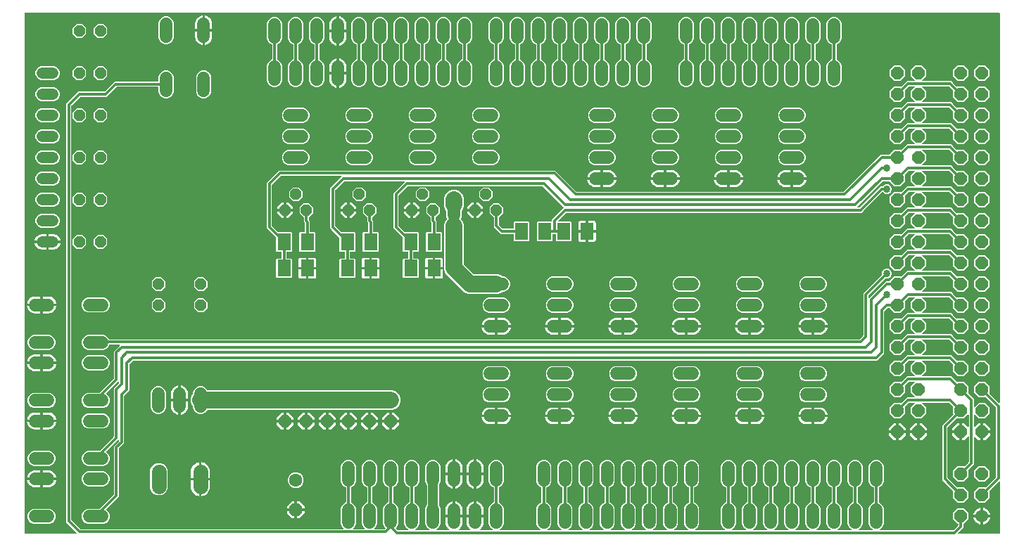
<source format=gbr>
G04 EAGLE Gerber RS-274X export*
G75*
%MOMM*%
%FSLAX34Y34*%
%LPD*%
%INTop Copper*%
%IPPOS*%
%AMOC8*
5,1,8,0,0,1.08239X$1,22.5*%
G01*
%ADD10C,1.524000*%
%ADD11P,1.649562X8X292.500000*%
%ADD12C,1.508000*%
%ADD13C,1.790700*%
%ADD14P,1.732040X8X292.500000*%
%ADD15C,1.600200*%
%ADD16P,1.649562X8X22.500000*%
%ADD17C,1.524000*%
%ADD18P,1.649562X8X112.500000*%
%ADD19P,1.429621X8X202.500000*%
%ADD20P,1.429621X8X112.500000*%
%ADD21C,1.320800*%
%ADD22P,1.429621X8X22.500000*%
%ADD23R,1.600000X2.000000*%
%ADD24C,0.304800*%
%ADD25C,1.143000*%
%ADD26C,2.032000*%
%ADD27C,0.856400*%
%ADD28C,0.756400*%

G36*
X72661Y10172D02*
X72661Y10172D01*
X72732Y10174D01*
X72781Y10192D01*
X72833Y10200D01*
X72896Y10234D01*
X72963Y10259D01*
X73004Y10291D01*
X73050Y10316D01*
X73099Y10367D01*
X73155Y10412D01*
X73184Y10456D01*
X73219Y10494D01*
X73250Y10559D01*
X73288Y10619D01*
X73301Y10670D01*
X73323Y10717D01*
X73331Y10788D01*
X73348Y10858D01*
X73344Y10910D01*
X73350Y10961D01*
X73335Y11032D01*
X73329Y11103D01*
X73309Y11151D01*
X73298Y11202D01*
X73261Y11263D01*
X73233Y11329D01*
X73188Y11385D01*
X73172Y11413D01*
X73154Y11428D01*
X73128Y11460D01*
X72928Y11660D01*
X62460Y22128D01*
X60451Y24137D01*
X60451Y528313D01*
X62460Y530322D01*
X72928Y540790D01*
X74937Y542799D01*
X106372Y542799D01*
X106462Y542813D01*
X106553Y542821D01*
X106583Y542833D01*
X106615Y542838D01*
X106695Y542881D01*
X106779Y542917D01*
X106811Y542943D01*
X106832Y542954D01*
X106854Y542977D01*
X106910Y543022D01*
X118625Y554737D01*
X170688Y554737D01*
X170708Y554740D01*
X170727Y554738D01*
X170829Y554760D01*
X170931Y554776D01*
X170948Y554786D01*
X170968Y554790D01*
X171057Y554843D01*
X171148Y554892D01*
X171162Y554906D01*
X171179Y554916D01*
X171246Y554995D01*
X171318Y555070D01*
X171326Y555088D01*
X171339Y555103D01*
X171378Y555199D01*
X171421Y555293D01*
X171423Y555313D01*
X171431Y555331D01*
X171449Y555498D01*
X171449Y561127D01*
X172841Y564488D01*
X175414Y567061D01*
X178775Y568453D01*
X182413Y568453D01*
X185774Y567061D01*
X188347Y564488D01*
X189739Y561127D01*
X189739Y542249D01*
X188347Y538888D01*
X185774Y536315D01*
X182413Y534923D01*
X178775Y534923D01*
X175414Y536315D01*
X172841Y538888D01*
X171449Y542249D01*
X171449Y547878D01*
X171446Y547898D01*
X171448Y547917D01*
X171426Y548019D01*
X171410Y548121D01*
X171400Y548138D01*
X171396Y548158D01*
X171343Y548247D01*
X171294Y548338D01*
X171280Y548352D01*
X171270Y548369D01*
X171191Y548436D01*
X171116Y548508D01*
X171098Y548516D01*
X171083Y548529D01*
X170987Y548568D01*
X170893Y548611D01*
X170873Y548613D01*
X170855Y548621D01*
X170688Y548639D01*
X121466Y548639D01*
X121376Y548625D01*
X121285Y548617D01*
X121255Y548605D01*
X121223Y548600D01*
X121143Y548557D01*
X121059Y548521D01*
X121027Y548495D01*
X121006Y548484D01*
X120984Y548461D01*
X120928Y548416D01*
X109213Y536701D01*
X77778Y536701D01*
X77688Y536687D01*
X77597Y536679D01*
X77567Y536667D01*
X77535Y536662D01*
X77455Y536619D01*
X77371Y536583D01*
X77339Y536557D01*
X77318Y536546D01*
X77296Y536523D01*
X77240Y536478D01*
X66772Y526010D01*
X66719Y525936D01*
X66659Y525867D01*
X66647Y525837D01*
X66628Y525810D01*
X66601Y525723D01*
X66567Y525639D01*
X66563Y525598D01*
X66556Y525575D01*
X66557Y525543D01*
X66549Y525472D01*
X66549Y26978D01*
X66563Y26888D01*
X66571Y26797D01*
X66583Y26767D01*
X66588Y26735D01*
X66631Y26655D01*
X66667Y26571D01*
X66693Y26539D01*
X66704Y26518D01*
X66727Y26496D01*
X66772Y26440D01*
X77240Y15972D01*
X77314Y15919D01*
X77383Y15859D01*
X77413Y15847D01*
X77440Y15828D01*
X77527Y15801D01*
X77611Y15767D01*
X77652Y15763D01*
X77675Y15756D01*
X77707Y15757D01*
X77778Y15749D01*
X393661Y15749D01*
X393732Y15760D01*
X393803Y15762D01*
X393852Y15780D01*
X393904Y15788D01*
X393967Y15822D01*
X394034Y15847D01*
X394075Y15879D01*
X394121Y15904D01*
X394170Y15956D01*
X394226Y16000D01*
X394255Y16044D01*
X394290Y16082D01*
X394321Y16147D01*
X394359Y16207D01*
X394372Y16258D01*
X394394Y16305D01*
X394402Y16376D01*
X394419Y16446D01*
X394415Y16498D01*
X394421Y16549D01*
X394406Y16620D01*
X394400Y16691D01*
X394380Y16739D01*
X394369Y16790D01*
X394332Y16851D01*
X394304Y16917D01*
X394259Y16973D01*
X394243Y17001D01*
X394225Y17016D01*
X394199Y17048D01*
X392297Y18950D01*
X390905Y22311D01*
X390905Y41189D01*
X392297Y44550D01*
X394870Y47123D01*
X396531Y47811D01*
X396631Y47872D01*
X396731Y47932D01*
X396735Y47937D01*
X396740Y47940D01*
X396815Y48030D01*
X396891Y48119D01*
X396893Y48125D01*
X396897Y48130D01*
X396939Y48238D01*
X396983Y48347D01*
X396984Y48355D01*
X396985Y48359D01*
X396986Y48378D01*
X397001Y48514D01*
X397001Y65786D01*
X396982Y65901D01*
X396965Y66017D01*
X396963Y66023D01*
X396962Y66029D01*
X396907Y66131D01*
X396854Y66236D01*
X396849Y66241D01*
X396846Y66246D01*
X396762Y66326D01*
X396678Y66408D01*
X396672Y66412D01*
X396668Y66415D01*
X396651Y66423D01*
X396531Y66489D01*
X394870Y67177D01*
X392297Y69750D01*
X390905Y73111D01*
X390905Y91989D01*
X392297Y95350D01*
X394870Y97923D01*
X398231Y99315D01*
X401869Y99315D01*
X405230Y97923D01*
X407803Y95350D01*
X409195Y91989D01*
X409195Y73111D01*
X407803Y69750D01*
X405230Y67177D01*
X403569Y66489D01*
X403469Y66428D01*
X403369Y66368D01*
X403365Y66363D01*
X403360Y66360D01*
X403285Y66270D01*
X403209Y66181D01*
X403207Y66175D01*
X403203Y66170D01*
X403161Y66062D01*
X403117Y65953D01*
X403116Y65945D01*
X403115Y65941D01*
X403114Y65922D01*
X403099Y65786D01*
X403099Y48514D01*
X403118Y48399D01*
X403135Y48283D01*
X403137Y48277D01*
X403138Y48271D01*
X403193Y48169D01*
X403246Y48064D01*
X403251Y48059D01*
X403254Y48054D01*
X403338Y47974D01*
X403422Y47892D01*
X403428Y47888D01*
X403432Y47885D01*
X403449Y47877D01*
X403569Y47811D01*
X405230Y47123D01*
X407803Y44550D01*
X409195Y41189D01*
X409195Y22311D01*
X407803Y18950D01*
X405901Y17048D01*
X405859Y16990D01*
X405810Y16938D01*
X405788Y16891D01*
X405757Y16849D01*
X405736Y16780D01*
X405706Y16715D01*
X405700Y16663D01*
X405685Y16613D01*
X405687Y16542D01*
X405679Y16471D01*
X405690Y16420D01*
X405691Y16368D01*
X405716Y16300D01*
X405731Y16230D01*
X405758Y16185D01*
X405776Y16137D01*
X405821Y16081D01*
X405857Y16019D01*
X405897Y15985D01*
X405929Y15945D01*
X405990Y15906D01*
X406044Y15859D01*
X406093Y15840D01*
X406136Y15812D01*
X406206Y15794D01*
X406272Y15767D01*
X406344Y15759D01*
X406375Y15751D01*
X406398Y15753D01*
X406439Y15749D01*
X419061Y15749D01*
X419132Y15760D01*
X419203Y15762D01*
X419252Y15780D01*
X419304Y15788D01*
X419367Y15822D01*
X419434Y15847D01*
X419475Y15879D01*
X419521Y15904D01*
X419570Y15956D01*
X419626Y16000D01*
X419655Y16044D01*
X419690Y16082D01*
X419721Y16147D01*
X419759Y16207D01*
X419772Y16258D01*
X419794Y16305D01*
X419802Y16376D01*
X419819Y16446D01*
X419815Y16498D01*
X419821Y16549D01*
X419806Y16620D01*
X419800Y16691D01*
X419780Y16739D01*
X419769Y16790D01*
X419732Y16851D01*
X419704Y16917D01*
X419659Y16973D01*
X419643Y17001D01*
X419625Y17016D01*
X419599Y17048D01*
X417697Y18950D01*
X416305Y22311D01*
X416305Y41189D01*
X417697Y44550D01*
X420270Y47123D01*
X421931Y47811D01*
X422031Y47872D01*
X422131Y47932D01*
X422135Y47937D01*
X422140Y47940D01*
X422215Y48030D01*
X422291Y48119D01*
X422293Y48125D01*
X422297Y48130D01*
X422339Y48238D01*
X422383Y48347D01*
X422384Y48355D01*
X422385Y48359D01*
X422386Y48378D01*
X422401Y48514D01*
X422401Y65786D01*
X422382Y65901D01*
X422365Y66017D01*
X422363Y66023D01*
X422362Y66029D01*
X422307Y66131D01*
X422254Y66236D01*
X422249Y66241D01*
X422246Y66246D01*
X422162Y66326D01*
X422078Y66408D01*
X422072Y66412D01*
X422068Y66415D01*
X422051Y66423D01*
X421931Y66489D01*
X420270Y67177D01*
X417697Y69750D01*
X416305Y73111D01*
X416305Y91989D01*
X417697Y95350D01*
X420270Y97923D01*
X423631Y99315D01*
X427269Y99315D01*
X430630Y97923D01*
X433203Y95350D01*
X434595Y91989D01*
X434595Y73111D01*
X433203Y69750D01*
X430630Y67177D01*
X428969Y66489D01*
X428869Y66428D01*
X428769Y66368D01*
X428765Y66363D01*
X428760Y66360D01*
X428685Y66270D01*
X428609Y66181D01*
X428607Y66175D01*
X428603Y66170D01*
X428561Y66062D01*
X428517Y65953D01*
X428516Y65945D01*
X428515Y65941D01*
X428514Y65922D01*
X428499Y65786D01*
X428499Y48514D01*
X428518Y48399D01*
X428535Y48283D01*
X428537Y48277D01*
X428538Y48271D01*
X428593Y48169D01*
X428646Y48064D01*
X428651Y48059D01*
X428654Y48054D01*
X428738Y47974D01*
X428822Y47892D01*
X428828Y47888D01*
X428832Y47885D01*
X428849Y47877D01*
X428969Y47811D01*
X430630Y47123D01*
X433203Y44550D01*
X434595Y41189D01*
X434595Y22311D01*
X433203Y18950D01*
X431301Y17048D01*
X431259Y16990D01*
X431210Y16938D01*
X431188Y16891D01*
X431157Y16849D01*
X431136Y16780D01*
X431106Y16715D01*
X431100Y16663D01*
X431085Y16613D01*
X431087Y16542D01*
X431079Y16471D01*
X431090Y16420D01*
X431091Y16368D01*
X431116Y16300D01*
X431131Y16230D01*
X431158Y16185D01*
X431176Y16137D01*
X431221Y16081D01*
X431257Y16019D01*
X431297Y15985D01*
X431329Y15945D01*
X431390Y15906D01*
X431444Y15859D01*
X431493Y15840D01*
X431536Y15812D01*
X431606Y15794D01*
X431672Y15767D01*
X431744Y15759D01*
X431775Y15751D01*
X431798Y15753D01*
X431839Y15749D01*
X442922Y15749D01*
X443012Y15763D01*
X443103Y15771D01*
X443133Y15783D01*
X443165Y15788D01*
X443245Y15831D01*
X443329Y15867D01*
X443361Y15893D01*
X443382Y15904D01*
X443404Y15927D01*
X443460Y15972D01*
X444230Y16741D01*
X444241Y16757D01*
X444257Y16770D01*
X444313Y16857D01*
X444373Y16941D01*
X444379Y16960D01*
X444390Y16977D01*
X444415Y17077D01*
X444446Y17176D01*
X444445Y17196D01*
X444450Y17215D01*
X444442Y17318D01*
X444439Y17422D01*
X444432Y17441D01*
X444431Y17460D01*
X444390Y17555D01*
X444355Y17653D01*
X444342Y17669D01*
X444334Y17687D01*
X444230Y17818D01*
X443097Y18950D01*
X441705Y22311D01*
X441705Y41189D01*
X443097Y44550D01*
X445670Y47123D01*
X447331Y47811D01*
X447431Y47872D01*
X447531Y47932D01*
X447535Y47937D01*
X447540Y47940D01*
X447615Y48030D01*
X447691Y48119D01*
X447693Y48125D01*
X447697Y48130D01*
X447739Y48238D01*
X447783Y48347D01*
X447784Y48355D01*
X447785Y48359D01*
X447786Y48378D01*
X447801Y48514D01*
X447801Y65786D01*
X447782Y65901D01*
X447765Y66017D01*
X447763Y66023D01*
X447762Y66029D01*
X447707Y66131D01*
X447654Y66236D01*
X447649Y66241D01*
X447646Y66246D01*
X447562Y66326D01*
X447478Y66408D01*
X447472Y66412D01*
X447468Y66415D01*
X447451Y66423D01*
X447331Y66489D01*
X445670Y67177D01*
X443097Y69750D01*
X441705Y73111D01*
X441705Y91989D01*
X443097Y95350D01*
X445670Y97923D01*
X449031Y99315D01*
X452669Y99315D01*
X456030Y97923D01*
X458603Y95350D01*
X459995Y91989D01*
X459995Y73111D01*
X458603Y69750D01*
X456030Y67177D01*
X454369Y66489D01*
X454269Y66428D01*
X454169Y66368D01*
X454165Y66363D01*
X454160Y66360D01*
X454085Y66270D01*
X454009Y66181D01*
X454007Y66175D01*
X454003Y66170D01*
X453961Y66062D01*
X453917Y65953D01*
X453916Y65945D01*
X453915Y65941D01*
X453914Y65922D01*
X453899Y65786D01*
X453899Y48514D01*
X453918Y48399D01*
X453935Y48283D01*
X453937Y48277D01*
X453938Y48271D01*
X453993Y48169D01*
X454046Y48064D01*
X454051Y48059D01*
X454054Y48054D01*
X454138Y47974D01*
X454222Y47892D01*
X454228Y47888D01*
X454232Y47885D01*
X454249Y47877D01*
X454369Y47811D01*
X456030Y47123D01*
X458603Y44550D01*
X459995Y41189D01*
X459995Y22311D01*
X458603Y18950D01*
X457470Y17818D01*
X457459Y17802D01*
X457443Y17789D01*
X457387Y17702D01*
X457327Y17618D01*
X457321Y17599D01*
X457310Y17582D01*
X457285Y17482D01*
X457254Y17383D01*
X457255Y17363D01*
X457250Y17344D01*
X457258Y17241D01*
X457261Y17137D01*
X457268Y17118D01*
X457269Y17098D01*
X457310Y17004D01*
X457345Y16906D01*
X457358Y16890D01*
X457366Y16872D01*
X457470Y16741D01*
X459256Y14956D01*
X459330Y14903D01*
X459399Y14843D01*
X459429Y14831D01*
X459456Y14812D01*
X459543Y14785D01*
X459627Y14751D01*
X459668Y14747D01*
X459691Y14740D01*
X459723Y14741D01*
X459794Y14733D01*
X471214Y14733D01*
X471310Y14748D01*
X471407Y14758D01*
X471431Y14768D01*
X471456Y14772D01*
X471542Y14818D01*
X471631Y14858D01*
X471651Y14875D01*
X471674Y14888D01*
X471741Y14958D01*
X471813Y15024D01*
X471825Y15047D01*
X471843Y15066D01*
X471884Y15154D01*
X471931Y15240D01*
X471936Y15265D01*
X471947Y15289D01*
X471957Y15386D01*
X471975Y15482D01*
X471971Y15508D01*
X471974Y15533D01*
X471953Y15628D01*
X471939Y15725D01*
X471927Y15748D01*
X471922Y15774D01*
X471872Y15857D01*
X471827Y15944D01*
X471809Y15963D01*
X471795Y15985D01*
X471721Y16048D01*
X471652Y16116D01*
X471623Y16132D01*
X471609Y16145D01*
X471578Y16157D01*
X471505Y16197D01*
X471070Y16377D01*
X468497Y18950D01*
X467105Y22311D01*
X467105Y41189D01*
X468497Y44550D01*
X471070Y47123D01*
X472731Y47811D01*
X472831Y47872D01*
X472931Y47932D01*
X472935Y47937D01*
X472940Y47940D01*
X473015Y48030D01*
X473091Y48119D01*
X473093Y48125D01*
X473097Y48130D01*
X473139Y48238D01*
X473183Y48347D01*
X473184Y48355D01*
X473185Y48359D01*
X473186Y48378D01*
X473201Y48514D01*
X473201Y65786D01*
X473182Y65901D01*
X473165Y66017D01*
X473163Y66023D01*
X473162Y66029D01*
X473107Y66131D01*
X473054Y66236D01*
X473049Y66241D01*
X473046Y66246D01*
X472962Y66326D01*
X472878Y66408D01*
X472872Y66412D01*
X472868Y66415D01*
X472851Y66423D01*
X472731Y66489D01*
X471070Y67177D01*
X468497Y69750D01*
X467105Y73111D01*
X467105Y91989D01*
X468497Y95350D01*
X471070Y97923D01*
X474431Y99315D01*
X478069Y99315D01*
X481430Y97923D01*
X484003Y95350D01*
X485395Y91989D01*
X485395Y73111D01*
X484003Y69750D01*
X481430Y67177D01*
X479769Y66489D01*
X479669Y66428D01*
X479569Y66368D01*
X479565Y66363D01*
X479560Y66360D01*
X479485Y66270D01*
X479409Y66181D01*
X479407Y66175D01*
X479403Y66170D01*
X479361Y66062D01*
X479317Y65953D01*
X479316Y65945D01*
X479315Y65941D01*
X479314Y65922D01*
X479299Y65786D01*
X479299Y48514D01*
X479318Y48399D01*
X479335Y48283D01*
X479337Y48277D01*
X479338Y48271D01*
X479393Y48169D01*
X479446Y48064D01*
X479451Y48059D01*
X479454Y48054D01*
X479538Y47974D01*
X479622Y47892D01*
X479628Y47888D01*
X479632Y47885D01*
X479649Y47877D01*
X479769Y47811D01*
X481430Y47123D01*
X484003Y44550D01*
X485395Y41189D01*
X485395Y22311D01*
X484003Y18950D01*
X481430Y16377D01*
X480995Y16197D01*
X480912Y16146D01*
X480826Y16100D01*
X480808Y16081D01*
X480786Y16068D01*
X480724Y15993D01*
X480657Y15922D01*
X480646Y15898D01*
X480629Y15878D01*
X480594Y15787D01*
X480553Y15699D01*
X480550Y15673D01*
X480541Y15649D01*
X480537Y15551D01*
X480526Y15455D01*
X480532Y15429D01*
X480531Y15403D01*
X480558Y15309D01*
X480578Y15214D01*
X480592Y15192D01*
X480599Y15167D01*
X480655Y15087D01*
X480705Y15003D01*
X480724Y14986D01*
X480739Y14965D01*
X480817Y14907D01*
X480891Y14843D01*
X480916Y14833D01*
X480937Y14818D01*
X481029Y14788D01*
X481120Y14751D01*
X481152Y14748D01*
X481171Y14742D01*
X481204Y14742D01*
X481286Y14733D01*
X496614Y14733D01*
X496710Y14748D01*
X496807Y14758D01*
X496831Y14768D01*
X496856Y14772D01*
X496942Y14818D01*
X497031Y14858D01*
X497051Y14875D01*
X497074Y14888D01*
X497141Y14958D01*
X497213Y15024D01*
X497225Y15047D01*
X497243Y15066D01*
X497284Y15154D01*
X497331Y15240D01*
X497336Y15265D01*
X497347Y15289D01*
X497357Y15386D01*
X497375Y15482D01*
X497371Y15508D01*
X497374Y15533D01*
X497353Y15628D01*
X497339Y15725D01*
X497327Y15748D01*
X497322Y15774D01*
X497272Y15857D01*
X497227Y15944D01*
X497209Y15963D01*
X497195Y15985D01*
X497121Y16048D01*
X497052Y16116D01*
X497023Y16132D01*
X497009Y16145D01*
X496978Y16157D01*
X496905Y16197D01*
X496470Y16377D01*
X493897Y18950D01*
X492505Y22311D01*
X492505Y41189D01*
X493897Y44550D01*
X494187Y44840D01*
X494240Y44914D01*
X494300Y44983D01*
X494312Y45013D01*
X494331Y45040D01*
X494358Y45127D01*
X494392Y45211D01*
X494396Y45252D01*
X494403Y45275D01*
X494402Y45307D01*
X494410Y45378D01*
X494410Y68922D01*
X494396Y69012D01*
X494388Y69103D01*
X494376Y69133D01*
X494371Y69165D01*
X494328Y69245D01*
X494292Y69329D01*
X494266Y69361D01*
X494255Y69382D01*
X494232Y69404D01*
X494187Y69460D01*
X493897Y69750D01*
X492505Y73111D01*
X492505Y91989D01*
X493897Y95350D01*
X496470Y97923D01*
X499831Y99315D01*
X503469Y99315D01*
X506830Y97923D01*
X509403Y95350D01*
X510795Y91989D01*
X510795Y73111D01*
X509403Y69750D01*
X509113Y69460D01*
X509060Y69386D01*
X509000Y69317D01*
X508988Y69287D01*
X508969Y69260D01*
X508942Y69173D01*
X508908Y69089D01*
X508904Y69048D01*
X508897Y69025D01*
X508898Y68993D01*
X508890Y68922D01*
X508890Y45378D01*
X508904Y45288D01*
X508912Y45197D01*
X508924Y45167D01*
X508929Y45135D01*
X508972Y45055D01*
X509008Y44971D01*
X509034Y44939D01*
X509045Y44918D01*
X509068Y44896D01*
X509113Y44840D01*
X509403Y44550D01*
X510795Y41189D01*
X510795Y22311D01*
X509403Y18950D01*
X506830Y16377D01*
X506395Y16197D01*
X506312Y16146D01*
X506226Y16100D01*
X506208Y16081D01*
X506186Y16068D01*
X506124Y15993D01*
X506057Y15922D01*
X506046Y15898D01*
X506029Y15878D01*
X505994Y15787D01*
X505953Y15699D01*
X505950Y15673D01*
X505941Y15649D01*
X505937Y15551D01*
X505926Y15455D01*
X505932Y15429D01*
X505931Y15403D01*
X505958Y15309D01*
X505978Y15214D01*
X505992Y15192D01*
X505999Y15167D01*
X506055Y15087D01*
X506105Y15003D01*
X506124Y14986D01*
X506139Y14965D01*
X506217Y14907D01*
X506291Y14843D01*
X506316Y14833D01*
X506337Y14818D01*
X506429Y14788D01*
X506520Y14751D01*
X506552Y14748D01*
X506571Y14742D01*
X506604Y14742D01*
X506686Y14733D01*
X520355Y14733D01*
X520363Y14734D01*
X520371Y14733D01*
X520484Y14754D01*
X520598Y14772D01*
X520605Y14776D01*
X520613Y14778D01*
X520714Y14834D01*
X520815Y14888D01*
X520821Y14893D01*
X520828Y14897D01*
X520905Y14982D01*
X520984Y15066D01*
X520988Y15073D01*
X520993Y15079D01*
X521039Y15184D01*
X521088Y15289D01*
X521089Y15297D01*
X521092Y15304D01*
X521102Y15419D01*
X521115Y15533D01*
X521113Y15541D01*
X521114Y15549D01*
X521087Y15662D01*
X521063Y15774D01*
X521059Y15781D01*
X521057Y15788D01*
X520996Y15886D01*
X520937Y15985D01*
X520931Y15990D01*
X520926Y15997D01*
X520802Y16110D01*
X520431Y16380D01*
X519300Y17511D01*
X518360Y18805D01*
X517634Y20230D01*
X517139Y21751D01*
X516889Y23330D01*
X516889Y30227D01*
X526288Y30227D01*
X526308Y30230D01*
X526327Y30228D01*
X526429Y30250D01*
X526531Y30267D01*
X526548Y30276D01*
X526568Y30280D01*
X526657Y30333D01*
X526748Y30382D01*
X526762Y30396D01*
X526779Y30406D01*
X526846Y30485D01*
X526917Y30560D01*
X526926Y30578D01*
X526939Y30593D01*
X526977Y30689D01*
X527021Y30783D01*
X527023Y30803D01*
X527031Y30821D01*
X527049Y30988D01*
X527049Y31751D01*
X527051Y31751D01*
X527051Y30988D01*
X527054Y30968D01*
X527052Y30949D01*
X527074Y30847D01*
X527091Y30745D01*
X527100Y30728D01*
X527104Y30708D01*
X527157Y30619D01*
X527206Y30528D01*
X527220Y30514D01*
X527230Y30497D01*
X527309Y30430D01*
X527384Y30359D01*
X527402Y30350D01*
X527417Y30337D01*
X527513Y30298D01*
X527607Y30255D01*
X527627Y30253D01*
X527645Y30245D01*
X527812Y30227D01*
X537211Y30227D01*
X537211Y23330D01*
X536961Y21751D01*
X536466Y20230D01*
X535740Y18805D01*
X534800Y17511D01*
X533669Y16380D01*
X533298Y16110D01*
X533292Y16104D01*
X533285Y16100D01*
X533206Y16017D01*
X533125Y15935D01*
X533121Y15928D01*
X533116Y15922D01*
X533067Y15817D01*
X533016Y15714D01*
X533015Y15706D01*
X533012Y15699D01*
X532999Y15585D01*
X532984Y15470D01*
X532986Y15462D01*
X532985Y15455D01*
X533009Y15342D01*
X533031Y15229D01*
X533035Y15222D01*
X533037Y15214D01*
X533096Y15116D01*
X533153Y15015D01*
X533159Y15010D01*
X533163Y15003D01*
X533251Y14928D01*
X533337Y14852D01*
X533344Y14848D01*
X533350Y14843D01*
X533458Y14800D01*
X533563Y14755D01*
X533571Y14754D01*
X533578Y14751D01*
X533745Y14733D01*
X545755Y14733D01*
X545763Y14734D01*
X545771Y14733D01*
X545884Y14754D01*
X545998Y14772D01*
X546005Y14776D01*
X546013Y14778D01*
X546114Y14834D01*
X546215Y14888D01*
X546221Y14893D01*
X546228Y14897D01*
X546305Y14982D01*
X546384Y15066D01*
X546388Y15073D01*
X546393Y15079D01*
X546439Y15184D01*
X546488Y15289D01*
X546489Y15297D01*
X546492Y15304D01*
X546502Y15419D01*
X546515Y15533D01*
X546513Y15541D01*
X546514Y15549D01*
X546487Y15662D01*
X546463Y15774D01*
X546459Y15781D01*
X546457Y15788D01*
X546396Y15886D01*
X546337Y15985D01*
X546331Y15990D01*
X546326Y15997D01*
X546202Y16110D01*
X545831Y16380D01*
X544700Y17511D01*
X543760Y18805D01*
X543034Y20230D01*
X542539Y21751D01*
X542289Y23330D01*
X542289Y30227D01*
X551688Y30227D01*
X551708Y30230D01*
X551727Y30228D01*
X551829Y30250D01*
X551931Y30267D01*
X551948Y30276D01*
X551968Y30280D01*
X552057Y30333D01*
X552148Y30382D01*
X552162Y30396D01*
X552179Y30406D01*
X552246Y30485D01*
X552317Y30560D01*
X552326Y30578D01*
X552339Y30593D01*
X552377Y30689D01*
X552421Y30783D01*
X552423Y30803D01*
X552431Y30821D01*
X552449Y30988D01*
X552449Y31751D01*
X552451Y31751D01*
X552451Y30988D01*
X552454Y30968D01*
X552452Y30949D01*
X552474Y30847D01*
X552491Y30745D01*
X552500Y30728D01*
X552504Y30708D01*
X552557Y30619D01*
X552606Y30528D01*
X552620Y30514D01*
X552630Y30497D01*
X552709Y30430D01*
X552784Y30359D01*
X552802Y30350D01*
X552817Y30337D01*
X552913Y30298D01*
X553007Y30255D01*
X553027Y30253D01*
X553045Y30245D01*
X553212Y30227D01*
X562611Y30227D01*
X562611Y23330D01*
X562361Y21751D01*
X561866Y20230D01*
X561140Y18805D01*
X560200Y17511D01*
X559069Y16380D01*
X558698Y16110D01*
X558692Y16104D01*
X558685Y16100D01*
X558606Y16017D01*
X558525Y15935D01*
X558521Y15928D01*
X558516Y15922D01*
X558467Y15817D01*
X558416Y15714D01*
X558415Y15706D01*
X558412Y15699D01*
X558399Y15585D01*
X558384Y15470D01*
X558386Y15462D01*
X558385Y15455D01*
X558409Y15342D01*
X558431Y15229D01*
X558435Y15222D01*
X558437Y15214D01*
X558496Y15116D01*
X558553Y15015D01*
X558559Y15010D01*
X558563Y15003D01*
X558651Y14928D01*
X558737Y14852D01*
X558744Y14848D01*
X558750Y14843D01*
X558858Y14800D01*
X558963Y14755D01*
X558971Y14754D01*
X558978Y14751D01*
X559145Y14733D01*
X572814Y14733D01*
X572910Y14748D01*
X573007Y14758D01*
X573031Y14768D01*
X573056Y14772D01*
X573142Y14818D01*
X573231Y14858D01*
X573251Y14875D01*
X573274Y14888D01*
X573341Y14958D01*
X573413Y15024D01*
X573425Y15047D01*
X573443Y15066D01*
X573484Y15154D01*
X573531Y15240D01*
X573536Y15265D01*
X573547Y15289D01*
X573557Y15386D01*
X573575Y15482D01*
X573571Y15508D01*
X573574Y15533D01*
X573553Y15628D01*
X573539Y15725D01*
X573527Y15748D01*
X573522Y15774D01*
X573472Y15857D01*
X573427Y15944D01*
X573409Y15963D01*
X573395Y15985D01*
X573321Y16048D01*
X573252Y16116D01*
X573223Y16132D01*
X573209Y16145D01*
X573178Y16157D01*
X573105Y16197D01*
X572670Y16377D01*
X570097Y18950D01*
X568705Y22311D01*
X568705Y41189D01*
X570097Y44550D01*
X572670Y47123D01*
X574331Y47811D01*
X574431Y47873D01*
X574531Y47932D01*
X574535Y47937D01*
X574540Y47940D01*
X574615Y48031D01*
X574691Y48119D01*
X574693Y48125D01*
X574697Y48130D01*
X574739Y48238D01*
X574783Y48347D01*
X574784Y48355D01*
X574785Y48359D01*
X574786Y48378D01*
X574801Y48514D01*
X574801Y65786D01*
X574782Y65901D01*
X574765Y66017D01*
X574763Y66023D01*
X574762Y66029D01*
X574707Y66131D01*
X574654Y66236D01*
X574649Y66241D01*
X574646Y66246D01*
X574562Y66326D01*
X574478Y66408D01*
X574472Y66412D01*
X574468Y66416D01*
X574451Y66423D01*
X574331Y66489D01*
X572670Y67177D01*
X570097Y69750D01*
X568705Y73111D01*
X568705Y91989D01*
X570097Y95350D01*
X572670Y97923D01*
X576031Y99315D01*
X579669Y99315D01*
X583030Y97923D01*
X585603Y95350D01*
X586995Y91989D01*
X586995Y73111D01*
X585603Y69750D01*
X583030Y67177D01*
X581369Y66489D01*
X581269Y66427D01*
X581169Y66368D01*
X581165Y66363D01*
X581160Y66360D01*
X581085Y66269D01*
X581009Y66181D01*
X581007Y66175D01*
X581003Y66170D01*
X580961Y66061D01*
X580917Y65953D01*
X580916Y65945D01*
X580915Y65941D01*
X580914Y65922D01*
X580899Y65786D01*
X580899Y48514D01*
X580918Y48399D01*
X580935Y48283D01*
X580937Y48277D01*
X580938Y48271D01*
X580993Y48169D01*
X581046Y48064D01*
X581051Y48059D01*
X581054Y48054D01*
X581138Y47974D01*
X581222Y47892D01*
X581228Y47888D01*
X581232Y47884D01*
X581249Y47877D01*
X581369Y47811D01*
X583030Y47123D01*
X585603Y44550D01*
X586995Y41189D01*
X586995Y22311D01*
X585603Y18950D01*
X583030Y16377D01*
X582595Y16197D01*
X582512Y16146D01*
X582426Y16100D01*
X582408Y16081D01*
X582386Y16068D01*
X582324Y15993D01*
X582257Y15922D01*
X582246Y15898D01*
X582229Y15878D01*
X582194Y15787D01*
X582153Y15699D01*
X582150Y15673D01*
X582141Y15649D01*
X582137Y15551D01*
X582126Y15455D01*
X582132Y15429D01*
X582131Y15403D01*
X582158Y15309D01*
X582178Y15214D01*
X582192Y15192D01*
X582199Y15167D01*
X582255Y15087D01*
X582305Y15003D01*
X582324Y14986D01*
X582339Y14965D01*
X582417Y14907D01*
X582491Y14843D01*
X582516Y14833D01*
X582537Y14818D01*
X582629Y14788D01*
X582720Y14751D01*
X582752Y14748D01*
X582771Y14742D01*
X582804Y14742D01*
X582886Y14733D01*
X629964Y14733D01*
X630060Y14748D01*
X630157Y14758D01*
X630181Y14768D01*
X630206Y14772D01*
X630292Y14818D01*
X630381Y14858D01*
X630401Y14875D01*
X630424Y14888D01*
X630491Y14958D01*
X630563Y15024D01*
X630575Y15047D01*
X630593Y15066D01*
X630634Y15154D01*
X630681Y15240D01*
X630686Y15265D01*
X630697Y15289D01*
X630707Y15386D01*
X630725Y15482D01*
X630721Y15508D01*
X630724Y15533D01*
X630703Y15628D01*
X630689Y15725D01*
X630677Y15748D01*
X630672Y15774D01*
X630622Y15857D01*
X630577Y15944D01*
X630559Y15963D01*
X630545Y15985D01*
X630471Y16048D01*
X630402Y16116D01*
X630373Y16132D01*
X630359Y16145D01*
X630328Y16157D01*
X630255Y16197D01*
X629820Y16377D01*
X627247Y18950D01*
X625855Y22311D01*
X625855Y41189D01*
X627247Y44550D01*
X629820Y47123D01*
X631481Y47811D01*
X631581Y47872D01*
X631681Y47932D01*
X631685Y47937D01*
X631690Y47940D01*
X631765Y48030D01*
X631841Y48119D01*
X631843Y48125D01*
X631847Y48130D01*
X631889Y48238D01*
X631933Y48347D01*
X631934Y48355D01*
X631935Y48359D01*
X631936Y48378D01*
X631951Y48514D01*
X631951Y65786D01*
X631932Y65901D01*
X631915Y66017D01*
X631913Y66023D01*
X631912Y66029D01*
X631857Y66131D01*
X631804Y66236D01*
X631799Y66241D01*
X631796Y66246D01*
X631712Y66326D01*
X631628Y66408D01*
X631622Y66412D01*
X631618Y66415D01*
X631601Y66423D01*
X631481Y66489D01*
X629820Y67177D01*
X627247Y69750D01*
X625855Y73111D01*
X625855Y91989D01*
X627247Y95350D01*
X629820Y97923D01*
X633181Y99315D01*
X636819Y99315D01*
X640180Y97923D01*
X642753Y95350D01*
X644145Y91989D01*
X644145Y73111D01*
X642753Y69750D01*
X640180Y67177D01*
X638519Y66489D01*
X638419Y66428D01*
X638319Y66368D01*
X638315Y66363D01*
X638310Y66360D01*
X638235Y66270D01*
X638159Y66181D01*
X638157Y66175D01*
X638153Y66170D01*
X638111Y66062D01*
X638067Y65953D01*
X638066Y65945D01*
X638065Y65941D01*
X638064Y65922D01*
X638049Y65786D01*
X638049Y48514D01*
X638068Y48399D01*
X638085Y48283D01*
X638087Y48277D01*
X638088Y48271D01*
X638143Y48169D01*
X638196Y48064D01*
X638201Y48059D01*
X638204Y48054D01*
X638288Y47974D01*
X638372Y47892D01*
X638378Y47888D01*
X638382Y47885D01*
X638399Y47877D01*
X638519Y47811D01*
X640180Y47123D01*
X642753Y44550D01*
X644145Y41189D01*
X644145Y22311D01*
X642753Y18950D01*
X640180Y16377D01*
X639745Y16197D01*
X639662Y16146D01*
X639576Y16100D01*
X639558Y16081D01*
X639536Y16068D01*
X639474Y15993D01*
X639407Y15922D01*
X639396Y15898D01*
X639379Y15878D01*
X639344Y15787D01*
X639303Y15699D01*
X639300Y15673D01*
X639291Y15649D01*
X639287Y15551D01*
X639276Y15455D01*
X639282Y15429D01*
X639281Y15403D01*
X639308Y15309D01*
X639328Y15214D01*
X639342Y15192D01*
X639349Y15167D01*
X639405Y15087D01*
X639455Y15003D01*
X639474Y14986D01*
X639489Y14965D01*
X639567Y14907D01*
X639641Y14843D01*
X639666Y14833D01*
X639687Y14818D01*
X639779Y14788D01*
X639870Y14751D01*
X639902Y14748D01*
X639921Y14742D01*
X639954Y14742D01*
X640036Y14733D01*
X655364Y14733D01*
X655460Y14748D01*
X655557Y14758D01*
X655581Y14768D01*
X655606Y14772D01*
X655692Y14818D01*
X655781Y14858D01*
X655801Y14875D01*
X655824Y14888D01*
X655891Y14958D01*
X655963Y15024D01*
X655975Y15047D01*
X655993Y15066D01*
X656034Y15154D01*
X656081Y15240D01*
X656086Y15265D01*
X656097Y15289D01*
X656107Y15386D01*
X656125Y15482D01*
X656121Y15508D01*
X656124Y15533D01*
X656103Y15628D01*
X656089Y15725D01*
X656077Y15748D01*
X656072Y15774D01*
X656022Y15857D01*
X655977Y15944D01*
X655959Y15963D01*
X655945Y15985D01*
X655871Y16048D01*
X655802Y16116D01*
X655773Y16132D01*
X655759Y16145D01*
X655728Y16157D01*
X655655Y16197D01*
X655220Y16377D01*
X652647Y18950D01*
X651255Y22311D01*
X651255Y41189D01*
X652647Y44550D01*
X655220Y47123D01*
X656881Y47811D01*
X656981Y47872D01*
X657081Y47932D01*
X657085Y47937D01*
X657090Y47940D01*
X657165Y48030D01*
X657241Y48119D01*
X657243Y48125D01*
X657247Y48130D01*
X657289Y48238D01*
X657333Y48347D01*
X657334Y48355D01*
X657335Y48359D01*
X657336Y48378D01*
X657351Y48514D01*
X657351Y65786D01*
X657332Y65901D01*
X657315Y66017D01*
X657313Y66023D01*
X657312Y66029D01*
X657257Y66131D01*
X657204Y66236D01*
X657199Y66241D01*
X657196Y66246D01*
X657112Y66326D01*
X657028Y66408D01*
X657022Y66412D01*
X657018Y66415D01*
X657001Y66423D01*
X656881Y66489D01*
X655220Y67177D01*
X652647Y69750D01*
X651255Y73111D01*
X651255Y91989D01*
X652647Y95350D01*
X655220Y97923D01*
X658581Y99315D01*
X662219Y99315D01*
X665580Y97923D01*
X668153Y95350D01*
X669545Y91989D01*
X669545Y73111D01*
X668153Y69750D01*
X665580Y67177D01*
X663919Y66489D01*
X663819Y66428D01*
X663719Y66368D01*
X663715Y66363D01*
X663710Y66360D01*
X663635Y66270D01*
X663559Y66181D01*
X663557Y66175D01*
X663553Y66170D01*
X663511Y66062D01*
X663467Y65953D01*
X663466Y65945D01*
X663465Y65941D01*
X663464Y65922D01*
X663449Y65786D01*
X663449Y48514D01*
X663468Y48399D01*
X663485Y48283D01*
X663487Y48277D01*
X663488Y48271D01*
X663543Y48169D01*
X663596Y48064D01*
X663601Y48059D01*
X663604Y48054D01*
X663688Y47974D01*
X663772Y47892D01*
X663778Y47888D01*
X663782Y47885D01*
X663799Y47877D01*
X663919Y47811D01*
X665580Y47123D01*
X668153Y44550D01*
X669545Y41189D01*
X669545Y22311D01*
X668153Y18950D01*
X665580Y16377D01*
X665145Y16197D01*
X665062Y16146D01*
X664976Y16100D01*
X664958Y16081D01*
X664936Y16068D01*
X664874Y15993D01*
X664807Y15922D01*
X664796Y15898D01*
X664779Y15878D01*
X664744Y15787D01*
X664703Y15699D01*
X664700Y15673D01*
X664691Y15649D01*
X664687Y15551D01*
X664676Y15455D01*
X664682Y15429D01*
X664681Y15403D01*
X664708Y15309D01*
X664728Y15214D01*
X664742Y15192D01*
X664749Y15167D01*
X664805Y15087D01*
X664855Y15003D01*
X664874Y14986D01*
X664889Y14965D01*
X664967Y14907D01*
X665041Y14843D01*
X665066Y14833D01*
X665087Y14818D01*
X665179Y14788D01*
X665270Y14751D01*
X665302Y14748D01*
X665321Y14742D01*
X665354Y14742D01*
X665436Y14733D01*
X680764Y14733D01*
X680860Y14748D01*
X680957Y14758D01*
X680981Y14768D01*
X681006Y14772D01*
X681092Y14818D01*
X681181Y14858D01*
X681201Y14875D01*
X681224Y14888D01*
X681291Y14958D01*
X681363Y15024D01*
X681375Y15047D01*
X681393Y15066D01*
X681434Y15154D01*
X681481Y15240D01*
X681486Y15265D01*
X681497Y15289D01*
X681507Y15386D01*
X681525Y15482D01*
X681521Y15508D01*
X681524Y15533D01*
X681503Y15628D01*
X681489Y15725D01*
X681477Y15748D01*
X681472Y15774D01*
X681422Y15857D01*
X681377Y15944D01*
X681359Y15963D01*
X681345Y15985D01*
X681271Y16048D01*
X681202Y16116D01*
X681173Y16132D01*
X681159Y16145D01*
X681128Y16157D01*
X681055Y16197D01*
X680620Y16377D01*
X678047Y18950D01*
X676655Y22311D01*
X676655Y41189D01*
X678047Y44550D01*
X680620Y47123D01*
X682281Y47811D01*
X682381Y47872D01*
X682481Y47932D01*
X682485Y47937D01*
X682490Y47940D01*
X682565Y48030D01*
X682641Y48119D01*
X682643Y48125D01*
X682647Y48130D01*
X682689Y48238D01*
X682733Y48347D01*
X682734Y48355D01*
X682735Y48359D01*
X682736Y48378D01*
X682751Y48514D01*
X682751Y65786D01*
X682732Y65901D01*
X682715Y66017D01*
X682713Y66023D01*
X682712Y66029D01*
X682657Y66131D01*
X682604Y66236D01*
X682599Y66241D01*
X682596Y66246D01*
X682512Y66326D01*
X682428Y66408D01*
X682422Y66412D01*
X682418Y66415D01*
X682401Y66423D01*
X682281Y66489D01*
X680620Y67177D01*
X678047Y69750D01*
X676655Y73111D01*
X676655Y91989D01*
X678047Y95350D01*
X680620Y97923D01*
X683981Y99315D01*
X687619Y99315D01*
X690980Y97923D01*
X693553Y95350D01*
X694945Y91989D01*
X694945Y73111D01*
X693553Y69750D01*
X690980Y67177D01*
X689319Y66489D01*
X689219Y66428D01*
X689119Y66368D01*
X689115Y66363D01*
X689110Y66360D01*
X689035Y66270D01*
X688959Y66181D01*
X688957Y66175D01*
X688953Y66170D01*
X688911Y66062D01*
X688867Y65953D01*
X688866Y65945D01*
X688865Y65941D01*
X688864Y65922D01*
X688849Y65786D01*
X688849Y48514D01*
X688868Y48399D01*
X688885Y48283D01*
X688887Y48277D01*
X688888Y48271D01*
X688943Y48169D01*
X688996Y48064D01*
X689001Y48059D01*
X689004Y48054D01*
X689088Y47974D01*
X689172Y47892D01*
X689178Y47888D01*
X689182Y47885D01*
X689199Y47877D01*
X689319Y47811D01*
X690980Y47123D01*
X693553Y44550D01*
X694945Y41189D01*
X694945Y22311D01*
X693553Y18950D01*
X690980Y16377D01*
X690545Y16197D01*
X690462Y16146D01*
X690376Y16100D01*
X690358Y16081D01*
X690336Y16068D01*
X690274Y15993D01*
X690207Y15922D01*
X690196Y15898D01*
X690179Y15878D01*
X690144Y15787D01*
X690103Y15699D01*
X690100Y15673D01*
X690091Y15649D01*
X690087Y15551D01*
X690076Y15455D01*
X690082Y15429D01*
X690081Y15403D01*
X690108Y15309D01*
X690128Y15214D01*
X690142Y15192D01*
X690149Y15167D01*
X690205Y15087D01*
X690255Y15003D01*
X690274Y14986D01*
X690289Y14965D01*
X690367Y14907D01*
X690441Y14843D01*
X690466Y14833D01*
X690487Y14818D01*
X690579Y14788D01*
X690670Y14751D01*
X690702Y14748D01*
X690721Y14742D01*
X690754Y14742D01*
X690836Y14733D01*
X706164Y14733D01*
X706260Y14748D01*
X706357Y14758D01*
X706381Y14768D01*
X706406Y14772D01*
X706492Y14818D01*
X706581Y14858D01*
X706601Y14875D01*
X706624Y14888D01*
X706691Y14958D01*
X706763Y15024D01*
X706775Y15047D01*
X706793Y15066D01*
X706834Y15154D01*
X706881Y15240D01*
X706886Y15265D01*
X706897Y15289D01*
X706907Y15386D01*
X706925Y15482D01*
X706921Y15508D01*
X706924Y15533D01*
X706903Y15628D01*
X706889Y15725D01*
X706877Y15748D01*
X706872Y15774D01*
X706822Y15857D01*
X706777Y15944D01*
X706759Y15963D01*
X706745Y15985D01*
X706671Y16048D01*
X706602Y16116D01*
X706573Y16132D01*
X706559Y16145D01*
X706528Y16157D01*
X706455Y16197D01*
X706020Y16377D01*
X703447Y18950D01*
X702055Y22311D01*
X702055Y41189D01*
X703447Y44550D01*
X706020Y47123D01*
X707681Y47811D01*
X707781Y47872D01*
X707881Y47932D01*
X707885Y47937D01*
X707890Y47940D01*
X707965Y48030D01*
X708041Y48119D01*
X708043Y48125D01*
X708047Y48130D01*
X708089Y48238D01*
X708133Y48347D01*
X708134Y48355D01*
X708135Y48359D01*
X708136Y48378D01*
X708151Y48514D01*
X708151Y65786D01*
X708132Y65901D01*
X708115Y66017D01*
X708113Y66023D01*
X708112Y66029D01*
X708057Y66131D01*
X708004Y66236D01*
X707999Y66241D01*
X707996Y66246D01*
X707912Y66326D01*
X707828Y66408D01*
X707822Y66412D01*
X707818Y66415D01*
X707801Y66423D01*
X707681Y66489D01*
X706020Y67177D01*
X703447Y69750D01*
X702055Y73111D01*
X702055Y91989D01*
X703447Y95350D01*
X706020Y97923D01*
X709381Y99315D01*
X713019Y99315D01*
X716380Y97923D01*
X718953Y95350D01*
X720345Y91989D01*
X720345Y73111D01*
X718953Y69750D01*
X716380Y67177D01*
X714719Y66489D01*
X714619Y66428D01*
X714519Y66368D01*
X714515Y66363D01*
X714510Y66360D01*
X714435Y66270D01*
X714359Y66181D01*
X714357Y66175D01*
X714353Y66170D01*
X714311Y66062D01*
X714267Y65953D01*
X714266Y65945D01*
X714265Y65941D01*
X714264Y65922D01*
X714249Y65786D01*
X714249Y48514D01*
X714268Y48399D01*
X714285Y48283D01*
X714287Y48277D01*
X714288Y48271D01*
X714343Y48169D01*
X714396Y48064D01*
X714401Y48059D01*
X714404Y48054D01*
X714488Y47974D01*
X714572Y47892D01*
X714578Y47888D01*
X714582Y47885D01*
X714599Y47877D01*
X714719Y47811D01*
X716380Y47123D01*
X718953Y44550D01*
X720345Y41189D01*
X720345Y22311D01*
X718953Y18950D01*
X716380Y16377D01*
X715945Y16197D01*
X715862Y16146D01*
X715776Y16100D01*
X715758Y16081D01*
X715736Y16068D01*
X715674Y15993D01*
X715607Y15922D01*
X715596Y15898D01*
X715579Y15878D01*
X715544Y15787D01*
X715503Y15699D01*
X715500Y15673D01*
X715491Y15649D01*
X715487Y15551D01*
X715476Y15455D01*
X715482Y15429D01*
X715481Y15403D01*
X715508Y15309D01*
X715528Y15214D01*
X715542Y15192D01*
X715549Y15167D01*
X715605Y15087D01*
X715655Y15003D01*
X715674Y14986D01*
X715689Y14965D01*
X715767Y14907D01*
X715841Y14843D01*
X715866Y14833D01*
X715887Y14818D01*
X715979Y14788D01*
X716070Y14751D01*
X716102Y14748D01*
X716121Y14742D01*
X716154Y14742D01*
X716236Y14733D01*
X731564Y14733D01*
X731660Y14748D01*
X731757Y14758D01*
X731781Y14768D01*
X731806Y14772D01*
X731892Y14818D01*
X731981Y14858D01*
X732001Y14875D01*
X732024Y14888D01*
X732091Y14958D01*
X732163Y15024D01*
X732175Y15047D01*
X732193Y15066D01*
X732234Y15154D01*
X732281Y15240D01*
X732286Y15265D01*
X732297Y15289D01*
X732307Y15386D01*
X732325Y15482D01*
X732321Y15508D01*
X732324Y15533D01*
X732303Y15628D01*
X732289Y15725D01*
X732277Y15748D01*
X732272Y15774D01*
X732222Y15857D01*
X732177Y15944D01*
X732159Y15963D01*
X732145Y15985D01*
X732071Y16048D01*
X732002Y16116D01*
X731973Y16132D01*
X731959Y16145D01*
X731928Y16157D01*
X731855Y16197D01*
X731420Y16377D01*
X728847Y18950D01*
X727455Y22311D01*
X727455Y41189D01*
X728847Y44550D01*
X731420Y47123D01*
X733081Y47811D01*
X733181Y47872D01*
X733281Y47932D01*
X733285Y47937D01*
X733290Y47940D01*
X733365Y48030D01*
X733441Y48119D01*
X733443Y48125D01*
X733447Y48130D01*
X733489Y48238D01*
X733533Y48347D01*
X733534Y48355D01*
X733535Y48359D01*
X733536Y48378D01*
X733551Y48514D01*
X733551Y65786D01*
X733532Y65901D01*
X733515Y66017D01*
X733513Y66023D01*
X733512Y66029D01*
X733457Y66131D01*
X733404Y66236D01*
X733399Y66241D01*
X733396Y66246D01*
X733312Y66326D01*
X733228Y66408D01*
X733222Y66412D01*
X733218Y66415D01*
X733201Y66423D01*
X733081Y66489D01*
X731420Y67177D01*
X728847Y69750D01*
X727455Y73111D01*
X727455Y91989D01*
X728847Y95350D01*
X731420Y97923D01*
X734781Y99315D01*
X738419Y99315D01*
X741780Y97923D01*
X744353Y95350D01*
X745745Y91989D01*
X745745Y73111D01*
X744353Y69750D01*
X741780Y67177D01*
X740119Y66489D01*
X740019Y66428D01*
X739919Y66368D01*
X739915Y66363D01*
X739910Y66360D01*
X739835Y66270D01*
X739759Y66181D01*
X739757Y66175D01*
X739753Y66170D01*
X739711Y66062D01*
X739667Y65953D01*
X739666Y65945D01*
X739665Y65941D01*
X739664Y65922D01*
X739649Y65786D01*
X739649Y48514D01*
X739668Y48399D01*
X739685Y48283D01*
X739687Y48277D01*
X739688Y48271D01*
X739743Y48169D01*
X739796Y48064D01*
X739801Y48059D01*
X739804Y48054D01*
X739888Y47974D01*
X739972Y47892D01*
X739978Y47888D01*
X739982Y47885D01*
X739999Y47877D01*
X740119Y47811D01*
X741780Y47123D01*
X744353Y44550D01*
X745745Y41189D01*
X745745Y22311D01*
X744353Y18950D01*
X741780Y16377D01*
X741345Y16197D01*
X741262Y16146D01*
X741176Y16100D01*
X741158Y16081D01*
X741136Y16068D01*
X741074Y15993D01*
X741007Y15922D01*
X740996Y15898D01*
X740979Y15878D01*
X740944Y15787D01*
X740903Y15699D01*
X740900Y15673D01*
X740891Y15649D01*
X740887Y15551D01*
X740876Y15455D01*
X740882Y15429D01*
X740881Y15403D01*
X740908Y15309D01*
X740928Y15214D01*
X740942Y15192D01*
X740949Y15167D01*
X741005Y15087D01*
X741055Y15003D01*
X741074Y14986D01*
X741089Y14965D01*
X741167Y14907D01*
X741241Y14843D01*
X741266Y14833D01*
X741287Y14818D01*
X741379Y14788D01*
X741470Y14751D01*
X741502Y14748D01*
X741521Y14742D01*
X741554Y14742D01*
X741636Y14733D01*
X756964Y14733D01*
X757060Y14748D01*
X757157Y14758D01*
X757181Y14768D01*
X757206Y14772D01*
X757292Y14818D01*
X757381Y14858D01*
X757401Y14875D01*
X757424Y14888D01*
X757491Y14958D01*
X757563Y15024D01*
X757575Y15047D01*
X757593Y15066D01*
X757634Y15154D01*
X757681Y15240D01*
X757686Y15265D01*
X757697Y15289D01*
X757707Y15386D01*
X757725Y15482D01*
X757721Y15508D01*
X757724Y15533D01*
X757703Y15628D01*
X757689Y15725D01*
X757677Y15748D01*
X757672Y15774D01*
X757622Y15857D01*
X757577Y15944D01*
X757559Y15963D01*
X757545Y15985D01*
X757471Y16048D01*
X757402Y16116D01*
X757373Y16132D01*
X757359Y16145D01*
X757328Y16157D01*
X757255Y16197D01*
X756820Y16377D01*
X754247Y18950D01*
X752855Y22311D01*
X752855Y41189D01*
X754247Y44550D01*
X756820Y47123D01*
X758481Y47811D01*
X758581Y47872D01*
X758681Y47932D01*
X758685Y47937D01*
X758690Y47940D01*
X758765Y48030D01*
X758841Y48119D01*
X758843Y48125D01*
X758847Y48130D01*
X758889Y48238D01*
X758933Y48347D01*
X758934Y48355D01*
X758935Y48359D01*
X758936Y48378D01*
X758951Y48514D01*
X758951Y65786D01*
X758932Y65901D01*
X758915Y66017D01*
X758913Y66023D01*
X758912Y66029D01*
X758857Y66131D01*
X758804Y66236D01*
X758799Y66241D01*
X758796Y66246D01*
X758712Y66326D01*
X758628Y66408D01*
X758622Y66412D01*
X758618Y66415D01*
X758601Y66423D01*
X758481Y66489D01*
X756820Y67177D01*
X754247Y69750D01*
X752855Y73111D01*
X752855Y91989D01*
X754247Y95350D01*
X756820Y97923D01*
X760181Y99315D01*
X763819Y99315D01*
X767180Y97923D01*
X769753Y95350D01*
X771145Y91989D01*
X771145Y73111D01*
X769753Y69750D01*
X767180Y67177D01*
X765519Y66489D01*
X765419Y66428D01*
X765319Y66368D01*
X765315Y66363D01*
X765310Y66360D01*
X765235Y66270D01*
X765159Y66181D01*
X765157Y66175D01*
X765153Y66170D01*
X765111Y66062D01*
X765067Y65953D01*
X765066Y65945D01*
X765065Y65941D01*
X765064Y65922D01*
X765049Y65786D01*
X765049Y48514D01*
X765068Y48399D01*
X765085Y48283D01*
X765087Y48277D01*
X765088Y48271D01*
X765143Y48169D01*
X765196Y48064D01*
X765201Y48059D01*
X765204Y48054D01*
X765288Y47974D01*
X765372Y47892D01*
X765378Y47888D01*
X765382Y47885D01*
X765399Y47877D01*
X765519Y47811D01*
X767180Y47123D01*
X769753Y44550D01*
X771145Y41189D01*
X771145Y22311D01*
X769753Y18950D01*
X767180Y16377D01*
X766745Y16197D01*
X766662Y16146D01*
X766576Y16100D01*
X766558Y16081D01*
X766536Y16068D01*
X766474Y15993D01*
X766407Y15922D01*
X766396Y15898D01*
X766379Y15878D01*
X766344Y15787D01*
X766303Y15699D01*
X766300Y15673D01*
X766291Y15649D01*
X766287Y15551D01*
X766276Y15455D01*
X766282Y15429D01*
X766281Y15403D01*
X766308Y15309D01*
X766328Y15214D01*
X766342Y15192D01*
X766349Y15167D01*
X766405Y15087D01*
X766455Y15003D01*
X766474Y14986D01*
X766489Y14965D01*
X766567Y14907D01*
X766641Y14843D01*
X766666Y14833D01*
X766687Y14818D01*
X766779Y14788D01*
X766870Y14751D01*
X766902Y14748D01*
X766921Y14742D01*
X766954Y14742D01*
X767036Y14733D01*
X782364Y14733D01*
X782460Y14748D01*
X782557Y14758D01*
X782581Y14768D01*
X782606Y14772D01*
X782692Y14818D01*
X782781Y14858D01*
X782801Y14875D01*
X782824Y14888D01*
X782891Y14958D01*
X782963Y15024D01*
X782975Y15047D01*
X782993Y15066D01*
X783034Y15154D01*
X783081Y15240D01*
X783086Y15265D01*
X783097Y15289D01*
X783107Y15386D01*
X783125Y15482D01*
X783121Y15508D01*
X783124Y15533D01*
X783103Y15628D01*
X783089Y15725D01*
X783077Y15748D01*
X783072Y15774D01*
X783022Y15857D01*
X782977Y15944D01*
X782959Y15963D01*
X782945Y15985D01*
X782871Y16048D01*
X782802Y16116D01*
X782773Y16132D01*
X782759Y16145D01*
X782728Y16157D01*
X782655Y16197D01*
X782220Y16377D01*
X779647Y18950D01*
X778255Y22311D01*
X778255Y41189D01*
X779647Y44550D01*
X782220Y47123D01*
X783881Y47811D01*
X783981Y47872D01*
X784081Y47932D01*
X784085Y47937D01*
X784090Y47940D01*
X784165Y48030D01*
X784241Y48119D01*
X784243Y48125D01*
X784247Y48130D01*
X784289Y48238D01*
X784333Y48347D01*
X784334Y48355D01*
X784335Y48359D01*
X784336Y48378D01*
X784351Y48514D01*
X784351Y65786D01*
X784332Y65901D01*
X784315Y66017D01*
X784313Y66023D01*
X784312Y66029D01*
X784257Y66131D01*
X784204Y66236D01*
X784199Y66241D01*
X784196Y66246D01*
X784112Y66326D01*
X784028Y66408D01*
X784022Y66412D01*
X784018Y66415D01*
X784001Y66423D01*
X783881Y66489D01*
X782220Y67177D01*
X779647Y69750D01*
X778255Y73111D01*
X778255Y91989D01*
X779647Y95350D01*
X782220Y97923D01*
X785581Y99315D01*
X789219Y99315D01*
X792580Y97923D01*
X795153Y95350D01*
X796545Y91989D01*
X796545Y73111D01*
X795153Y69750D01*
X792580Y67177D01*
X790919Y66489D01*
X790819Y66428D01*
X790719Y66368D01*
X790715Y66363D01*
X790710Y66360D01*
X790635Y66270D01*
X790559Y66181D01*
X790557Y66175D01*
X790553Y66170D01*
X790511Y66062D01*
X790467Y65953D01*
X790466Y65945D01*
X790465Y65941D01*
X790464Y65922D01*
X790449Y65786D01*
X790449Y48514D01*
X790468Y48399D01*
X790485Y48283D01*
X790487Y48277D01*
X790488Y48271D01*
X790543Y48169D01*
X790596Y48064D01*
X790601Y48059D01*
X790604Y48054D01*
X790688Y47974D01*
X790772Y47892D01*
X790778Y47888D01*
X790782Y47885D01*
X790799Y47877D01*
X790919Y47811D01*
X792580Y47123D01*
X795153Y44550D01*
X796545Y41189D01*
X796545Y22311D01*
X795153Y18950D01*
X792580Y16377D01*
X792145Y16197D01*
X792062Y16146D01*
X791976Y16100D01*
X791958Y16081D01*
X791936Y16068D01*
X791874Y15993D01*
X791807Y15922D01*
X791796Y15898D01*
X791779Y15878D01*
X791744Y15787D01*
X791703Y15699D01*
X791700Y15673D01*
X791691Y15649D01*
X791687Y15551D01*
X791676Y15455D01*
X791682Y15429D01*
X791681Y15403D01*
X791708Y15309D01*
X791728Y15214D01*
X791742Y15192D01*
X791749Y15167D01*
X791805Y15087D01*
X791855Y15003D01*
X791874Y14986D01*
X791889Y14965D01*
X791967Y14907D01*
X792041Y14843D01*
X792066Y14833D01*
X792087Y14818D01*
X792179Y14788D01*
X792270Y14751D01*
X792302Y14748D01*
X792321Y14742D01*
X792354Y14742D01*
X792436Y14733D01*
X807764Y14733D01*
X807860Y14748D01*
X807957Y14758D01*
X807981Y14768D01*
X808006Y14772D01*
X808092Y14818D01*
X808181Y14858D01*
X808201Y14875D01*
X808224Y14888D01*
X808291Y14958D01*
X808363Y15024D01*
X808375Y15047D01*
X808393Y15066D01*
X808434Y15154D01*
X808481Y15240D01*
X808486Y15265D01*
X808497Y15289D01*
X808507Y15386D01*
X808525Y15482D01*
X808521Y15508D01*
X808524Y15533D01*
X808503Y15628D01*
X808489Y15725D01*
X808477Y15748D01*
X808472Y15774D01*
X808422Y15857D01*
X808377Y15944D01*
X808359Y15963D01*
X808345Y15985D01*
X808271Y16048D01*
X808202Y16116D01*
X808173Y16132D01*
X808159Y16145D01*
X808128Y16157D01*
X808055Y16197D01*
X807620Y16377D01*
X805047Y18950D01*
X803655Y22311D01*
X803655Y41189D01*
X805047Y44550D01*
X807620Y47123D01*
X809281Y47811D01*
X809381Y47872D01*
X809481Y47932D01*
X809485Y47937D01*
X809490Y47940D01*
X809565Y48030D01*
X809641Y48119D01*
X809643Y48125D01*
X809647Y48130D01*
X809689Y48238D01*
X809733Y48347D01*
X809734Y48355D01*
X809735Y48359D01*
X809736Y48378D01*
X809751Y48514D01*
X809751Y65786D01*
X809732Y65901D01*
X809715Y66017D01*
X809713Y66023D01*
X809712Y66029D01*
X809657Y66131D01*
X809604Y66236D01*
X809599Y66241D01*
X809596Y66246D01*
X809512Y66326D01*
X809428Y66408D01*
X809422Y66412D01*
X809418Y66415D01*
X809401Y66423D01*
X809281Y66489D01*
X807620Y67177D01*
X805047Y69750D01*
X803655Y73111D01*
X803655Y91989D01*
X805047Y95350D01*
X807620Y97923D01*
X810981Y99315D01*
X814619Y99315D01*
X817980Y97923D01*
X820553Y95350D01*
X821945Y91989D01*
X821945Y73111D01*
X820553Y69750D01*
X817980Y67177D01*
X816319Y66489D01*
X816219Y66428D01*
X816119Y66368D01*
X816115Y66363D01*
X816110Y66360D01*
X816035Y66270D01*
X815959Y66181D01*
X815957Y66175D01*
X815953Y66170D01*
X815911Y66062D01*
X815867Y65953D01*
X815866Y65945D01*
X815865Y65941D01*
X815864Y65922D01*
X815849Y65786D01*
X815849Y48514D01*
X815868Y48399D01*
X815885Y48283D01*
X815887Y48277D01*
X815888Y48271D01*
X815943Y48169D01*
X815996Y48064D01*
X816001Y48059D01*
X816004Y48054D01*
X816088Y47974D01*
X816172Y47892D01*
X816178Y47888D01*
X816182Y47885D01*
X816199Y47877D01*
X816319Y47811D01*
X817980Y47123D01*
X820553Y44550D01*
X821945Y41189D01*
X821945Y22311D01*
X820553Y18950D01*
X817980Y16377D01*
X817545Y16197D01*
X817462Y16146D01*
X817376Y16100D01*
X817358Y16081D01*
X817336Y16068D01*
X817274Y15993D01*
X817207Y15922D01*
X817196Y15898D01*
X817179Y15878D01*
X817144Y15787D01*
X817103Y15699D01*
X817100Y15673D01*
X817091Y15649D01*
X817087Y15551D01*
X817076Y15455D01*
X817082Y15429D01*
X817081Y15403D01*
X817108Y15309D01*
X817128Y15214D01*
X817142Y15192D01*
X817149Y15167D01*
X817205Y15087D01*
X817255Y15003D01*
X817274Y14986D01*
X817289Y14965D01*
X817367Y14907D01*
X817441Y14843D01*
X817466Y14833D01*
X817487Y14818D01*
X817579Y14788D01*
X817670Y14751D01*
X817702Y14748D01*
X817721Y14742D01*
X817754Y14742D01*
X817836Y14733D01*
X852214Y14733D01*
X852310Y14748D01*
X852407Y14758D01*
X852431Y14768D01*
X852456Y14772D01*
X852542Y14818D01*
X852631Y14858D01*
X852651Y14875D01*
X852674Y14888D01*
X852741Y14958D01*
X852812Y15024D01*
X852825Y15047D01*
X852843Y15066D01*
X852884Y15154D01*
X852931Y15240D01*
X852936Y15265D01*
X852947Y15289D01*
X852957Y15386D01*
X852975Y15482D01*
X852971Y15508D01*
X852974Y15533D01*
X852953Y15629D01*
X852939Y15725D01*
X852927Y15748D01*
X852922Y15774D01*
X852872Y15857D01*
X852827Y15944D01*
X852809Y15963D01*
X852795Y15985D01*
X852721Y16048D01*
X852652Y16116D01*
X852623Y16132D01*
X852608Y16145D01*
X852578Y16157D01*
X852505Y16197D01*
X852070Y16377D01*
X849497Y18950D01*
X848105Y22311D01*
X848105Y41189D01*
X849497Y44550D01*
X852070Y47123D01*
X853731Y47811D01*
X853831Y47872D01*
X853931Y47932D01*
X853935Y47937D01*
X853940Y47940D01*
X854015Y48030D01*
X854091Y48119D01*
X854093Y48125D01*
X854097Y48130D01*
X854139Y48238D01*
X854183Y48347D01*
X854184Y48355D01*
X854185Y48359D01*
X854186Y48378D01*
X854201Y48514D01*
X854201Y65786D01*
X854182Y65901D01*
X854165Y66017D01*
X854163Y66023D01*
X854162Y66029D01*
X854107Y66131D01*
X854054Y66236D01*
X854049Y66241D01*
X854046Y66246D01*
X853962Y66326D01*
X853878Y66408D01*
X853872Y66412D01*
X853868Y66415D01*
X853851Y66423D01*
X853731Y66489D01*
X852070Y67177D01*
X849497Y69750D01*
X848105Y73111D01*
X848105Y91989D01*
X849497Y95350D01*
X852070Y97923D01*
X855431Y99315D01*
X859069Y99315D01*
X862430Y97923D01*
X865003Y95350D01*
X866395Y91989D01*
X866395Y73111D01*
X865003Y69750D01*
X862430Y67177D01*
X860769Y66489D01*
X860669Y66428D01*
X860569Y66368D01*
X860565Y66363D01*
X860560Y66360D01*
X860485Y66270D01*
X860409Y66181D01*
X860407Y66175D01*
X860403Y66170D01*
X860361Y66062D01*
X860317Y65953D01*
X860316Y65945D01*
X860315Y65941D01*
X860314Y65922D01*
X860299Y65786D01*
X860299Y48514D01*
X860318Y48399D01*
X860335Y48283D01*
X860337Y48277D01*
X860338Y48271D01*
X860393Y48169D01*
X860446Y48064D01*
X860451Y48059D01*
X860454Y48054D01*
X860538Y47974D01*
X860622Y47892D01*
X860628Y47888D01*
X860632Y47885D01*
X860649Y47877D01*
X860769Y47811D01*
X862430Y47123D01*
X865003Y44550D01*
X866395Y41189D01*
X866395Y22311D01*
X865003Y18950D01*
X862430Y16377D01*
X861995Y16197D01*
X861912Y16146D01*
X861826Y16100D01*
X861808Y16082D01*
X861786Y16068D01*
X861724Y15992D01*
X861657Y15922D01*
X861646Y15898D01*
X861629Y15878D01*
X861594Y15787D01*
X861553Y15699D01*
X861550Y15673D01*
X861541Y15649D01*
X861537Y15551D01*
X861526Y15455D01*
X861532Y15429D01*
X861531Y15403D01*
X861558Y15309D01*
X861578Y15214D01*
X861592Y15192D01*
X861599Y15167D01*
X861655Y15087D01*
X861705Y15003D01*
X861724Y14986D01*
X861739Y14965D01*
X861818Y14906D01*
X861892Y14843D01*
X861916Y14833D01*
X861937Y14818D01*
X862029Y14788D01*
X862120Y14751D01*
X862152Y14748D01*
X862171Y14742D01*
X862204Y14742D01*
X862286Y14733D01*
X877614Y14733D01*
X877710Y14748D01*
X877807Y14758D01*
X877831Y14768D01*
X877856Y14772D01*
X877942Y14818D01*
X878031Y14858D01*
X878051Y14875D01*
X878074Y14888D01*
X878141Y14958D01*
X878212Y15024D01*
X878225Y15047D01*
X878243Y15066D01*
X878284Y15154D01*
X878331Y15240D01*
X878336Y15265D01*
X878347Y15289D01*
X878357Y15386D01*
X878375Y15482D01*
X878371Y15508D01*
X878374Y15533D01*
X878353Y15629D01*
X878339Y15725D01*
X878327Y15748D01*
X878322Y15774D01*
X878272Y15857D01*
X878227Y15944D01*
X878209Y15963D01*
X878195Y15985D01*
X878121Y16048D01*
X878052Y16116D01*
X878023Y16132D01*
X878008Y16145D01*
X877978Y16157D01*
X877905Y16197D01*
X877470Y16377D01*
X874897Y18950D01*
X873505Y22311D01*
X873505Y41189D01*
X874897Y44550D01*
X877470Y47123D01*
X879131Y47811D01*
X879231Y47872D01*
X879331Y47932D01*
X879335Y47937D01*
X879340Y47940D01*
X879415Y48030D01*
X879491Y48119D01*
X879493Y48125D01*
X879497Y48130D01*
X879539Y48238D01*
X879583Y48347D01*
X879584Y48355D01*
X879585Y48359D01*
X879586Y48378D01*
X879601Y48514D01*
X879601Y65786D01*
X879582Y65901D01*
X879565Y66017D01*
X879563Y66023D01*
X879562Y66029D01*
X879507Y66131D01*
X879454Y66236D01*
X879449Y66241D01*
X879446Y66246D01*
X879362Y66326D01*
X879278Y66408D01*
X879272Y66412D01*
X879268Y66415D01*
X879251Y66423D01*
X879131Y66489D01*
X877470Y67177D01*
X874897Y69750D01*
X873505Y73111D01*
X873505Y91989D01*
X874897Y95350D01*
X877470Y97923D01*
X880831Y99315D01*
X884469Y99315D01*
X887830Y97923D01*
X890403Y95350D01*
X891795Y91989D01*
X891795Y73111D01*
X890403Y69750D01*
X887830Y67177D01*
X886169Y66489D01*
X886069Y66428D01*
X885969Y66368D01*
X885965Y66363D01*
X885960Y66360D01*
X885885Y66270D01*
X885809Y66181D01*
X885807Y66175D01*
X885803Y66170D01*
X885761Y66062D01*
X885717Y65953D01*
X885716Y65945D01*
X885715Y65941D01*
X885714Y65922D01*
X885699Y65786D01*
X885699Y48514D01*
X885718Y48399D01*
X885735Y48283D01*
X885737Y48277D01*
X885738Y48271D01*
X885793Y48169D01*
X885846Y48064D01*
X885851Y48059D01*
X885854Y48054D01*
X885938Y47974D01*
X886022Y47892D01*
X886028Y47888D01*
X886032Y47885D01*
X886049Y47877D01*
X886169Y47811D01*
X887830Y47123D01*
X890403Y44550D01*
X891795Y41189D01*
X891795Y22311D01*
X890403Y18950D01*
X887830Y16377D01*
X887395Y16197D01*
X887312Y16146D01*
X887226Y16100D01*
X887208Y16082D01*
X887186Y16068D01*
X887124Y15992D01*
X887057Y15922D01*
X887046Y15898D01*
X887029Y15878D01*
X886994Y15787D01*
X886953Y15699D01*
X886950Y15673D01*
X886941Y15649D01*
X886937Y15551D01*
X886926Y15455D01*
X886932Y15429D01*
X886931Y15403D01*
X886958Y15309D01*
X886978Y15214D01*
X886992Y15192D01*
X886999Y15167D01*
X887055Y15087D01*
X887105Y15003D01*
X887124Y14986D01*
X887139Y14965D01*
X887218Y14906D01*
X887292Y14843D01*
X887316Y14833D01*
X887337Y14818D01*
X887429Y14788D01*
X887520Y14751D01*
X887552Y14748D01*
X887571Y14742D01*
X887604Y14742D01*
X887686Y14733D01*
X903014Y14733D01*
X903110Y14748D01*
X903207Y14758D01*
X903231Y14768D01*
X903256Y14772D01*
X903342Y14818D01*
X903431Y14858D01*
X903451Y14875D01*
X903474Y14888D01*
X903541Y14958D01*
X903613Y15024D01*
X903625Y15047D01*
X903643Y15066D01*
X903684Y15154D01*
X903731Y15240D01*
X903736Y15265D01*
X903747Y15289D01*
X903757Y15386D01*
X903775Y15482D01*
X903771Y15508D01*
X903774Y15533D01*
X903753Y15628D01*
X903739Y15725D01*
X903727Y15748D01*
X903722Y15774D01*
X903672Y15857D01*
X903627Y15944D01*
X903609Y15963D01*
X903595Y15985D01*
X903521Y16048D01*
X903452Y16116D01*
X903423Y16132D01*
X903409Y16145D01*
X903378Y16157D01*
X903305Y16197D01*
X902870Y16377D01*
X900297Y18950D01*
X898905Y22311D01*
X898905Y41189D01*
X900297Y44550D01*
X902870Y47123D01*
X904531Y47811D01*
X904631Y47872D01*
X904731Y47932D01*
X904735Y47937D01*
X904740Y47940D01*
X904815Y48030D01*
X904891Y48119D01*
X904893Y48125D01*
X904897Y48130D01*
X904939Y48238D01*
X904983Y48347D01*
X904984Y48355D01*
X904985Y48359D01*
X904986Y48378D01*
X905001Y48514D01*
X905001Y65786D01*
X904982Y65901D01*
X904965Y66017D01*
X904963Y66023D01*
X904962Y66029D01*
X904907Y66131D01*
X904854Y66236D01*
X904849Y66241D01*
X904846Y66246D01*
X904762Y66326D01*
X904678Y66408D01*
X904672Y66412D01*
X904668Y66415D01*
X904651Y66423D01*
X904531Y66489D01*
X902870Y67177D01*
X900297Y69750D01*
X898905Y73111D01*
X898905Y91989D01*
X900297Y95350D01*
X902870Y97923D01*
X906231Y99315D01*
X909869Y99315D01*
X913230Y97923D01*
X915803Y95350D01*
X917195Y91989D01*
X917195Y73111D01*
X915803Y69750D01*
X913230Y67177D01*
X911569Y66489D01*
X911469Y66428D01*
X911369Y66368D01*
X911365Y66363D01*
X911360Y66360D01*
X911285Y66270D01*
X911209Y66181D01*
X911207Y66175D01*
X911203Y66170D01*
X911161Y66062D01*
X911117Y65953D01*
X911116Y65945D01*
X911115Y65941D01*
X911114Y65922D01*
X911099Y65786D01*
X911099Y48514D01*
X911118Y48399D01*
X911135Y48283D01*
X911137Y48277D01*
X911138Y48271D01*
X911193Y48169D01*
X911246Y48064D01*
X911251Y48059D01*
X911254Y48054D01*
X911338Y47974D01*
X911422Y47892D01*
X911428Y47888D01*
X911432Y47885D01*
X911449Y47877D01*
X911569Y47811D01*
X913230Y47123D01*
X915803Y44550D01*
X917195Y41189D01*
X917195Y22311D01*
X915803Y18950D01*
X913230Y16377D01*
X912795Y16197D01*
X912712Y16146D01*
X912626Y16100D01*
X912608Y16081D01*
X912586Y16068D01*
X912524Y15993D01*
X912457Y15922D01*
X912446Y15898D01*
X912429Y15878D01*
X912394Y15787D01*
X912353Y15699D01*
X912350Y15673D01*
X912341Y15649D01*
X912337Y15551D01*
X912326Y15455D01*
X912332Y15429D01*
X912331Y15403D01*
X912358Y15309D01*
X912378Y15214D01*
X912392Y15192D01*
X912399Y15167D01*
X912455Y15087D01*
X912505Y15003D01*
X912524Y14986D01*
X912539Y14965D01*
X912617Y14907D01*
X912691Y14843D01*
X912716Y14833D01*
X912737Y14818D01*
X912829Y14788D01*
X912920Y14751D01*
X912952Y14748D01*
X912971Y14742D01*
X913004Y14742D01*
X913086Y14733D01*
X928414Y14733D01*
X928510Y14748D01*
X928607Y14758D01*
X928631Y14768D01*
X928656Y14772D01*
X928742Y14818D01*
X928831Y14858D01*
X928851Y14875D01*
X928874Y14888D01*
X928941Y14958D01*
X929013Y15024D01*
X929025Y15047D01*
X929043Y15066D01*
X929084Y15154D01*
X929131Y15240D01*
X929136Y15265D01*
X929147Y15289D01*
X929157Y15386D01*
X929175Y15482D01*
X929171Y15508D01*
X929174Y15533D01*
X929153Y15628D01*
X929139Y15725D01*
X929127Y15748D01*
X929122Y15774D01*
X929072Y15857D01*
X929027Y15944D01*
X929009Y15963D01*
X928995Y15985D01*
X928921Y16048D01*
X928852Y16116D01*
X928823Y16132D01*
X928809Y16145D01*
X928778Y16157D01*
X928705Y16197D01*
X928270Y16377D01*
X925697Y18950D01*
X924305Y22311D01*
X924305Y41189D01*
X925697Y44550D01*
X928270Y47123D01*
X929931Y47811D01*
X930031Y47872D01*
X930131Y47932D01*
X930135Y47937D01*
X930140Y47940D01*
X930215Y48030D01*
X930291Y48119D01*
X930293Y48125D01*
X930297Y48130D01*
X930339Y48238D01*
X930383Y48347D01*
X930384Y48355D01*
X930385Y48359D01*
X930386Y48378D01*
X930401Y48514D01*
X930401Y65786D01*
X930382Y65901D01*
X930365Y66017D01*
X930363Y66023D01*
X930362Y66029D01*
X930307Y66131D01*
X930254Y66236D01*
X930249Y66241D01*
X930246Y66246D01*
X930162Y66326D01*
X930078Y66408D01*
X930072Y66412D01*
X930068Y66415D01*
X930051Y66423D01*
X929931Y66489D01*
X928270Y67177D01*
X925697Y69750D01*
X924305Y73111D01*
X924305Y91989D01*
X925697Y95350D01*
X928270Y97923D01*
X931631Y99315D01*
X935269Y99315D01*
X938630Y97923D01*
X941203Y95350D01*
X942595Y91989D01*
X942595Y73111D01*
X941203Y69750D01*
X938630Y67177D01*
X936969Y66489D01*
X936869Y66428D01*
X936769Y66368D01*
X936765Y66363D01*
X936760Y66360D01*
X936685Y66270D01*
X936609Y66181D01*
X936607Y66175D01*
X936603Y66170D01*
X936561Y66062D01*
X936517Y65953D01*
X936516Y65945D01*
X936515Y65941D01*
X936514Y65922D01*
X936499Y65786D01*
X936499Y48514D01*
X936518Y48399D01*
X936535Y48283D01*
X936537Y48277D01*
X936538Y48271D01*
X936593Y48169D01*
X936646Y48064D01*
X936651Y48059D01*
X936654Y48054D01*
X936738Y47974D01*
X936822Y47892D01*
X936828Y47888D01*
X936832Y47885D01*
X936849Y47877D01*
X936969Y47811D01*
X938630Y47123D01*
X941203Y44550D01*
X942595Y41189D01*
X942595Y22311D01*
X941203Y18950D01*
X938630Y16377D01*
X938195Y16197D01*
X938112Y16146D01*
X938026Y16100D01*
X938008Y16081D01*
X937986Y16068D01*
X937924Y15993D01*
X937857Y15922D01*
X937846Y15898D01*
X937829Y15878D01*
X937794Y15787D01*
X937753Y15699D01*
X937750Y15673D01*
X937741Y15649D01*
X937737Y15551D01*
X937726Y15455D01*
X937732Y15429D01*
X937731Y15403D01*
X937758Y15309D01*
X937778Y15214D01*
X937792Y15192D01*
X937799Y15167D01*
X937855Y15087D01*
X937905Y15003D01*
X937924Y14986D01*
X937939Y14965D01*
X938017Y14907D01*
X938091Y14843D01*
X938116Y14833D01*
X938137Y14818D01*
X938229Y14788D01*
X938320Y14751D01*
X938352Y14748D01*
X938371Y14742D01*
X938404Y14742D01*
X938486Y14733D01*
X953814Y14733D01*
X953910Y14748D01*
X954007Y14758D01*
X954031Y14768D01*
X954056Y14772D01*
X954142Y14818D01*
X954231Y14858D01*
X954251Y14875D01*
X954274Y14888D01*
X954341Y14958D01*
X954413Y15024D01*
X954425Y15047D01*
X954443Y15066D01*
X954484Y15154D01*
X954531Y15240D01*
X954536Y15265D01*
X954547Y15289D01*
X954557Y15386D01*
X954575Y15482D01*
X954571Y15508D01*
X954574Y15533D01*
X954553Y15628D01*
X954539Y15725D01*
X954527Y15748D01*
X954522Y15774D01*
X954472Y15857D01*
X954427Y15944D01*
X954409Y15963D01*
X954395Y15985D01*
X954321Y16048D01*
X954252Y16116D01*
X954223Y16132D01*
X954209Y16145D01*
X954178Y16157D01*
X954105Y16197D01*
X953670Y16377D01*
X951097Y18950D01*
X949705Y22311D01*
X949705Y41189D01*
X951097Y44550D01*
X953670Y47123D01*
X955331Y47811D01*
X955431Y47872D01*
X955531Y47932D01*
X955535Y47937D01*
X955540Y47940D01*
X955615Y48030D01*
X955691Y48119D01*
X955693Y48125D01*
X955697Y48130D01*
X955739Y48238D01*
X955783Y48347D01*
X955784Y48355D01*
X955785Y48359D01*
X955786Y48378D01*
X955801Y48514D01*
X955801Y65786D01*
X955782Y65901D01*
X955765Y66017D01*
X955763Y66023D01*
X955762Y66029D01*
X955707Y66131D01*
X955654Y66236D01*
X955649Y66241D01*
X955646Y66246D01*
X955562Y66326D01*
X955478Y66408D01*
X955472Y66412D01*
X955468Y66415D01*
X955451Y66423D01*
X955331Y66489D01*
X953670Y67177D01*
X951097Y69750D01*
X949705Y73111D01*
X949705Y91989D01*
X951097Y95350D01*
X953670Y97923D01*
X957031Y99315D01*
X960669Y99315D01*
X964030Y97923D01*
X966603Y95350D01*
X967995Y91989D01*
X967995Y73111D01*
X966603Y69750D01*
X964030Y67177D01*
X962369Y66489D01*
X962269Y66428D01*
X962169Y66368D01*
X962165Y66363D01*
X962160Y66360D01*
X962085Y66270D01*
X962009Y66181D01*
X962007Y66175D01*
X962003Y66170D01*
X961961Y66062D01*
X961917Y65953D01*
X961916Y65945D01*
X961915Y65941D01*
X961914Y65922D01*
X961899Y65786D01*
X961899Y48514D01*
X961918Y48399D01*
X961935Y48283D01*
X961937Y48277D01*
X961938Y48271D01*
X961993Y48169D01*
X962046Y48064D01*
X962051Y48059D01*
X962054Y48054D01*
X962138Y47974D01*
X962222Y47892D01*
X962228Y47888D01*
X962232Y47885D01*
X962249Y47877D01*
X962369Y47811D01*
X964030Y47123D01*
X966603Y44550D01*
X967995Y41189D01*
X967995Y22311D01*
X966603Y18950D01*
X964030Y16377D01*
X963595Y16197D01*
X963512Y16146D01*
X963426Y16100D01*
X963408Y16081D01*
X963386Y16068D01*
X963324Y15993D01*
X963257Y15922D01*
X963246Y15898D01*
X963229Y15878D01*
X963194Y15787D01*
X963153Y15699D01*
X963150Y15673D01*
X963141Y15649D01*
X963137Y15551D01*
X963126Y15455D01*
X963132Y15429D01*
X963131Y15403D01*
X963158Y15309D01*
X963178Y15214D01*
X963192Y15192D01*
X963199Y15167D01*
X963255Y15087D01*
X963305Y15003D01*
X963324Y14986D01*
X963339Y14965D01*
X963417Y14907D01*
X963491Y14843D01*
X963516Y14833D01*
X963537Y14818D01*
X963629Y14788D01*
X963720Y14751D01*
X963752Y14748D01*
X963771Y14742D01*
X963804Y14742D01*
X963886Y14733D01*
X979214Y14733D01*
X979310Y14748D01*
X979407Y14758D01*
X979431Y14768D01*
X979456Y14772D01*
X979542Y14818D01*
X979631Y14858D01*
X979651Y14875D01*
X979674Y14888D01*
X979741Y14958D01*
X979813Y15024D01*
X979825Y15047D01*
X979843Y15066D01*
X979884Y15154D01*
X979931Y15240D01*
X979936Y15265D01*
X979947Y15289D01*
X979957Y15386D01*
X979975Y15482D01*
X979971Y15508D01*
X979974Y15533D01*
X979953Y15628D01*
X979939Y15725D01*
X979927Y15748D01*
X979922Y15774D01*
X979872Y15857D01*
X979827Y15944D01*
X979809Y15963D01*
X979795Y15985D01*
X979721Y16048D01*
X979652Y16116D01*
X979623Y16132D01*
X979609Y16145D01*
X979578Y16157D01*
X979505Y16197D01*
X979070Y16377D01*
X976497Y18950D01*
X975105Y22311D01*
X975105Y41189D01*
X976497Y44550D01*
X979070Y47123D01*
X980731Y47811D01*
X980831Y47872D01*
X980931Y47932D01*
X980935Y47937D01*
X980940Y47940D01*
X981015Y48030D01*
X981091Y48119D01*
X981093Y48125D01*
X981097Y48130D01*
X981139Y48238D01*
X981183Y48347D01*
X981184Y48355D01*
X981185Y48359D01*
X981186Y48378D01*
X981201Y48514D01*
X981201Y65786D01*
X981182Y65901D01*
X981165Y66017D01*
X981163Y66023D01*
X981162Y66029D01*
X981107Y66131D01*
X981054Y66236D01*
X981049Y66241D01*
X981046Y66246D01*
X980962Y66326D01*
X980878Y66408D01*
X980872Y66412D01*
X980868Y66415D01*
X980851Y66423D01*
X980731Y66489D01*
X979070Y67177D01*
X976497Y69750D01*
X975105Y73111D01*
X975105Y91989D01*
X976497Y95350D01*
X979070Y97923D01*
X982431Y99315D01*
X986069Y99315D01*
X989430Y97923D01*
X992003Y95350D01*
X993395Y91989D01*
X993395Y73111D01*
X992003Y69750D01*
X989430Y67177D01*
X987769Y66489D01*
X987669Y66428D01*
X987569Y66368D01*
X987565Y66363D01*
X987560Y66360D01*
X987485Y66270D01*
X987409Y66181D01*
X987407Y66175D01*
X987403Y66170D01*
X987361Y66062D01*
X987317Y65953D01*
X987316Y65945D01*
X987315Y65941D01*
X987314Y65922D01*
X987299Y65786D01*
X987299Y48514D01*
X987318Y48399D01*
X987335Y48283D01*
X987337Y48277D01*
X987338Y48271D01*
X987393Y48169D01*
X987446Y48064D01*
X987451Y48059D01*
X987454Y48054D01*
X987538Y47974D01*
X987622Y47892D01*
X987628Y47888D01*
X987632Y47885D01*
X987649Y47877D01*
X987769Y47811D01*
X989430Y47123D01*
X992003Y44550D01*
X993395Y41189D01*
X993395Y22311D01*
X992003Y18950D01*
X989430Y16377D01*
X988995Y16197D01*
X988912Y16146D01*
X988826Y16100D01*
X988808Y16081D01*
X988786Y16068D01*
X988724Y15993D01*
X988657Y15922D01*
X988646Y15898D01*
X988629Y15878D01*
X988594Y15787D01*
X988553Y15699D01*
X988550Y15673D01*
X988541Y15649D01*
X988537Y15551D01*
X988526Y15455D01*
X988532Y15429D01*
X988531Y15403D01*
X988558Y15309D01*
X988578Y15214D01*
X988592Y15192D01*
X988599Y15167D01*
X988655Y15087D01*
X988705Y15003D01*
X988724Y14986D01*
X988739Y14965D01*
X988817Y14907D01*
X988891Y14843D01*
X988916Y14833D01*
X988937Y14818D01*
X989029Y14788D01*
X989120Y14751D01*
X989152Y14748D01*
X989171Y14742D01*
X989204Y14742D01*
X989286Y14733D01*
X1004614Y14733D01*
X1004710Y14748D01*
X1004807Y14758D01*
X1004831Y14768D01*
X1004856Y14772D01*
X1004942Y14818D01*
X1005031Y14858D01*
X1005051Y14875D01*
X1005074Y14888D01*
X1005141Y14958D01*
X1005213Y15024D01*
X1005225Y15047D01*
X1005243Y15066D01*
X1005284Y15154D01*
X1005331Y15240D01*
X1005336Y15265D01*
X1005347Y15289D01*
X1005357Y15386D01*
X1005375Y15482D01*
X1005371Y15508D01*
X1005374Y15533D01*
X1005353Y15628D01*
X1005339Y15725D01*
X1005327Y15748D01*
X1005322Y15774D01*
X1005272Y15857D01*
X1005227Y15944D01*
X1005209Y15963D01*
X1005195Y15985D01*
X1005121Y16048D01*
X1005052Y16116D01*
X1005023Y16132D01*
X1005009Y16145D01*
X1004978Y16157D01*
X1004905Y16197D01*
X1004470Y16377D01*
X1001897Y18950D01*
X1000505Y22311D01*
X1000505Y41189D01*
X1001897Y44550D01*
X1004470Y47123D01*
X1006131Y47811D01*
X1006231Y47872D01*
X1006331Y47932D01*
X1006335Y47937D01*
X1006340Y47940D01*
X1006415Y48030D01*
X1006491Y48119D01*
X1006493Y48125D01*
X1006497Y48130D01*
X1006539Y48238D01*
X1006583Y48347D01*
X1006584Y48355D01*
X1006585Y48359D01*
X1006586Y48378D01*
X1006601Y48514D01*
X1006601Y65786D01*
X1006582Y65901D01*
X1006565Y66017D01*
X1006563Y66023D01*
X1006562Y66029D01*
X1006507Y66131D01*
X1006454Y66236D01*
X1006449Y66241D01*
X1006446Y66246D01*
X1006362Y66326D01*
X1006278Y66408D01*
X1006272Y66412D01*
X1006268Y66415D01*
X1006251Y66423D01*
X1006131Y66489D01*
X1004470Y67177D01*
X1001897Y69750D01*
X1000505Y73111D01*
X1000505Y91989D01*
X1001897Y95350D01*
X1004470Y97923D01*
X1007831Y99315D01*
X1011469Y99315D01*
X1014830Y97923D01*
X1017403Y95350D01*
X1018795Y91989D01*
X1018795Y73111D01*
X1017403Y69750D01*
X1014830Y67177D01*
X1013169Y66489D01*
X1013069Y66428D01*
X1012969Y66368D01*
X1012965Y66363D01*
X1012960Y66360D01*
X1012885Y66270D01*
X1012809Y66181D01*
X1012807Y66175D01*
X1012803Y66170D01*
X1012761Y66062D01*
X1012717Y65953D01*
X1012716Y65945D01*
X1012715Y65941D01*
X1012714Y65922D01*
X1012699Y65786D01*
X1012699Y48514D01*
X1012718Y48399D01*
X1012735Y48283D01*
X1012737Y48277D01*
X1012738Y48271D01*
X1012793Y48169D01*
X1012846Y48064D01*
X1012851Y48059D01*
X1012854Y48054D01*
X1012938Y47974D01*
X1013022Y47892D01*
X1013028Y47888D01*
X1013032Y47885D01*
X1013049Y47877D01*
X1013169Y47811D01*
X1014830Y47123D01*
X1017403Y44550D01*
X1018795Y41189D01*
X1018795Y22311D01*
X1017403Y18950D01*
X1014830Y16377D01*
X1014395Y16197D01*
X1014312Y16146D01*
X1014226Y16100D01*
X1014208Y16081D01*
X1014186Y16068D01*
X1014124Y15993D01*
X1014057Y15922D01*
X1014046Y15898D01*
X1014029Y15878D01*
X1013994Y15787D01*
X1013953Y15699D01*
X1013950Y15673D01*
X1013941Y15649D01*
X1013937Y15551D01*
X1013926Y15455D01*
X1013932Y15429D01*
X1013931Y15403D01*
X1013958Y15309D01*
X1013978Y15214D01*
X1013992Y15192D01*
X1013999Y15167D01*
X1014055Y15087D01*
X1014105Y15003D01*
X1014124Y14986D01*
X1014139Y14965D01*
X1014217Y14907D01*
X1014291Y14843D01*
X1014316Y14833D01*
X1014337Y14818D01*
X1014429Y14788D01*
X1014520Y14751D01*
X1014552Y14748D01*
X1014571Y14742D01*
X1014604Y14742D01*
X1014686Y14733D01*
X1030014Y14733D01*
X1030110Y14748D01*
X1030207Y14758D01*
X1030231Y14768D01*
X1030256Y14772D01*
X1030342Y14818D01*
X1030431Y14858D01*
X1030451Y14875D01*
X1030474Y14888D01*
X1030541Y14958D01*
X1030613Y15024D01*
X1030625Y15047D01*
X1030643Y15066D01*
X1030684Y15154D01*
X1030731Y15240D01*
X1030736Y15265D01*
X1030747Y15289D01*
X1030757Y15386D01*
X1030775Y15482D01*
X1030771Y15508D01*
X1030774Y15533D01*
X1030753Y15628D01*
X1030739Y15725D01*
X1030727Y15748D01*
X1030722Y15774D01*
X1030672Y15857D01*
X1030627Y15944D01*
X1030609Y15963D01*
X1030595Y15985D01*
X1030521Y16048D01*
X1030452Y16116D01*
X1030423Y16132D01*
X1030409Y16145D01*
X1030378Y16157D01*
X1030305Y16197D01*
X1029870Y16377D01*
X1027297Y18950D01*
X1025905Y22311D01*
X1025905Y41189D01*
X1027297Y44550D01*
X1029870Y47123D01*
X1031531Y47811D01*
X1031631Y47872D01*
X1031731Y47932D01*
X1031735Y47937D01*
X1031740Y47940D01*
X1031815Y48030D01*
X1031891Y48119D01*
X1031893Y48125D01*
X1031897Y48130D01*
X1031939Y48238D01*
X1031983Y48347D01*
X1031984Y48355D01*
X1031985Y48359D01*
X1031986Y48378D01*
X1032001Y48514D01*
X1032001Y65786D01*
X1031982Y65901D01*
X1031965Y66017D01*
X1031963Y66023D01*
X1031962Y66029D01*
X1031907Y66131D01*
X1031854Y66236D01*
X1031849Y66241D01*
X1031846Y66246D01*
X1031762Y66326D01*
X1031678Y66408D01*
X1031672Y66412D01*
X1031668Y66415D01*
X1031651Y66423D01*
X1031531Y66489D01*
X1029870Y67177D01*
X1027297Y69750D01*
X1025905Y73111D01*
X1025905Y91989D01*
X1027297Y95350D01*
X1029870Y97923D01*
X1033231Y99315D01*
X1036869Y99315D01*
X1040230Y97923D01*
X1042803Y95350D01*
X1044195Y91989D01*
X1044195Y73111D01*
X1042803Y69750D01*
X1040230Y67177D01*
X1038569Y66489D01*
X1038469Y66428D01*
X1038369Y66368D01*
X1038365Y66363D01*
X1038360Y66360D01*
X1038285Y66270D01*
X1038209Y66181D01*
X1038207Y66175D01*
X1038203Y66170D01*
X1038161Y66062D01*
X1038117Y65953D01*
X1038116Y65945D01*
X1038115Y65941D01*
X1038114Y65922D01*
X1038099Y65786D01*
X1038099Y48514D01*
X1038118Y48399D01*
X1038135Y48283D01*
X1038137Y48277D01*
X1038138Y48271D01*
X1038193Y48169D01*
X1038246Y48064D01*
X1038251Y48059D01*
X1038254Y48054D01*
X1038338Y47974D01*
X1038422Y47892D01*
X1038428Y47888D01*
X1038432Y47885D01*
X1038449Y47877D01*
X1038569Y47811D01*
X1040230Y47123D01*
X1042803Y44550D01*
X1044195Y41189D01*
X1044195Y22311D01*
X1042803Y18950D01*
X1040230Y16377D01*
X1039795Y16197D01*
X1039712Y16146D01*
X1039626Y16100D01*
X1039608Y16081D01*
X1039586Y16068D01*
X1039524Y15993D01*
X1039457Y15922D01*
X1039446Y15898D01*
X1039429Y15878D01*
X1039394Y15787D01*
X1039353Y15699D01*
X1039350Y15673D01*
X1039341Y15649D01*
X1039337Y15551D01*
X1039326Y15455D01*
X1039332Y15429D01*
X1039331Y15403D01*
X1039358Y15309D01*
X1039378Y15214D01*
X1039392Y15192D01*
X1039399Y15167D01*
X1039455Y15087D01*
X1039505Y15003D01*
X1039524Y14986D01*
X1039539Y14965D01*
X1039617Y14907D01*
X1039691Y14843D01*
X1039716Y14833D01*
X1039737Y14818D01*
X1039829Y14788D01*
X1039920Y14751D01*
X1039952Y14748D01*
X1039971Y14742D01*
X1040004Y14742D01*
X1040086Y14733D01*
X1127706Y14733D01*
X1127796Y14747D01*
X1127887Y14755D01*
X1127917Y14767D01*
X1127949Y14772D01*
X1128029Y14815D01*
X1128113Y14851D01*
X1128145Y14877D01*
X1128166Y14888D01*
X1128188Y14911D01*
X1128244Y14956D01*
X1133378Y20090D01*
X1133431Y20164D01*
X1133491Y20233D01*
X1133503Y20263D01*
X1133522Y20290D01*
X1133549Y20377D01*
X1133583Y20461D01*
X1133587Y20502D01*
X1133594Y20525D01*
X1133593Y20557D01*
X1133601Y20628D01*
X1133601Y21844D01*
X1133598Y21864D01*
X1133600Y21883D01*
X1133578Y21985D01*
X1133562Y22087D01*
X1133552Y22104D01*
X1133548Y22124D01*
X1133495Y22213D01*
X1133446Y22304D01*
X1133432Y22318D01*
X1133422Y22335D01*
X1133343Y22402D01*
X1133268Y22474D01*
X1133250Y22482D01*
X1133235Y22495D01*
X1133139Y22534D01*
X1133045Y22577D01*
X1133025Y22579D01*
X1133007Y22587D01*
X1132865Y22603D01*
X1127505Y27962D01*
X1127505Y35538D01*
X1132862Y40895D01*
X1140438Y40895D01*
X1145795Y35538D01*
X1145795Y27962D01*
X1140435Y22603D01*
X1140421Y22604D01*
X1140319Y22582D01*
X1140217Y22566D01*
X1140200Y22556D01*
X1140180Y22552D01*
X1140091Y22499D01*
X1140000Y22450D01*
X1139986Y22436D01*
X1139969Y22426D01*
X1139902Y22347D01*
X1139830Y22272D01*
X1139822Y22254D01*
X1139809Y22239D01*
X1139770Y22143D01*
X1139727Y22049D01*
X1139725Y22029D01*
X1139717Y22011D01*
X1139699Y21844D01*
X1139699Y17787D01*
X1137690Y15778D01*
X1133372Y11460D01*
X1133330Y11402D01*
X1133281Y11350D01*
X1133259Y11303D01*
X1133228Y11261D01*
X1133207Y11192D01*
X1133177Y11127D01*
X1133171Y11075D01*
X1133156Y11025D01*
X1133158Y10954D01*
X1133150Y10883D01*
X1133161Y10832D01*
X1133162Y10780D01*
X1133187Y10712D01*
X1133202Y10642D01*
X1133229Y10597D01*
X1133247Y10549D01*
X1133292Y10493D01*
X1133328Y10431D01*
X1133368Y10397D01*
X1133400Y10357D01*
X1133461Y10318D01*
X1133515Y10271D01*
X1133564Y10252D01*
X1133607Y10224D01*
X1133677Y10206D01*
X1133743Y10179D01*
X1133815Y10171D01*
X1133846Y10163D01*
X1133869Y10165D01*
X1133910Y10161D01*
X1182878Y10161D01*
X1182898Y10164D01*
X1182917Y10162D01*
X1183019Y10184D01*
X1183121Y10200D01*
X1183138Y10210D01*
X1183158Y10214D01*
X1183247Y10267D01*
X1183338Y10316D01*
X1183352Y10330D01*
X1183369Y10340D01*
X1183436Y10419D01*
X1183508Y10494D01*
X1183516Y10512D01*
X1183529Y10527D01*
X1183568Y10623D01*
X1183611Y10717D01*
X1183613Y10737D01*
X1183621Y10755D01*
X1183639Y10922D01*
X1183639Y72590D01*
X1183636Y72607D01*
X1183638Y72623D01*
X1183627Y72673D01*
X1183626Y72732D01*
X1183608Y72781D01*
X1183600Y72833D01*
X1183588Y72855D01*
X1183586Y72863D01*
X1183566Y72897D01*
X1183541Y72963D01*
X1183509Y73004D01*
X1183484Y73050D01*
X1183461Y73072D01*
X1183460Y73074D01*
X1183452Y73081D01*
X1183433Y73099D01*
X1183388Y73155D01*
X1183344Y73184D01*
X1183306Y73219D01*
X1183241Y73250D01*
X1183181Y73288D01*
X1183130Y73301D01*
X1183083Y73323D01*
X1183012Y73331D01*
X1182942Y73348D01*
X1182890Y73344D01*
X1182839Y73350D01*
X1182768Y73335D01*
X1182697Y73329D01*
X1182649Y73309D01*
X1182634Y73306D01*
X1182629Y73305D01*
X1182628Y73304D01*
X1182598Y73298D01*
X1182537Y73261D01*
X1182471Y73233D01*
X1182427Y73198D01*
X1182411Y73190D01*
X1182403Y73181D01*
X1182387Y73172D01*
X1182372Y73154D01*
X1182340Y73128D01*
X1171210Y61999D01*
X1171199Y61983D01*
X1171183Y61970D01*
X1171127Y61883D01*
X1171067Y61799D01*
X1171061Y61780D01*
X1171050Y61763D01*
X1171025Y61663D01*
X1170994Y61564D01*
X1170995Y61544D01*
X1170990Y61525D01*
X1170998Y61422D01*
X1171001Y61318D01*
X1171008Y61299D01*
X1171009Y61280D01*
X1171050Y61185D01*
X1171085Y61087D01*
X1171098Y61071D01*
X1171106Y61053D01*
X1171195Y60942D01*
X1171195Y53362D01*
X1165838Y48005D01*
X1158262Y48005D01*
X1152905Y53362D01*
X1152905Y60938D01*
X1158262Y66295D01*
X1165842Y66295D01*
X1165851Y66283D01*
X1165938Y66227D01*
X1166022Y66167D01*
X1166041Y66161D01*
X1166058Y66150D01*
X1166158Y66125D01*
X1166257Y66094D01*
X1166277Y66095D01*
X1166296Y66090D01*
X1166399Y66098D01*
X1166503Y66101D01*
X1166522Y66108D01*
X1166542Y66109D01*
X1166636Y66150D01*
X1166734Y66185D01*
X1166750Y66198D01*
X1166768Y66206D01*
X1166899Y66310D01*
X1178844Y78256D01*
X1178897Y78330D01*
X1178957Y78399D01*
X1178969Y78429D01*
X1178988Y78456D01*
X1179015Y78543D01*
X1179049Y78627D01*
X1179053Y78668D01*
X1179060Y78691D01*
X1179059Y78723D01*
X1179067Y78794D01*
X1179067Y162506D01*
X1179053Y162596D01*
X1179045Y162687D01*
X1179033Y162717D01*
X1179028Y162749D01*
X1178985Y162829D01*
X1178949Y162913D01*
X1178923Y162945D01*
X1178912Y162966D01*
X1178889Y162988D01*
X1178844Y163044D01*
X1166899Y174990D01*
X1166883Y175001D01*
X1166870Y175017D01*
X1166783Y175073D01*
X1166699Y175133D01*
X1166680Y175139D01*
X1166663Y175150D01*
X1166563Y175175D01*
X1166464Y175206D01*
X1166444Y175205D01*
X1166425Y175210D01*
X1166322Y175202D01*
X1166218Y175199D01*
X1166199Y175192D01*
X1166180Y175191D01*
X1166085Y175150D01*
X1165987Y175115D01*
X1165971Y175102D01*
X1165953Y175094D01*
X1165842Y175005D01*
X1158262Y175005D01*
X1152905Y180362D01*
X1152905Y187938D01*
X1158262Y193295D01*
X1165838Y193295D01*
X1171195Y187938D01*
X1171195Y180358D01*
X1171183Y180349D01*
X1171127Y180262D01*
X1171067Y180178D01*
X1171061Y180159D01*
X1171050Y180142D01*
X1171025Y180042D01*
X1170994Y179943D01*
X1170995Y179923D01*
X1170990Y179904D01*
X1170998Y179801D01*
X1171001Y179697D01*
X1171008Y179678D01*
X1171009Y179658D01*
X1171050Y179564D01*
X1171085Y179466D01*
X1171098Y179450D01*
X1171106Y179432D01*
X1171210Y179301D01*
X1182340Y168172D01*
X1182398Y168130D01*
X1182450Y168081D01*
X1182497Y168059D01*
X1182539Y168028D01*
X1182608Y168007D01*
X1182673Y167977D01*
X1182725Y167971D01*
X1182775Y167956D01*
X1182846Y167958D01*
X1182917Y167950D01*
X1182968Y167961D01*
X1183020Y167962D01*
X1183088Y167987D01*
X1183158Y168002D01*
X1183202Y168029D01*
X1183251Y168047D01*
X1183307Y168092D01*
X1183369Y168128D01*
X1183403Y168168D01*
X1183443Y168200D01*
X1183482Y168261D01*
X1183529Y168315D01*
X1183548Y168364D01*
X1183576Y168407D01*
X1183594Y168477D01*
X1183621Y168543D01*
X1183629Y168615D01*
X1183637Y168646D01*
X1183635Y168669D01*
X1183639Y168710D01*
X1183639Y636778D01*
X1183636Y636798D01*
X1183638Y636817D01*
X1183616Y636919D01*
X1183600Y637021D01*
X1183590Y637038D01*
X1183586Y637058D01*
X1183533Y637147D01*
X1183484Y637238D01*
X1183470Y637252D01*
X1183460Y637269D01*
X1183381Y637336D01*
X1183306Y637408D01*
X1183288Y637416D01*
X1183273Y637429D01*
X1183177Y637468D01*
X1183083Y637511D01*
X1183063Y637513D01*
X1183045Y637521D01*
X1182878Y637539D01*
X10922Y637539D01*
X10902Y637536D01*
X10883Y637538D01*
X10781Y637516D01*
X10679Y637500D01*
X10662Y637490D01*
X10642Y637486D01*
X10553Y637433D01*
X10462Y637384D01*
X10448Y637370D01*
X10431Y637360D01*
X10364Y637281D01*
X10292Y637206D01*
X10284Y637188D01*
X10271Y637173D01*
X10232Y637077D01*
X10189Y636983D01*
X10187Y636963D01*
X10179Y636945D01*
X10161Y636778D01*
X10161Y10922D01*
X10164Y10902D01*
X10162Y10883D01*
X10184Y10781D01*
X10200Y10679D01*
X10210Y10662D01*
X10214Y10642D01*
X10267Y10553D01*
X10316Y10462D01*
X10330Y10448D01*
X10340Y10431D01*
X10419Y10364D01*
X10494Y10292D01*
X10512Y10284D01*
X10527Y10271D01*
X10623Y10232D01*
X10717Y10189D01*
X10737Y10187D01*
X10755Y10179D01*
X10922Y10161D01*
X72590Y10161D01*
X72661Y10172D01*
G37*
%LPC*%
G36*
X86573Y22224D02*
X86573Y22224D01*
X83212Y23616D01*
X80639Y26189D01*
X79247Y29550D01*
X79247Y33188D01*
X80639Y36549D01*
X83212Y39122D01*
X86573Y40514D01*
X100530Y40514D01*
X100620Y40528D01*
X100711Y40536D01*
X100741Y40548D01*
X100773Y40553D01*
X100853Y40596D01*
X100937Y40632D01*
X100969Y40658D01*
X100990Y40669D01*
X101012Y40692D01*
X101068Y40737D01*
X117378Y57047D01*
X117431Y57121D01*
X117491Y57190D01*
X117503Y57220D01*
X117522Y57247D01*
X117549Y57334D01*
X117583Y57418D01*
X117587Y57459D01*
X117594Y57482D01*
X117593Y57514D01*
X117601Y57585D01*
X117601Y115563D01*
X123728Y121690D01*
X123781Y121764D01*
X123841Y121833D01*
X123853Y121863D01*
X123872Y121890D01*
X123899Y121977D01*
X123933Y122061D01*
X123937Y122102D01*
X123944Y122125D01*
X123943Y122157D01*
X123951Y122228D01*
X123951Y123009D01*
X123940Y123080D01*
X123938Y123151D01*
X123920Y123200D01*
X123912Y123252D01*
X123878Y123315D01*
X123853Y123382D01*
X123821Y123423D01*
X123796Y123469D01*
X123745Y123518D01*
X123700Y123574D01*
X123656Y123603D01*
X123618Y123638D01*
X123553Y123669D01*
X123493Y123707D01*
X123442Y123720D01*
X123395Y123742D01*
X123324Y123750D01*
X123254Y123767D01*
X123202Y123763D01*
X123151Y123769D01*
X123080Y123754D01*
X123009Y123748D01*
X122961Y123728D01*
X122910Y123717D01*
X122849Y123680D01*
X122783Y123652D01*
X122727Y123607D01*
X122699Y123591D01*
X122684Y123573D01*
X122652Y123547D01*
X108982Y109878D01*
X108971Y109862D01*
X108955Y109849D01*
X108899Y109762D01*
X108839Y109678D01*
X108833Y109659D01*
X108822Y109642D01*
X108797Y109542D01*
X108766Y109443D01*
X108767Y109423D01*
X108762Y109404D01*
X108770Y109301D01*
X108773Y109197D01*
X108780Y109178D01*
X108781Y109159D01*
X108822Y109064D01*
X108857Y108966D01*
X108870Y108950D01*
X108878Y108932D01*
X108982Y108801D01*
X111385Y106399D01*
X112777Y103038D01*
X112777Y99400D01*
X111385Y96039D01*
X108812Y93466D01*
X105451Y92074D01*
X86573Y92074D01*
X83212Y93466D01*
X80639Y96039D01*
X79247Y99400D01*
X79247Y103038D01*
X80639Y106399D01*
X83212Y108972D01*
X86573Y110364D01*
X100530Y110364D01*
X100620Y110378D01*
X100711Y110386D01*
X100741Y110398D01*
X100773Y110403D01*
X100853Y110446D01*
X100937Y110482D01*
X100969Y110508D01*
X100990Y110519D01*
X101012Y110542D01*
X101068Y110587D01*
X117378Y126897D01*
X117427Y126964D01*
X117428Y126965D01*
X117428Y126966D01*
X117431Y126971D01*
X117491Y127040D01*
X117503Y127070D01*
X117522Y127097D01*
X117549Y127184D01*
X117583Y127268D01*
X117587Y127309D01*
X117594Y127332D01*
X117593Y127364D01*
X117601Y127435D01*
X117601Y185413D01*
X123728Y191540D01*
X123781Y191614D01*
X123841Y191683D01*
X123853Y191713D01*
X123872Y191740D01*
X123899Y191827D01*
X123933Y191911D01*
X123937Y191952D01*
X123944Y191975D01*
X123943Y192007D01*
X123951Y192078D01*
X123951Y192859D01*
X123940Y192930D01*
X123938Y193001D01*
X123920Y193050D01*
X123912Y193102D01*
X123878Y193165D01*
X123853Y193232D01*
X123821Y193273D01*
X123796Y193319D01*
X123744Y193368D01*
X123700Y193424D01*
X123656Y193453D01*
X123618Y193488D01*
X123553Y193519D01*
X123493Y193557D01*
X123442Y193570D01*
X123395Y193592D01*
X123324Y193600D01*
X123254Y193617D01*
X123202Y193613D01*
X123151Y193619D01*
X123080Y193604D01*
X123009Y193598D01*
X122961Y193578D01*
X122910Y193567D01*
X122849Y193530D01*
X122783Y193502D01*
X122727Y193457D01*
X122699Y193441D01*
X122684Y193423D01*
X122652Y193397D01*
X121690Y192435D01*
X108982Y179728D01*
X108971Y179712D01*
X108955Y179699D01*
X108899Y179612D01*
X108839Y179528D01*
X108833Y179509D01*
X108822Y179492D01*
X108797Y179392D01*
X108766Y179293D01*
X108767Y179273D01*
X108762Y179254D01*
X108770Y179151D01*
X108773Y179047D01*
X108780Y179028D01*
X108781Y179009D01*
X108822Y178914D01*
X108857Y178816D01*
X108870Y178800D01*
X108878Y178782D01*
X108982Y178651D01*
X111385Y176249D01*
X112777Y172888D01*
X112777Y169250D01*
X111385Y165889D01*
X108812Y163316D01*
X105451Y161924D01*
X86573Y161924D01*
X83212Y163316D01*
X80639Y165889D01*
X79247Y169250D01*
X79247Y172888D01*
X80639Y176249D01*
X83212Y178822D01*
X86573Y180214D01*
X100530Y180214D01*
X100620Y180228D01*
X100711Y180236D01*
X100741Y180248D01*
X100773Y180253D01*
X100853Y180296D01*
X100937Y180332D01*
X100969Y180358D01*
X100990Y180369D01*
X101012Y180392D01*
X101068Y180437D01*
X117378Y196747D01*
X117431Y196821D01*
X117491Y196890D01*
X117503Y196920D01*
X117522Y196947D01*
X117549Y197034D01*
X117583Y197118D01*
X117587Y197159D01*
X117594Y197182D01*
X117593Y197214D01*
X117601Y197285D01*
X117601Y229863D01*
X119610Y231872D01*
X124690Y236952D01*
X124732Y237010D01*
X124781Y237062D01*
X124803Y237109D01*
X124834Y237151D01*
X124855Y237220D01*
X124885Y237285D01*
X124891Y237337D01*
X124906Y237387D01*
X124904Y237458D01*
X124912Y237529D01*
X124901Y237580D01*
X124900Y237632D01*
X124875Y237700D01*
X124860Y237770D01*
X124833Y237815D01*
X124815Y237863D01*
X124770Y237919D01*
X124734Y237981D01*
X124694Y238015D01*
X124662Y238055D01*
X124601Y238094D01*
X124547Y238141D01*
X124498Y238160D01*
X124455Y238188D01*
X124385Y238206D01*
X124319Y238233D01*
X124247Y238241D01*
X124216Y238249D01*
X124193Y238247D01*
X124152Y238251D01*
X112934Y238251D01*
X112819Y238232D01*
X112703Y238215D01*
X112697Y238213D01*
X112691Y238212D01*
X112588Y238157D01*
X112484Y238104D01*
X112479Y238099D01*
X112474Y238096D01*
X112394Y238012D01*
X112311Y237928D01*
X112308Y237922D01*
X112304Y237918D01*
X112297Y237901D01*
X112231Y237781D01*
X111385Y235739D01*
X108812Y233166D01*
X105451Y231774D01*
X86573Y231774D01*
X83212Y233166D01*
X80639Y235739D01*
X79247Y239100D01*
X79247Y242738D01*
X80639Y246099D01*
X83212Y248672D01*
X86573Y250064D01*
X105451Y250064D01*
X108812Y248672D01*
X111385Y246099D01*
X111915Y244819D01*
X111976Y244719D01*
X112036Y244619D01*
X112041Y244615D01*
X112045Y244610D01*
X112134Y244535D01*
X112223Y244459D01*
X112229Y244457D01*
X112234Y244453D01*
X112342Y244411D01*
X112451Y244367D01*
X112459Y244366D01*
X112464Y244365D01*
X112482Y244364D01*
X112618Y244349D01*
X1014422Y244349D01*
X1014512Y244363D01*
X1014603Y244371D01*
X1014633Y244383D01*
X1014665Y244388D01*
X1014745Y244431D01*
X1014829Y244467D01*
X1014861Y244493D01*
X1014882Y244504D01*
X1014904Y244527D01*
X1014960Y244572D01*
X1019078Y248690D01*
X1019126Y248756D01*
X1019135Y248765D01*
X1019137Y248770D01*
X1019191Y248833D01*
X1019203Y248863D01*
X1019222Y248890D01*
X1019249Y248977D01*
X1019283Y249061D01*
X1019287Y249102D01*
X1019294Y249125D01*
X1019293Y249157D01*
X1019301Y249228D01*
X1019301Y299713D01*
X1041720Y322132D01*
X1041773Y322206D01*
X1041833Y322275D01*
X1041845Y322305D01*
X1041864Y322332D01*
X1041891Y322419D01*
X1041925Y322503D01*
X1041929Y322544D01*
X1041936Y322567D01*
X1041935Y322599D01*
X1041943Y322670D01*
X1041943Y325005D01*
X1042827Y327139D01*
X1044461Y328773D01*
X1046595Y329657D01*
X1048905Y329657D01*
X1051039Y328773D01*
X1052673Y327139D01*
X1053557Y325005D01*
X1053557Y322695D01*
X1052673Y320561D01*
X1051039Y318927D01*
X1048905Y318043D01*
X1046570Y318043D01*
X1046480Y318029D01*
X1046389Y318021D01*
X1046359Y318009D01*
X1046327Y318004D01*
X1046247Y317961D01*
X1046163Y317925D01*
X1046131Y317899D01*
X1046110Y317888D01*
X1046088Y317865D01*
X1046032Y317820D01*
X1025622Y297410D01*
X1025569Y297336D01*
X1025509Y297267D01*
X1025497Y297237D01*
X1025478Y297210D01*
X1025451Y297123D01*
X1025417Y297039D01*
X1025413Y296998D01*
X1025406Y296975D01*
X1025407Y296943D01*
X1025399Y296872D01*
X1025399Y294948D01*
X1025410Y294877D01*
X1025412Y294806D01*
X1025430Y294757D01*
X1025438Y294705D01*
X1025472Y294642D01*
X1025497Y294575D01*
X1025529Y294534D01*
X1025554Y294488D01*
X1025606Y294439D01*
X1025650Y294383D01*
X1025694Y294354D01*
X1025732Y294319D01*
X1025797Y294288D01*
X1025857Y294250D01*
X1025908Y294237D01*
X1025955Y294215D01*
X1026026Y294207D01*
X1026096Y294190D01*
X1026148Y294194D01*
X1026199Y294188D01*
X1026270Y294203D01*
X1026341Y294209D01*
X1026389Y294229D01*
X1026440Y294240D01*
X1026501Y294277D01*
X1026567Y294305D01*
X1026623Y294350D01*
X1026651Y294366D01*
X1026666Y294384D01*
X1026698Y294410D01*
X1027660Y295372D01*
X1046487Y314199D01*
X1050544Y314199D01*
X1050564Y314202D01*
X1050583Y314200D01*
X1050685Y314222D01*
X1050787Y314238D01*
X1050804Y314248D01*
X1050824Y314252D01*
X1050913Y314305D01*
X1051004Y314354D01*
X1051018Y314368D01*
X1051035Y314378D01*
X1051102Y314457D01*
X1051174Y314532D01*
X1051182Y314550D01*
X1051195Y314565D01*
X1051234Y314661D01*
X1051277Y314755D01*
X1051279Y314775D01*
X1051287Y314793D01*
X1051303Y314935D01*
X1056662Y320295D01*
X1064242Y320295D01*
X1064251Y320283D01*
X1064338Y320227D01*
X1064422Y320167D01*
X1064441Y320161D01*
X1064458Y320150D01*
X1064558Y320125D01*
X1064657Y320094D01*
X1064677Y320095D01*
X1064696Y320090D01*
X1064799Y320098D01*
X1064903Y320101D01*
X1064922Y320108D01*
X1064941Y320109D01*
X1065037Y320150D01*
X1065134Y320185D01*
X1065149Y320198D01*
X1065168Y320206D01*
X1065299Y320310D01*
X1071887Y326899D01*
X1080731Y326899D01*
X1080802Y326910D01*
X1080873Y326912D01*
X1080922Y326930D01*
X1080974Y326938D01*
X1081037Y326972D01*
X1081104Y326997D01*
X1081145Y327029D01*
X1081191Y327054D01*
X1081240Y327106D01*
X1081296Y327150D01*
X1081325Y327194D01*
X1081360Y327232D01*
X1081391Y327297D01*
X1081429Y327357D01*
X1081442Y327408D01*
X1081464Y327455D01*
X1081472Y327526D01*
X1081489Y327596D01*
X1081485Y327648D01*
X1081491Y327699D01*
X1081476Y327770D01*
X1081470Y327841D01*
X1081450Y327889D01*
X1081439Y327940D01*
X1081402Y328001D01*
X1081374Y328067D01*
X1081329Y328123D01*
X1081313Y328151D01*
X1081295Y328166D01*
X1081269Y328198D01*
X1076705Y332762D01*
X1076705Y340338D01*
X1081269Y344902D01*
X1081311Y344960D01*
X1081360Y345012D01*
X1081382Y345059D01*
X1081413Y345101D01*
X1081434Y345170D01*
X1081464Y345235D01*
X1081470Y345287D01*
X1081485Y345337D01*
X1081483Y345408D01*
X1081491Y345479D01*
X1081480Y345530D01*
X1081479Y345582D01*
X1081454Y345650D01*
X1081439Y345720D01*
X1081412Y345765D01*
X1081394Y345813D01*
X1081349Y345869D01*
X1081313Y345931D01*
X1081273Y345965D01*
X1081241Y346005D01*
X1081180Y346044D01*
X1081126Y346091D01*
X1081077Y346110D01*
X1081034Y346138D01*
X1080964Y346156D01*
X1080898Y346183D01*
X1080826Y346191D01*
X1080795Y346199D01*
X1080772Y346197D01*
X1080731Y346201D01*
X1074728Y346201D01*
X1074638Y346187D01*
X1074547Y346179D01*
X1074517Y346167D01*
X1074485Y346162D01*
X1074405Y346119D01*
X1074321Y346083D01*
X1074289Y346057D01*
X1074268Y346046D01*
X1074246Y346023D01*
X1074190Y345978D01*
X1069610Y341399D01*
X1069599Y341383D01*
X1069583Y341370D01*
X1069527Y341283D01*
X1069467Y341199D01*
X1069461Y341180D01*
X1069450Y341163D01*
X1069425Y341063D01*
X1069394Y340964D01*
X1069395Y340944D01*
X1069390Y340925D01*
X1069398Y340822D01*
X1069401Y340718D01*
X1069408Y340699D01*
X1069409Y340679D01*
X1069450Y340585D01*
X1069485Y340487D01*
X1069498Y340471D01*
X1069506Y340453D01*
X1069595Y340342D01*
X1069595Y332762D01*
X1064238Y327405D01*
X1056662Y327405D01*
X1051305Y332762D01*
X1051305Y340338D01*
X1056662Y345695D01*
X1064242Y345695D01*
X1064251Y345683D01*
X1064338Y345627D01*
X1064422Y345567D01*
X1064441Y345561D01*
X1064458Y345550D01*
X1064558Y345525D01*
X1064657Y345494D01*
X1064677Y345495D01*
X1064696Y345490D01*
X1064799Y345498D01*
X1064903Y345501D01*
X1064922Y345508D01*
X1064941Y345509D01*
X1065037Y345550D01*
X1065134Y345585D01*
X1065149Y345598D01*
X1065168Y345606D01*
X1065299Y345710D01*
X1071887Y352299D01*
X1080731Y352299D01*
X1080802Y352310D01*
X1080873Y352312D01*
X1080922Y352330D01*
X1080974Y352338D01*
X1081037Y352372D01*
X1081104Y352397D01*
X1081145Y352429D01*
X1081191Y352454D01*
X1081240Y352506D01*
X1081296Y352550D01*
X1081325Y352594D01*
X1081360Y352632D01*
X1081391Y352697D01*
X1081429Y352757D01*
X1081442Y352808D01*
X1081464Y352855D01*
X1081472Y352926D01*
X1081489Y352996D01*
X1081485Y353048D01*
X1081491Y353099D01*
X1081476Y353170D01*
X1081470Y353241D01*
X1081450Y353289D01*
X1081439Y353340D01*
X1081402Y353401D01*
X1081374Y353467D01*
X1081329Y353523D01*
X1081313Y353551D01*
X1081295Y353566D01*
X1081269Y353598D01*
X1076705Y358162D01*
X1076705Y365738D01*
X1081269Y370302D01*
X1081311Y370360D01*
X1081360Y370412D01*
X1081382Y370459D01*
X1081413Y370501D01*
X1081434Y370570D01*
X1081464Y370635D01*
X1081470Y370687D01*
X1081485Y370737D01*
X1081483Y370808D01*
X1081491Y370879D01*
X1081480Y370930D01*
X1081479Y370982D01*
X1081454Y371050D01*
X1081439Y371120D01*
X1081412Y371165D01*
X1081394Y371213D01*
X1081349Y371269D01*
X1081313Y371331D01*
X1081273Y371365D01*
X1081241Y371405D01*
X1081180Y371444D01*
X1081126Y371491D01*
X1081077Y371510D01*
X1081034Y371538D01*
X1080964Y371556D01*
X1080898Y371583D01*
X1080826Y371591D01*
X1080795Y371599D01*
X1080772Y371597D01*
X1080731Y371601D01*
X1074728Y371601D01*
X1074638Y371587D01*
X1074547Y371579D01*
X1074517Y371567D01*
X1074485Y371562D01*
X1074405Y371519D01*
X1074321Y371483D01*
X1074289Y371457D01*
X1074268Y371446D01*
X1074246Y371423D01*
X1074190Y371378D01*
X1069610Y366799D01*
X1069599Y366783D01*
X1069583Y366770D01*
X1069527Y366683D01*
X1069467Y366599D01*
X1069461Y366580D01*
X1069450Y366563D01*
X1069425Y366463D01*
X1069394Y366364D01*
X1069395Y366344D01*
X1069390Y366325D01*
X1069398Y366222D01*
X1069401Y366118D01*
X1069408Y366099D01*
X1069409Y366080D01*
X1069450Y365985D01*
X1069485Y365887D01*
X1069498Y365871D01*
X1069506Y365853D01*
X1069595Y365742D01*
X1069595Y358162D01*
X1064238Y352805D01*
X1056662Y352805D01*
X1051305Y358162D01*
X1051305Y365738D01*
X1056662Y371095D01*
X1064242Y371095D01*
X1064251Y371083D01*
X1064338Y371027D01*
X1064422Y370967D01*
X1064441Y370961D01*
X1064458Y370950D01*
X1064558Y370925D01*
X1064657Y370894D01*
X1064677Y370895D01*
X1064696Y370890D01*
X1064799Y370898D01*
X1064903Y370901D01*
X1064922Y370908D01*
X1064942Y370909D01*
X1065036Y370950D01*
X1065134Y370985D01*
X1065150Y370998D01*
X1065168Y371006D01*
X1065299Y371110D01*
X1069878Y375690D01*
X1071887Y377699D01*
X1080731Y377699D01*
X1080802Y377710D01*
X1080873Y377712D01*
X1080922Y377730D01*
X1080974Y377738D01*
X1081037Y377772D01*
X1081104Y377797D01*
X1081145Y377829D01*
X1081191Y377854D01*
X1081240Y377906D01*
X1081296Y377950D01*
X1081325Y377994D01*
X1081360Y378032D01*
X1081391Y378097D01*
X1081429Y378157D01*
X1081442Y378208D01*
X1081464Y378255D01*
X1081472Y378326D01*
X1081489Y378396D01*
X1081485Y378448D01*
X1081491Y378499D01*
X1081476Y378570D01*
X1081470Y378641D01*
X1081450Y378689D01*
X1081439Y378740D01*
X1081402Y378801D01*
X1081374Y378867D01*
X1081329Y378923D01*
X1081313Y378951D01*
X1081295Y378966D01*
X1081269Y378998D01*
X1076705Y383562D01*
X1076705Y391138D01*
X1081269Y395702D01*
X1081311Y395760D01*
X1081360Y395812D01*
X1081382Y395859D01*
X1081413Y395901D01*
X1081434Y395970D01*
X1081464Y396035D01*
X1081470Y396087D01*
X1081485Y396137D01*
X1081483Y396208D01*
X1081491Y396279D01*
X1081480Y396330D01*
X1081479Y396382D01*
X1081454Y396450D01*
X1081439Y396520D01*
X1081412Y396565D01*
X1081394Y396613D01*
X1081349Y396669D01*
X1081313Y396731D01*
X1081273Y396765D01*
X1081241Y396805D01*
X1081180Y396844D01*
X1081126Y396891D01*
X1081077Y396910D01*
X1081034Y396938D01*
X1080964Y396956D01*
X1080898Y396983D01*
X1080826Y396991D01*
X1080795Y396999D01*
X1080772Y396997D01*
X1080731Y397001D01*
X1074728Y397001D01*
X1074638Y396987D01*
X1074547Y396979D01*
X1074517Y396967D01*
X1074485Y396962D01*
X1074405Y396919D01*
X1074321Y396883D01*
X1074289Y396857D01*
X1074268Y396846D01*
X1074246Y396823D01*
X1074190Y396778D01*
X1069610Y392199D01*
X1069599Y392183D01*
X1069583Y392170D01*
X1069527Y392083D01*
X1069467Y391999D01*
X1069461Y391980D01*
X1069450Y391963D01*
X1069425Y391863D01*
X1069394Y391764D01*
X1069395Y391744D01*
X1069390Y391725D01*
X1069398Y391622D01*
X1069401Y391518D01*
X1069408Y391499D01*
X1069409Y391480D01*
X1069450Y391385D01*
X1069485Y391287D01*
X1069498Y391271D01*
X1069506Y391253D01*
X1069595Y391142D01*
X1069595Y383562D01*
X1064238Y378205D01*
X1056662Y378205D01*
X1051305Y383562D01*
X1051305Y391138D01*
X1056662Y396495D01*
X1064242Y396495D01*
X1064251Y396483D01*
X1064338Y396427D01*
X1064422Y396367D01*
X1064441Y396361D01*
X1064458Y396350D01*
X1064558Y396325D01*
X1064657Y396294D01*
X1064677Y396295D01*
X1064696Y396290D01*
X1064799Y396298D01*
X1064903Y396301D01*
X1064922Y396308D01*
X1064942Y396309D01*
X1065036Y396350D01*
X1065134Y396385D01*
X1065150Y396398D01*
X1065168Y396406D01*
X1065299Y396510D01*
X1069878Y401090D01*
X1071887Y403099D01*
X1080731Y403099D01*
X1080802Y403110D01*
X1080873Y403112D01*
X1080922Y403130D01*
X1080974Y403138D01*
X1081037Y403172D01*
X1081104Y403197D01*
X1081145Y403229D01*
X1081191Y403254D01*
X1081240Y403306D01*
X1081296Y403350D01*
X1081325Y403394D01*
X1081360Y403432D01*
X1081391Y403497D01*
X1081429Y403557D01*
X1081442Y403608D01*
X1081464Y403655D01*
X1081472Y403726D01*
X1081489Y403796D01*
X1081485Y403848D01*
X1081491Y403899D01*
X1081476Y403970D01*
X1081470Y404041D01*
X1081450Y404089D01*
X1081439Y404140D01*
X1081402Y404201D01*
X1081374Y404267D01*
X1081329Y404323D01*
X1081313Y404351D01*
X1081295Y404366D01*
X1081269Y404398D01*
X1076705Y408962D01*
X1076705Y416538D01*
X1081269Y421102D01*
X1081311Y421160D01*
X1081360Y421212D01*
X1081382Y421259D01*
X1081413Y421301D01*
X1081434Y421370D01*
X1081464Y421435D01*
X1081470Y421487D01*
X1081485Y421537D01*
X1081483Y421608D01*
X1081491Y421679D01*
X1081480Y421730D01*
X1081479Y421782D01*
X1081454Y421850D01*
X1081439Y421920D01*
X1081412Y421965D01*
X1081394Y422013D01*
X1081349Y422069D01*
X1081313Y422131D01*
X1081273Y422165D01*
X1081241Y422205D01*
X1081180Y422244D01*
X1081126Y422291D01*
X1081077Y422310D01*
X1081034Y422338D01*
X1080964Y422356D01*
X1080898Y422383D01*
X1080826Y422391D01*
X1080795Y422399D01*
X1080772Y422397D01*
X1080731Y422401D01*
X1074728Y422401D01*
X1074638Y422387D01*
X1074547Y422379D01*
X1074517Y422367D01*
X1074485Y422362D01*
X1074405Y422319D01*
X1074321Y422283D01*
X1074289Y422257D01*
X1074268Y422246D01*
X1074246Y422223D01*
X1074190Y422178D01*
X1069610Y417599D01*
X1069599Y417583D01*
X1069583Y417570D01*
X1069527Y417483D01*
X1069467Y417399D01*
X1069461Y417380D01*
X1069450Y417363D01*
X1069425Y417263D01*
X1069394Y417164D01*
X1069395Y417144D01*
X1069390Y417125D01*
X1069398Y417022D01*
X1069401Y416918D01*
X1069408Y416899D01*
X1069409Y416879D01*
X1069450Y416785D01*
X1069485Y416687D01*
X1069498Y416671D01*
X1069506Y416653D01*
X1069595Y416542D01*
X1069595Y408962D01*
X1064238Y403605D01*
X1056662Y403605D01*
X1051305Y408962D01*
X1051305Y416538D01*
X1056662Y421895D01*
X1064242Y421895D01*
X1064251Y421883D01*
X1064338Y421827D01*
X1064422Y421767D01*
X1064441Y421761D01*
X1064458Y421750D01*
X1064558Y421725D01*
X1064657Y421694D01*
X1064677Y421695D01*
X1064696Y421690D01*
X1064799Y421698D01*
X1064903Y421701D01*
X1064922Y421708D01*
X1064941Y421709D01*
X1065037Y421750D01*
X1065134Y421785D01*
X1065149Y421798D01*
X1065168Y421806D01*
X1065299Y421910D01*
X1071887Y428499D01*
X1080731Y428499D01*
X1080802Y428510D01*
X1080873Y428512D01*
X1080922Y428530D01*
X1080974Y428538D01*
X1081037Y428572D01*
X1081104Y428597D01*
X1081145Y428629D01*
X1081191Y428654D01*
X1081240Y428706D01*
X1081296Y428750D01*
X1081325Y428794D01*
X1081360Y428832D01*
X1081391Y428897D01*
X1081429Y428957D01*
X1081442Y429008D01*
X1081464Y429055D01*
X1081472Y429126D01*
X1081489Y429196D01*
X1081485Y429248D01*
X1081491Y429299D01*
X1081476Y429370D01*
X1081470Y429441D01*
X1081450Y429489D01*
X1081439Y429540D01*
X1081402Y429601D01*
X1081374Y429667D01*
X1081329Y429723D01*
X1081313Y429751D01*
X1081295Y429766D01*
X1081269Y429798D01*
X1076705Y434362D01*
X1076705Y441938D01*
X1081269Y446502D01*
X1081311Y446560D01*
X1081360Y446612D01*
X1081382Y446659D01*
X1081413Y446701D01*
X1081434Y446770D01*
X1081464Y446835D01*
X1081470Y446887D01*
X1081485Y446937D01*
X1081483Y447008D01*
X1081491Y447079D01*
X1081480Y447130D01*
X1081479Y447182D01*
X1081454Y447250D01*
X1081439Y447320D01*
X1081412Y447365D01*
X1081394Y447413D01*
X1081349Y447469D01*
X1081313Y447531D01*
X1081273Y447565D01*
X1081241Y447605D01*
X1081180Y447644D01*
X1081126Y447691D01*
X1081077Y447710D01*
X1081034Y447738D01*
X1080964Y447756D01*
X1080898Y447783D01*
X1080826Y447791D01*
X1080795Y447799D01*
X1080772Y447797D01*
X1080731Y447801D01*
X1074728Y447801D01*
X1074638Y447787D01*
X1074547Y447779D01*
X1074517Y447767D01*
X1074485Y447762D01*
X1074405Y447719D01*
X1074321Y447683D01*
X1074289Y447657D01*
X1074268Y447646D01*
X1074246Y447623D01*
X1074190Y447578D01*
X1069610Y442999D01*
X1069599Y442983D01*
X1069583Y442970D01*
X1069527Y442883D01*
X1069467Y442799D01*
X1069461Y442780D01*
X1069450Y442763D01*
X1069425Y442663D01*
X1069394Y442564D01*
X1069395Y442544D01*
X1069390Y442525D01*
X1069398Y442422D01*
X1069401Y442318D01*
X1069408Y442299D01*
X1069409Y442280D01*
X1069450Y442185D01*
X1069485Y442087D01*
X1069498Y442071D01*
X1069506Y442053D01*
X1069595Y441942D01*
X1069595Y434362D01*
X1064238Y429005D01*
X1056662Y429005D01*
X1051303Y434365D01*
X1051304Y434379D01*
X1051282Y434481D01*
X1051266Y434583D01*
X1051256Y434600D01*
X1051252Y434620D01*
X1051199Y434709D01*
X1051150Y434800D01*
X1051136Y434814D01*
X1051126Y434831D01*
X1051047Y434898D01*
X1050972Y434970D01*
X1050954Y434978D01*
X1050939Y434991D01*
X1050843Y435030D01*
X1050749Y435073D01*
X1050729Y435075D01*
X1050711Y435083D01*
X1050544Y435101D01*
X1042978Y435101D01*
X1042888Y435087D01*
X1042797Y435079D01*
X1042767Y435067D01*
X1042735Y435062D01*
X1042655Y435019D01*
X1042571Y434983D01*
X1042539Y434957D01*
X1042518Y434946D01*
X1042496Y434923D01*
X1042440Y434878D01*
X1012922Y405360D01*
X1011960Y404398D01*
X1011918Y404340D01*
X1011869Y404288D01*
X1011847Y404241D01*
X1011816Y404199D01*
X1011795Y404130D01*
X1011765Y404065D01*
X1011759Y404013D01*
X1011744Y403963D01*
X1011746Y403892D01*
X1011738Y403821D01*
X1011749Y403770D01*
X1011750Y403718D01*
X1011775Y403650D01*
X1011790Y403580D01*
X1011817Y403535D01*
X1011835Y403487D01*
X1011880Y403431D01*
X1011916Y403369D01*
X1011956Y403335D01*
X1011988Y403295D01*
X1012049Y403256D01*
X1012103Y403209D01*
X1012152Y403190D01*
X1012195Y403162D01*
X1012265Y403144D01*
X1012331Y403117D01*
X1012403Y403109D01*
X1012434Y403101D01*
X1012457Y403103D01*
X1012498Y403099D01*
X1014422Y403099D01*
X1014512Y403113D01*
X1014603Y403121D01*
X1014633Y403133D01*
X1014665Y403138D01*
X1014745Y403181D01*
X1014829Y403217D01*
X1014861Y403243D01*
X1014882Y403254D01*
X1014904Y403277D01*
X1014960Y403322D01*
X1040137Y428499D01*
X1042271Y428499D01*
X1042362Y428513D01*
X1042452Y428521D01*
X1042482Y428533D01*
X1042514Y428538D01*
X1042595Y428581D01*
X1042679Y428617D01*
X1042711Y428643D01*
X1042732Y428654D01*
X1042754Y428677D01*
X1042810Y428722D01*
X1044461Y430373D01*
X1046595Y431257D01*
X1048905Y431257D01*
X1051039Y430373D01*
X1052673Y428739D01*
X1053557Y426605D01*
X1053557Y424295D01*
X1052673Y422161D01*
X1051039Y420527D01*
X1048905Y419643D01*
X1046595Y419643D01*
X1044461Y420527D01*
X1043163Y421825D01*
X1043147Y421837D01*
X1043134Y421852D01*
X1043047Y421908D01*
X1042963Y421968D01*
X1042944Y421974D01*
X1042928Y421985D01*
X1042827Y422010D01*
X1042728Y422041D01*
X1042708Y422040D01*
X1042689Y422045D01*
X1042586Y422037D01*
X1042482Y422034D01*
X1042464Y422028D01*
X1042444Y422026D01*
X1042349Y421986D01*
X1042251Y421950D01*
X1042236Y421938D01*
X1042217Y421930D01*
X1042087Y421825D01*
X1019272Y399010D01*
X1017263Y397001D01*
X661978Y397001D01*
X661888Y396987D01*
X661797Y396979D01*
X661767Y396967D01*
X661735Y396962D01*
X661655Y396919D01*
X661571Y396883D01*
X661539Y396857D01*
X661518Y396846D01*
X661496Y396823D01*
X661440Y396778D01*
X652136Y387474D01*
X652094Y387416D01*
X652045Y387364D01*
X652023Y387317D01*
X651992Y387275D01*
X651971Y387206D01*
X651941Y387141D01*
X651935Y387089D01*
X651920Y387039D01*
X651922Y386968D01*
X651914Y386897D01*
X651925Y386846D01*
X651926Y386794D01*
X651951Y386726D01*
X651966Y386656D01*
X651993Y386611D01*
X652011Y386563D01*
X652056Y386507D01*
X652092Y386445D01*
X652132Y386411D01*
X652164Y386371D01*
X652225Y386332D01*
X652279Y386285D01*
X652328Y386266D01*
X652371Y386238D01*
X652441Y386220D01*
X652507Y386193D01*
X652579Y386185D01*
X652610Y386177D01*
X652633Y386179D01*
X652674Y386175D01*
X667732Y386175D01*
X668625Y385282D01*
X668625Y364018D01*
X667732Y363125D01*
X650468Y363125D01*
X649575Y364018D01*
X649575Y370840D01*
X649572Y370860D01*
X649574Y370879D01*
X649552Y370981D01*
X649536Y371083D01*
X649526Y371100D01*
X649522Y371120D01*
X649469Y371209D01*
X649420Y371300D01*
X649406Y371314D01*
X649396Y371331D01*
X649317Y371398D01*
X649242Y371470D01*
X649224Y371478D01*
X649209Y371491D01*
X649113Y371530D01*
X649019Y371573D01*
X648999Y371575D01*
X648981Y371583D01*
X648814Y371601D01*
X646586Y371601D01*
X646566Y371598D01*
X646547Y371600D01*
X646445Y371578D01*
X646343Y371562D01*
X646326Y371552D01*
X646306Y371548D01*
X646217Y371495D01*
X646126Y371446D01*
X646112Y371432D01*
X646095Y371422D01*
X646028Y371343D01*
X645956Y371268D01*
X645948Y371250D01*
X645935Y371235D01*
X645896Y371139D01*
X645853Y371045D01*
X645851Y371025D01*
X645843Y371007D01*
X645825Y370840D01*
X645825Y364018D01*
X644932Y363125D01*
X627668Y363125D01*
X626775Y364018D01*
X626775Y385282D01*
X627668Y386175D01*
X643890Y386175D01*
X643910Y386178D01*
X643929Y386176D01*
X644031Y386198D01*
X644133Y386214D01*
X644150Y386224D01*
X644170Y386228D01*
X644259Y386281D01*
X644350Y386330D01*
X644364Y386344D01*
X644381Y386354D01*
X644448Y386433D01*
X644520Y386508D01*
X644528Y386526D01*
X644541Y386541D01*
X644580Y386637D01*
X644623Y386731D01*
X644625Y386751D01*
X644633Y386769D01*
X644651Y386936D01*
X644651Y388613D01*
X658725Y402687D01*
X658737Y402703D01*
X658752Y402715D01*
X658808Y402803D01*
X658869Y402886D01*
X658875Y402905D01*
X658885Y402922D01*
X658911Y403023D01*
X658941Y403122D01*
X658941Y403141D01*
X658945Y403161D01*
X658937Y403264D01*
X658935Y403367D01*
X658928Y403386D01*
X658926Y403406D01*
X658886Y403501D01*
X658850Y403598D01*
X658838Y403614D01*
X658830Y403632D01*
X658725Y403763D01*
X633960Y428528D01*
X633886Y428581D01*
X633817Y428641D01*
X633787Y428653D01*
X633760Y428672D01*
X633673Y428699D01*
X633589Y428733D01*
X633548Y428737D01*
X633525Y428744D01*
X633493Y428743D01*
X633422Y428751D01*
X471478Y428751D01*
X471388Y428737D01*
X471297Y428729D01*
X471267Y428717D01*
X471235Y428712D01*
X471155Y428669D01*
X471071Y428633D01*
X471039Y428607D01*
X471018Y428596D01*
X470996Y428573D01*
X470940Y428528D01*
X460472Y418060D01*
X460419Y417986D01*
X460359Y417917D01*
X460347Y417887D01*
X460328Y417860D01*
X460301Y417773D01*
X460267Y417689D01*
X460263Y417648D01*
X460256Y417625D01*
X460257Y417593D01*
X460249Y417522D01*
X460249Y381278D01*
X460263Y381188D01*
X460271Y381097D01*
X460283Y381067D01*
X460288Y381035D01*
X460331Y380955D01*
X460367Y380871D01*
X460393Y380839D01*
X460404Y380818D01*
X460427Y380796D01*
X460472Y380740D01*
X467514Y373698D01*
X467588Y373645D01*
X467657Y373585D01*
X467687Y373573D01*
X467714Y373554D01*
X467801Y373527D01*
X467885Y373493D01*
X467926Y373489D01*
X467949Y373482D01*
X467981Y373483D01*
X468052Y373475D01*
X483582Y373475D01*
X484475Y372582D01*
X484475Y351318D01*
X483582Y350425D01*
X478760Y350425D01*
X478740Y350422D01*
X478721Y350424D01*
X478619Y350402D01*
X478517Y350386D01*
X478500Y350376D01*
X478480Y350372D01*
X478391Y350319D01*
X478300Y350270D01*
X478286Y350256D01*
X478269Y350246D01*
X478202Y350167D01*
X478130Y350092D01*
X478122Y350074D01*
X478109Y350059D01*
X478070Y349963D01*
X478027Y349869D01*
X478025Y349849D01*
X478017Y349831D01*
X477999Y349664D01*
X477999Y342486D01*
X478002Y342466D01*
X478000Y342447D01*
X478022Y342345D01*
X478038Y342243D01*
X478048Y342226D01*
X478052Y342206D01*
X478105Y342117D01*
X478154Y342026D01*
X478168Y342012D01*
X478178Y341995D01*
X478257Y341928D01*
X478332Y341856D01*
X478350Y341848D01*
X478365Y341835D01*
X478461Y341796D01*
X478555Y341753D01*
X478575Y341751D01*
X478593Y341743D01*
X478760Y341725D01*
X483582Y341725D01*
X484475Y340832D01*
X484475Y319568D01*
X483582Y318675D01*
X466318Y318675D01*
X465425Y319568D01*
X465425Y340832D01*
X466318Y341725D01*
X471140Y341725D01*
X471160Y341728D01*
X471179Y341726D01*
X471281Y341748D01*
X471383Y341764D01*
X471400Y341774D01*
X471420Y341778D01*
X471509Y341831D01*
X471600Y341880D01*
X471614Y341894D01*
X471631Y341904D01*
X471698Y341983D01*
X471770Y342058D01*
X471778Y342076D01*
X471791Y342091D01*
X471830Y342187D01*
X471873Y342281D01*
X471875Y342301D01*
X471883Y342319D01*
X471901Y342486D01*
X471901Y349664D01*
X471898Y349684D01*
X471900Y349703D01*
X471878Y349805D01*
X471862Y349907D01*
X471852Y349924D01*
X471848Y349944D01*
X471795Y350033D01*
X471746Y350124D01*
X471732Y350138D01*
X471722Y350155D01*
X471643Y350222D01*
X471568Y350294D01*
X471550Y350302D01*
X471535Y350315D01*
X471439Y350354D01*
X471345Y350397D01*
X471325Y350399D01*
X471307Y350407D01*
X471140Y350425D01*
X466318Y350425D01*
X465425Y351318D01*
X465425Y366848D01*
X465411Y366938D01*
X465403Y367029D01*
X465391Y367059D01*
X465386Y367091D01*
X465343Y367171D01*
X465307Y367255D01*
X465281Y367287D01*
X465270Y367308D01*
X465247Y367330D01*
X465202Y367386D01*
X454151Y378437D01*
X454151Y420363D01*
X466628Y432840D01*
X467590Y433802D01*
X467632Y433860D01*
X467681Y433912D01*
X467703Y433959D01*
X467734Y434001D01*
X467755Y434070D01*
X467785Y434135D01*
X467791Y434187D01*
X467806Y434237D01*
X467804Y434308D01*
X467812Y434379D01*
X467801Y434430D01*
X467800Y434482D01*
X467775Y434550D01*
X467760Y434620D01*
X467733Y434665D01*
X467715Y434713D01*
X467670Y434769D01*
X467634Y434831D01*
X467594Y434865D01*
X467562Y434905D01*
X467501Y434944D01*
X467447Y434991D01*
X467398Y435010D01*
X467355Y435038D01*
X467285Y435056D01*
X467219Y435083D01*
X467147Y435091D01*
X467116Y435099D01*
X467093Y435097D01*
X467052Y435101D01*
X395278Y435101D01*
X395188Y435087D01*
X395097Y435079D01*
X395067Y435067D01*
X395035Y435062D01*
X394955Y435019D01*
X394871Y434983D01*
X394839Y434957D01*
X394818Y434946D01*
X394796Y434923D01*
X394740Y434878D01*
X384272Y424410D01*
X384219Y424336D01*
X384159Y424267D01*
X384147Y424237D01*
X384128Y424210D01*
X384101Y424123D01*
X384067Y424039D01*
X384063Y423998D01*
X384056Y423975D01*
X384057Y423943D01*
X384049Y423872D01*
X384049Y381278D01*
X384063Y381188D01*
X384071Y381097D01*
X384083Y381067D01*
X384088Y381035D01*
X384131Y380955D01*
X384167Y380871D01*
X384193Y380839D01*
X384204Y380818D01*
X384227Y380796D01*
X384272Y380740D01*
X391314Y373698D01*
X391388Y373645D01*
X391457Y373585D01*
X391487Y373573D01*
X391514Y373554D01*
X391601Y373527D01*
X391685Y373493D01*
X391726Y373489D01*
X391749Y373482D01*
X391781Y373483D01*
X391852Y373475D01*
X407382Y373475D01*
X408275Y372582D01*
X408275Y351318D01*
X407382Y350425D01*
X402560Y350425D01*
X402540Y350422D01*
X402521Y350424D01*
X402419Y350402D01*
X402317Y350386D01*
X402300Y350376D01*
X402280Y350372D01*
X402191Y350319D01*
X402100Y350270D01*
X402086Y350256D01*
X402069Y350246D01*
X402002Y350167D01*
X401930Y350092D01*
X401922Y350074D01*
X401909Y350059D01*
X401870Y349963D01*
X401827Y349869D01*
X401825Y349849D01*
X401817Y349831D01*
X401799Y349664D01*
X401799Y342486D01*
X401802Y342466D01*
X401800Y342447D01*
X401822Y342345D01*
X401838Y342243D01*
X401848Y342226D01*
X401852Y342206D01*
X401905Y342117D01*
X401954Y342026D01*
X401968Y342012D01*
X401978Y341995D01*
X402057Y341928D01*
X402132Y341856D01*
X402150Y341848D01*
X402165Y341835D01*
X402261Y341796D01*
X402355Y341753D01*
X402375Y341751D01*
X402393Y341743D01*
X402560Y341725D01*
X407382Y341725D01*
X408275Y340832D01*
X408275Y319568D01*
X407382Y318675D01*
X390118Y318675D01*
X389225Y319568D01*
X389225Y340832D01*
X390118Y341725D01*
X394940Y341725D01*
X394960Y341728D01*
X394979Y341726D01*
X395081Y341748D01*
X395183Y341764D01*
X395200Y341774D01*
X395220Y341778D01*
X395309Y341831D01*
X395400Y341880D01*
X395414Y341894D01*
X395431Y341904D01*
X395498Y341983D01*
X395570Y342058D01*
X395578Y342076D01*
X395591Y342091D01*
X395630Y342187D01*
X395673Y342281D01*
X395675Y342301D01*
X395683Y342319D01*
X395701Y342486D01*
X395701Y349664D01*
X395698Y349684D01*
X395700Y349703D01*
X395678Y349805D01*
X395662Y349907D01*
X395652Y349924D01*
X395648Y349944D01*
X395595Y350033D01*
X395546Y350124D01*
X395532Y350138D01*
X395522Y350155D01*
X395443Y350222D01*
X395368Y350294D01*
X395350Y350302D01*
X395335Y350315D01*
X395239Y350354D01*
X395145Y350397D01*
X395125Y350399D01*
X395107Y350407D01*
X394940Y350425D01*
X390118Y350425D01*
X389225Y351318D01*
X389225Y366848D01*
X389211Y366938D01*
X389203Y367029D01*
X389191Y367059D01*
X389186Y367091D01*
X389143Y367171D01*
X389107Y367255D01*
X389081Y367287D01*
X389070Y367308D01*
X389047Y367330D01*
X389002Y367386D01*
X379960Y376428D01*
X377951Y378437D01*
X377951Y426713D01*
X379960Y428722D01*
X391390Y440152D01*
X391432Y440210D01*
X391481Y440262D01*
X391503Y440309D01*
X391534Y440351D01*
X391555Y440420D01*
X391585Y440485D01*
X391591Y440537D01*
X391606Y440587D01*
X391604Y440658D01*
X391612Y440729D01*
X391601Y440780D01*
X391600Y440832D01*
X391575Y440900D01*
X391560Y440970D01*
X391533Y441015D01*
X391515Y441063D01*
X391470Y441119D01*
X391434Y441181D01*
X391394Y441215D01*
X391362Y441255D01*
X391301Y441294D01*
X391247Y441341D01*
X391198Y441360D01*
X391155Y441388D01*
X391085Y441406D01*
X391019Y441433D01*
X390947Y441441D01*
X390916Y441449D01*
X390893Y441447D01*
X390852Y441451D01*
X319078Y441451D01*
X318988Y441437D01*
X318897Y441429D01*
X318867Y441417D01*
X318835Y441412D01*
X318755Y441369D01*
X318671Y441333D01*
X318639Y441307D01*
X318618Y441296D01*
X318596Y441273D01*
X318540Y441228D01*
X308072Y430760D01*
X308019Y430686D01*
X307959Y430617D01*
X307947Y430587D01*
X307928Y430560D01*
X307901Y430473D01*
X307867Y430389D01*
X307863Y430348D01*
X307856Y430325D01*
X307857Y430293D01*
X307849Y430222D01*
X307849Y381278D01*
X307863Y381188D01*
X307871Y381097D01*
X307883Y381067D01*
X307888Y381035D01*
X307931Y380955D01*
X307967Y380871D01*
X307993Y380839D01*
X308004Y380818D01*
X308027Y380796D01*
X308072Y380740D01*
X315114Y373698D01*
X315188Y373645D01*
X315257Y373585D01*
X315287Y373573D01*
X315314Y373554D01*
X315401Y373527D01*
X315485Y373493D01*
X315526Y373489D01*
X315549Y373482D01*
X315581Y373483D01*
X315652Y373475D01*
X331182Y373475D01*
X332075Y372582D01*
X332075Y351318D01*
X331182Y350425D01*
X326360Y350425D01*
X326340Y350422D01*
X326321Y350424D01*
X326219Y350402D01*
X326117Y350386D01*
X326100Y350376D01*
X326080Y350372D01*
X325991Y350319D01*
X325900Y350270D01*
X325886Y350256D01*
X325869Y350246D01*
X325802Y350167D01*
X325730Y350092D01*
X325722Y350074D01*
X325709Y350059D01*
X325670Y349963D01*
X325627Y349869D01*
X325625Y349849D01*
X325617Y349831D01*
X325599Y349664D01*
X325599Y342486D01*
X325602Y342466D01*
X325600Y342447D01*
X325622Y342345D01*
X325638Y342243D01*
X325648Y342226D01*
X325652Y342206D01*
X325705Y342117D01*
X325754Y342026D01*
X325768Y342012D01*
X325778Y341995D01*
X325857Y341928D01*
X325932Y341856D01*
X325950Y341848D01*
X325965Y341835D01*
X326061Y341796D01*
X326155Y341753D01*
X326175Y341751D01*
X326193Y341743D01*
X326360Y341725D01*
X331182Y341725D01*
X332075Y340832D01*
X332075Y319568D01*
X331182Y318675D01*
X313918Y318675D01*
X313025Y319568D01*
X313025Y340832D01*
X313918Y341725D01*
X318740Y341725D01*
X318760Y341728D01*
X318779Y341726D01*
X318881Y341748D01*
X318983Y341764D01*
X319000Y341774D01*
X319020Y341778D01*
X319109Y341831D01*
X319200Y341880D01*
X319214Y341894D01*
X319231Y341904D01*
X319298Y341983D01*
X319370Y342058D01*
X319378Y342076D01*
X319391Y342091D01*
X319430Y342187D01*
X319473Y342281D01*
X319475Y342301D01*
X319483Y342319D01*
X319501Y342486D01*
X319501Y349664D01*
X319498Y349684D01*
X319500Y349703D01*
X319478Y349805D01*
X319462Y349907D01*
X319452Y349924D01*
X319448Y349944D01*
X319395Y350033D01*
X319346Y350124D01*
X319332Y350138D01*
X319322Y350155D01*
X319243Y350222D01*
X319168Y350294D01*
X319150Y350302D01*
X319135Y350315D01*
X319039Y350354D01*
X318945Y350397D01*
X318925Y350399D01*
X318907Y350407D01*
X318740Y350425D01*
X313918Y350425D01*
X313025Y351318D01*
X313025Y366848D01*
X313011Y366938D01*
X313003Y367029D01*
X312991Y367059D01*
X312986Y367091D01*
X312943Y367171D01*
X312907Y367255D01*
X312881Y367287D01*
X312870Y367308D01*
X312847Y367330D01*
X312802Y367386D01*
X301751Y378437D01*
X301751Y433063D01*
X316237Y447549D01*
X648963Y447549D01*
X674140Y422372D01*
X674214Y422319D01*
X674283Y422259D01*
X674313Y422247D01*
X674340Y422228D01*
X674427Y422201D01*
X674511Y422167D01*
X674552Y422163D01*
X674575Y422156D01*
X674607Y422157D01*
X674678Y422149D01*
X995372Y422149D01*
X995462Y422163D01*
X995553Y422171D01*
X995583Y422183D01*
X995615Y422188D01*
X995695Y422231D01*
X995779Y422267D01*
X995811Y422293D01*
X995832Y422304D01*
X995854Y422327D01*
X995910Y422372D01*
X1040137Y466599D01*
X1050544Y466599D01*
X1050564Y466602D01*
X1050583Y466600D01*
X1050685Y466622D01*
X1050787Y466638D01*
X1050804Y466648D01*
X1050824Y466652D01*
X1050913Y466705D01*
X1051004Y466754D01*
X1051018Y466768D01*
X1051035Y466778D01*
X1051102Y466857D01*
X1051174Y466932D01*
X1051182Y466950D01*
X1051195Y466965D01*
X1051234Y467061D01*
X1051277Y467155D01*
X1051279Y467175D01*
X1051287Y467193D01*
X1051303Y467335D01*
X1056662Y472695D01*
X1064242Y472695D01*
X1064251Y472683D01*
X1064338Y472627D01*
X1064422Y472567D01*
X1064441Y472561D01*
X1064458Y472550D01*
X1064558Y472525D01*
X1064657Y472494D01*
X1064677Y472495D01*
X1064696Y472490D01*
X1064799Y472498D01*
X1064903Y472501D01*
X1064922Y472508D01*
X1064942Y472509D01*
X1065036Y472550D01*
X1065134Y472585D01*
X1065150Y472598D01*
X1065168Y472606D01*
X1065299Y472710D01*
X1069878Y477290D01*
X1071887Y479299D01*
X1080731Y479299D01*
X1080802Y479310D01*
X1080873Y479312D01*
X1080922Y479330D01*
X1080974Y479338D01*
X1081037Y479372D01*
X1081104Y479397D01*
X1081145Y479429D01*
X1081191Y479454D01*
X1081240Y479506D01*
X1081296Y479550D01*
X1081325Y479594D01*
X1081360Y479632D01*
X1081391Y479697D01*
X1081429Y479757D01*
X1081442Y479808D01*
X1081464Y479855D01*
X1081472Y479926D01*
X1081489Y479996D01*
X1081485Y480048D01*
X1081491Y480099D01*
X1081476Y480170D01*
X1081470Y480241D01*
X1081450Y480289D01*
X1081439Y480340D01*
X1081402Y480401D01*
X1081374Y480467D01*
X1081329Y480523D01*
X1081313Y480551D01*
X1081295Y480566D01*
X1081269Y480598D01*
X1076705Y485162D01*
X1076705Y492738D01*
X1081269Y497302D01*
X1081311Y497360D01*
X1081360Y497412D01*
X1081382Y497459D01*
X1081413Y497501D01*
X1081434Y497570D01*
X1081464Y497635D01*
X1081470Y497687D01*
X1081485Y497737D01*
X1081483Y497808D01*
X1081491Y497879D01*
X1081480Y497930D01*
X1081479Y497982D01*
X1081454Y498050D01*
X1081439Y498120D01*
X1081412Y498165D01*
X1081394Y498213D01*
X1081349Y498269D01*
X1081313Y498331D01*
X1081273Y498365D01*
X1081241Y498405D01*
X1081180Y498444D01*
X1081126Y498491D01*
X1081077Y498510D01*
X1081034Y498538D01*
X1080964Y498556D01*
X1080898Y498583D01*
X1080826Y498591D01*
X1080795Y498599D01*
X1080772Y498597D01*
X1080731Y498601D01*
X1074728Y498601D01*
X1074638Y498587D01*
X1074547Y498579D01*
X1074517Y498567D01*
X1074485Y498562D01*
X1074405Y498519D01*
X1074321Y498483D01*
X1074289Y498457D01*
X1074268Y498446D01*
X1074246Y498423D01*
X1074190Y498378D01*
X1069610Y493799D01*
X1069599Y493783D01*
X1069583Y493770D01*
X1069527Y493683D01*
X1069467Y493599D01*
X1069461Y493580D01*
X1069450Y493563D01*
X1069425Y493463D01*
X1069394Y493364D01*
X1069395Y493344D01*
X1069390Y493325D01*
X1069398Y493222D01*
X1069401Y493118D01*
X1069408Y493099D01*
X1069409Y493079D01*
X1069450Y492985D01*
X1069485Y492887D01*
X1069498Y492871D01*
X1069506Y492853D01*
X1069595Y492742D01*
X1069595Y485162D01*
X1064238Y479805D01*
X1056662Y479805D01*
X1051305Y485162D01*
X1051305Y492738D01*
X1056662Y498095D01*
X1064242Y498095D01*
X1064251Y498083D01*
X1064338Y498027D01*
X1064422Y497967D01*
X1064441Y497961D01*
X1064458Y497950D01*
X1064558Y497925D01*
X1064657Y497894D01*
X1064677Y497895D01*
X1064696Y497890D01*
X1064799Y497898D01*
X1064903Y497901D01*
X1064922Y497908D01*
X1064941Y497909D01*
X1065037Y497950D01*
X1065134Y497985D01*
X1065149Y497998D01*
X1065168Y498006D01*
X1065299Y498110D01*
X1071887Y504699D01*
X1080731Y504699D01*
X1080802Y504710D01*
X1080873Y504712D01*
X1080922Y504730D01*
X1080974Y504738D01*
X1081037Y504772D01*
X1081104Y504797D01*
X1081145Y504829D01*
X1081191Y504854D01*
X1081240Y504906D01*
X1081296Y504950D01*
X1081325Y504994D01*
X1081360Y505032D01*
X1081391Y505097D01*
X1081429Y505157D01*
X1081442Y505208D01*
X1081464Y505255D01*
X1081472Y505326D01*
X1081489Y505396D01*
X1081485Y505448D01*
X1081491Y505499D01*
X1081476Y505570D01*
X1081470Y505641D01*
X1081450Y505689D01*
X1081439Y505740D01*
X1081402Y505801D01*
X1081374Y505867D01*
X1081329Y505923D01*
X1081313Y505951D01*
X1081295Y505966D01*
X1081269Y505998D01*
X1076705Y510562D01*
X1076705Y518138D01*
X1081269Y522702D01*
X1081311Y522760D01*
X1081360Y522812D01*
X1081382Y522859D01*
X1081413Y522901D01*
X1081434Y522970D01*
X1081464Y523035D01*
X1081470Y523087D01*
X1081485Y523137D01*
X1081483Y523208D01*
X1081491Y523279D01*
X1081480Y523330D01*
X1081479Y523382D01*
X1081454Y523450D01*
X1081439Y523520D01*
X1081412Y523565D01*
X1081394Y523613D01*
X1081349Y523669D01*
X1081313Y523731D01*
X1081273Y523765D01*
X1081241Y523805D01*
X1081180Y523844D01*
X1081126Y523891D01*
X1081077Y523910D01*
X1081034Y523938D01*
X1080964Y523956D01*
X1080898Y523983D01*
X1080826Y523991D01*
X1080795Y523999D01*
X1080772Y523997D01*
X1080731Y524001D01*
X1074728Y524001D01*
X1074638Y523987D01*
X1074547Y523979D01*
X1074517Y523967D01*
X1074485Y523962D01*
X1074405Y523919D01*
X1074321Y523883D01*
X1074289Y523857D01*
X1074268Y523846D01*
X1074246Y523823D01*
X1074190Y523778D01*
X1069610Y519199D01*
X1069599Y519183D01*
X1069583Y519170D01*
X1069553Y519124D01*
X1069534Y519104D01*
X1069520Y519073D01*
X1069467Y518999D01*
X1069461Y518980D01*
X1069450Y518963D01*
X1069425Y518863D01*
X1069394Y518764D01*
X1069395Y518744D01*
X1069390Y518725D01*
X1069398Y518622D01*
X1069401Y518518D01*
X1069408Y518499D01*
X1069409Y518480D01*
X1069450Y518385D01*
X1069485Y518287D01*
X1069498Y518271D01*
X1069506Y518253D01*
X1069595Y518142D01*
X1069595Y510562D01*
X1064238Y505205D01*
X1056662Y505205D01*
X1051305Y510562D01*
X1051305Y518138D01*
X1056662Y523495D01*
X1064242Y523495D01*
X1064251Y523483D01*
X1064338Y523427D01*
X1064422Y523367D01*
X1064441Y523361D01*
X1064458Y523350D01*
X1064558Y523325D01*
X1064657Y523294D01*
X1064677Y523295D01*
X1064696Y523290D01*
X1064799Y523298D01*
X1064903Y523301D01*
X1064922Y523308D01*
X1064942Y523309D01*
X1065036Y523350D01*
X1065134Y523385D01*
X1065150Y523398D01*
X1065168Y523406D01*
X1065299Y523510D01*
X1069878Y528090D01*
X1071887Y530099D01*
X1080731Y530099D01*
X1080802Y530110D01*
X1080873Y530112D01*
X1080922Y530130D01*
X1080974Y530138D01*
X1081037Y530172D01*
X1081104Y530197D01*
X1081145Y530229D01*
X1081191Y530254D01*
X1081240Y530306D01*
X1081296Y530350D01*
X1081325Y530394D01*
X1081360Y530432D01*
X1081391Y530497D01*
X1081429Y530557D01*
X1081442Y530608D01*
X1081464Y530655D01*
X1081472Y530726D01*
X1081489Y530796D01*
X1081485Y530848D01*
X1081491Y530899D01*
X1081476Y530970D01*
X1081470Y531041D01*
X1081450Y531089D01*
X1081439Y531140D01*
X1081402Y531201D01*
X1081374Y531267D01*
X1081329Y531323D01*
X1081313Y531351D01*
X1081295Y531366D01*
X1081269Y531398D01*
X1076705Y535962D01*
X1076705Y543538D01*
X1081269Y548102D01*
X1081311Y548160D01*
X1081360Y548212D01*
X1081382Y548259D01*
X1081413Y548301D01*
X1081434Y548370D01*
X1081464Y548435D01*
X1081470Y548487D01*
X1081485Y548537D01*
X1081483Y548608D01*
X1081491Y548679D01*
X1081480Y548730D01*
X1081479Y548782D01*
X1081454Y548850D01*
X1081439Y548920D01*
X1081412Y548965D01*
X1081394Y549013D01*
X1081349Y549069D01*
X1081313Y549131D01*
X1081273Y549165D01*
X1081241Y549205D01*
X1081180Y549244D01*
X1081126Y549291D01*
X1081077Y549310D01*
X1081034Y549338D01*
X1080964Y549356D01*
X1080898Y549383D01*
X1080826Y549391D01*
X1080795Y549399D01*
X1080772Y549397D01*
X1080731Y549401D01*
X1074728Y549401D01*
X1074638Y549387D01*
X1074547Y549379D01*
X1074517Y549367D01*
X1074485Y549362D01*
X1074405Y549319D01*
X1074321Y549283D01*
X1074289Y549257D01*
X1074268Y549246D01*
X1074246Y549223D01*
X1074190Y549178D01*
X1069610Y544599D01*
X1069599Y544583D01*
X1069583Y544570D01*
X1069527Y544483D01*
X1069467Y544399D01*
X1069461Y544380D01*
X1069450Y544363D01*
X1069425Y544263D01*
X1069394Y544164D01*
X1069395Y544144D01*
X1069390Y544125D01*
X1069398Y544022D01*
X1069401Y543918D01*
X1069408Y543899D01*
X1069409Y543880D01*
X1069450Y543785D01*
X1069485Y543687D01*
X1069498Y543671D01*
X1069506Y543653D01*
X1069595Y543542D01*
X1069595Y535962D01*
X1064238Y530605D01*
X1056662Y530605D01*
X1051305Y535962D01*
X1051305Y543538D01*
X1056662Y548895D01*
X1064242Y548895D01*
X1064251Y548883D01*
X1064338Y548827D01*
X1064422Y548767D01*
X1064441Y548761D01*
X1064458Y548750D01*
X1064558Y548725D01*
X1064657Y548694D01*
X1064677Y548695D01*
X1064696Y548690D01*
X1064799Y548698D01*
X1064903Y548701D01*
X1064922Y548708D01*
X1064942Y548709D01*
X1065036Y548750D01*
X1065134Y548785D01*
X1065150Y548798D01*
X1065168Y548806D01*
X1065299Y548910D01*
X1069878Y553490D01*
X1071887Y555499D01*
X1080731Y555499D01*
X1080802Y555510D01*
X1080873Y555512D01*
X1080922Y555530D01*
X1080974Y555538D01*
X1081037Y555572D01*
X1081104Y555597D01*
X1081145Y555629D01*
X1081191Y555654D01*
X1081240Y555706D01*
X1081296Y555750D01*
X1081325Y555794D01*
X1081360Y555832D01*
X1081391Y555897D01*
X1081429Y555957D01*
X1081442Y556008D01*
X1081464Y556055D01*
X1081472Y556126D01*
X1081489Y556196D01*
X1081485Y556248D01*
X1081491Y556299D01*
X1081476Y556370D01*
X1081470Y556441D01*
X1081450Y556489D01*
X1081439Y556540D01*
X1081402Y556601D01*
X1081374Y556667D01*
X1081329Y556723D01*
X1081313Y556751D01*
X1081295Y556766D01*
X1081269Y556798D01*
X1076705Y561362D01*
X1076705Y568938D01*
X1082062Y574295D01*
X1089638Y574295D01*
X1094995Y568938D01*
X1094995Y561362D01*
X1090431Y556798D01*
X1090389Y556740D01*
X1090340Y556688D01*
X1090318Y556641D01*
X1090287Y556599D01*
X1090266Y556530D01*
X1090236Y556465D01*
X1090230Y556413D01*
X1090215Y556363D01*
X1090217Y556292D01*
X1090209Y556221D01*
X1090220Y556170D01*
X1090221Y556118D01*
X1090246Y556050D01*
X1090261Y555980D01*
X1090288Y555935D01*
X1090306Y555887D01*
X1090351Y555831D01*
X1090387Y555769D01*
X1090427Y555735D01*
X1090459Y555695D01*
X1090520Y555656D01*
X1090574Y555609D01*
X1090623Y555590D01*
X1090666Y555562D01*
X1090736Y555544D01*
X1090802Y555517D01*
X1090874Y555509D01*
X1090905Y555501D01*
X1090928Y555503D01*
X1090969Y555499D01*
X1125213Y555499D01*
X1127222Y553490D01*
X1131801Y548910D01*
X1131817Y548899D01*
X1131830Y548883D01*
X1131917Y548827D01*
X1132001Y548767D01*
X1132020Y548761D01*
X1132037Y548750D01*
X1132137Y548725D01*
X1132236Y548694D01*
X1132256Y548695D01*
X1132275Y548690D01*
X1132378Y548698D01*
X1132482Y548701D01*
X1132501Y548708D01*
X1132520Y548709D01*
X1132615Y548750D01*
X1132713Y548785D01*
X1132729Y548798D01*
X1132747Y548806D01*
X1132858Y548895D01*
X1140438Y548895D01*
X1145795Y543538D01*
X1145795Y535962D01*
X1140438Y530605D01*
X1132862Y530605D01*
X1127505Y535962D01*
X1127505Y543542D01*
X1127517Y543551D01*
X1127573Y543638D01*
X1127633Y543722D01*
X1127639Y543741D01*
X1127650Y543758D01*
X1127675Y543858D01*
X1127706Y543957D01*
X1127705Y543977D01*
X1127710Y543996D01*
X1127702Y544099D01*
X1127699Y544203D01*
X1127692Y544222D01*
X1127691Y544242D01*
X1127650Y544336D01*
X1127615Y544434D01*
X1127602Y544450D01*
X1127594Y544468D01*
X1127490Y544599D01*
X1122910Y549178D01*
X1122836Y549231D01*
X1122767Y549291D01*
X1122737Y549303D01*
X1122710Y549322D01*
X1122623Y549349D01*
X1122539Y549383D01*
X1122498Y549387D01*
X1122475Y549394D01*
X1122443Y549393D01*
X1122372Y549401D01*
X1090969Y549401D01*
X1090898Y549390D01*
X1090827Y549388D01*
X1090778Y549370D01*
X1090726Y549362D01*
X1090663Y549328D01*
X1090596Y549303D01*
X1090555Y549271D01*
X1090509Y549246D01*
X1090460Y549194D01*
X1090404Y549150D01*
X1090375Y549106D01*
X1090340Y549068D01*
X1090309Y549003D01*
X1090271Y548943D01*
X1090258Y548892D01*
X1090236Y548845D01*
X1090228Y548774D01*
X1090211Y548704D01*
X1090215Y548652D01*
X1090209Y548601D01*
X1090224Y548530D01*
X1090230Y548459D01*
X1090250Y548411D01*
X1090261Y548360D01*
X1090298Y548299D01*
X1090326Y548233D01*
X1090371Y548177D01*
X1090387Y548149D01*
X1090405Y548134D01*
X1090431Y548102D01*
X1094995Y543538D01*
X1094995Y535962D01*
X1090431Y531398D01*
X1090389Y531340D01*
X1090340Y531288D01*
X1090318Y531241D01*
X1090287Y531199D01*
X1090266Y531130D01*
X1090236Y531065D01*
X1090230Y531013D01*
X1090215Y530963D01*
X1090217Y530892D01*
X1090209Y530821D01*
X1090220Y530770D01*
X1090221Y530718D01*
X1090246Y530650D01*
X1090261Y530580D01*
X1090288Y530535D01*
X1090306Y530487D01*
X1090351Y530431D01*
X1090387Y530369D01*
X1090427Y530335D01*
X1090459Y530295D01*
X1090520Y530256D01*
X1090574Y530209D01*
X1090623Y530190D01*
X1090666Y530162D01*
X1090736Y530144D01*
X1090802Y530117D01*
X1090874Y530109D01*
X1090905Y530101D01*
X1090928Y530103D01*
X1090969Y530099D01*
X1125213Y530099D01*
X1127222Y528090D01*
X1131801Y523510D01*
X1131817Y523499D01*
X1131830Y523483D01*
X1131917Y523427D01*
X1132001Y523367D01*
X1132020Y523361D01*
X1132037Y523350D01*
X1132137Y523325D01*
X1132236Y523294D01*
X1132256Y523295D01*
X1132275Y523290D01*
X1132378Y523298D01*
X1132482Y523301D01*
X1132501Y523308D01*
X1132520Y523309D01*
X1132615Y523350D01*
X1132713Y523385D01*
X1132729Y523398D01*
X1132747Y523406D01*
X1132858Y523495D01*
X1140438Y523495D01*
X1145795Y518138D01*
X1145795Y510562D01*
X1140438Y505205D01*
X1132862Y505205D01*
X1127505Y510562D01*
X1127505Y518142D01*
X1127517Y518151D01*
X1127573Y518238D01*
X1127633Y518322D01*
X1127639Y518341D01*
X1127650Y518358D01*
X1127675Y518458D01*
X1127706Y518557D01*
X1127705Y518577D01*
X1127710Y518596D01*
X1127702Y518699D01*
X1127699Y518803D01*
X1127692Y518822D01*
X1127691Y518842D01*
X1127650Y518936D01*
X1127645Y518951D01*
X1127644Y518956D01*
X1127642Y518959D01*
X1127615Y519034D01*
X1127602Y519050D01*
X1127594Y519068D01*
X1127526Y519154D01*
X1127518Y519167D01*
X1127510Y519174D01*
X1127490Y519199D01*
X1122910Y523778D01*
X1122836Y523831D01*
X1122767Y523891D01*
X1122737Y523903D01*
X1122710Y523922D01*
X1122623Y523949D01*
X1122539Y523983D01*
X1122498Y523987D01*
X1122475Y523994D01*
X1122443Y523993D01*
X1122372Y524001D01*
X1090969Y524001D01*
X1090898Y523990D01*
X1090827Y523988D01*
X1090778Y523970D01*
X1090726Y523962D01*
X1090663Y523928D01*
X1090596Y523903D01*
X1090555Y523871D01*
X1090509Y523846D01*
X1090460Y523794D01*
X1090404Y523750D01*
X1090375Y523706D01*
X1090340Y523668D01*
X1090309Y523603D01*
X1090271Y523543D01*
X1090258Y523492D01*
X1090236Y523445D01*
X1090228Y523374D01*
X1090211Y523304D01*
X1090215Y523252D01*
X1090209Y523201D01*
X1090224Y523130D01*
X1090230Y523059D01*
X1090250Y523011D01*
X1090261Y522960D01*
X1090298Y522899D01*
X1090326Y522833D01*
X1090371Y522777D01*
X1090387Y522749D01*
X1090405Y522734D01*
X1090431Y522702D01*
X1094995Y518138D01*
X1094995Y510562D01*
X1090431Y505998D01*
X1090389Y505940D01*
X1090340Y505888D01*
X1090318Y505841D01*
X1090287Y505799D01*
X1090266Y505730D01*
X1090236Y505665D01*
X1090230Y505613D01*
X1090215Y505563D01*
X1090217Y505492D01*
X1090209Y505421D01*
X1090220Y505370D01*
X1090221Y505318D01*
X1090246Y505250D01*
X1090261Y505180D01*
X1090288Y505135D01*
X1090306Y505087D01*
X1090351Y505031D01*
X1090387Y504969D01*
X1090427Y504935D01*
X1090459Y504895D01*
X1090520Y504856D01*
X1090574Y504809D01*
X1090623Y504790D01*
X1090666Y504762D01*
X1090736Y504744D01*
X1090802Y504717D01*
X1090874Y504709D01*
X1090905Y504701D01*
X1090928Y504703D01*
X1090969Y504699D01*
X1125213Y504699D01*
X1131801Y498110D01*
X1131817Y498099D01*
X1131830Y498083D01*
X1131917Y498027D01*
X1132001Y497967D01*
X1132020Y497961D01*
X1132037Y497950D01*
X1132137Y497925D01*
X1132236Y497894D01*
X1132256Y497895D01*
X1132275Y497890D01*
X1132378Y497898D01*
X1132482Y497901D01*
X1132501Y497908D01*
X1132521Y497909D01*
X1132615Y497950D01*
X1132713Y497985D01*
X1132729Y497998D01*
X1132747Y498006D01*
X1132858Y498095D01*
X1140438Y498095D01*
X1145795Y492738D01*
X1145795Y485162D01*
X1140438Y479805D01*
X1132862Y479805D01*
X1127505Y485162D01*
X1127505Y492742D01*
X1127517Y492751D01*
X1127573Y492838D01*
X1127633Y492922D01*
X1127639Y492941D01*
X1127650Y492958D01*
X1127675Y493058D01*
X1127706Y493157D01*
X1127705Y493177D01*
X1127710Y493196D01*
X1127702Y493299D01*
X1127699Y493403D01*
X1127692Y493422D01*
X1127691Y493441D01*
X1127650Y493537D01*
X1127615Y493634D01*
X1127602Y493649D01*
X1127594Y493668D01*
X1127490Y493799D01*
X1122910Y498378D01*
X1122836Y498431D01*
X1122767Y498491D01*
X1122737Y498503D01*
X1122710Y498522D01*
X1122623Y498549D01*
X1122539Y498583D01*
X1122498Y498587D01*
X1122475Y498594D01*
X1122443Y498593D01*
X1122372Y498601D01*
X1090969Y498601D01*
X1090898Y498590D01*
X1090827Y498588D01*
X1090778Y498570D01*
X1090726Y498562D01*
X1090663Y498528D01*
X1090596Y498503D01*
X1090555Y498471D01*
X1090509Y498446D01*
X1090460Y498394D01*
X1090404Y498350D01*
X1090375Y498306D01*
X1090340Y498268D01*
X1090309Y498203D01*
X1090271Y498143D01*
X1090258Y498092D01*
X1090236Y498045D01*
X1090228Y497974D01*
X1090211Y497904D01*
X1090215Y497852D01*
X1090209Y497801D01*
X1090224Y497730D01*
X1090230Y497659D01*
X1090250Y497611D01*
X1090261Y497560D01*
X1090298Y497499D01*
X1090326Y497433D01*
X1090371Y497377D01*
X1090387Y497349D01*
X1090405Y497334D01*
X1090431Y497302D01*
X1094995Y492738D01*
X1094995Y485162D01*
X1090431Y480598D01*
X1090389Y480540D01*
X1090340Y480488D01*
X1090318Y480441D01*
X1090287Y480399D01*
X1090266Y480330D01*
X1090236Y480265D01*
X1090230Y480213D01*
X1090215Y480163D01*
X1090217Y480092D01*
X1090209Y480021D01*
X1090220Y479970D01*
X1090221Y479918D01*
X1090246Y479850D01*
X1090261Y479780D01*
X1090288Y479735D01*
X1090306Y479687D01*
X1090351Y479631D01*
X1090387Y479569D01*
X1090427Y479535D01*
X1090459Y479495D01*
X1090520Y479456D01*
X1090574Y479409D01*
X1090623Y479390D01*
X1090666Y479362D01*
X1090736Y479344D01*
X1090802Y479317D01*
X1090874Y479309D01*
X1090905Y479301D01*
X1090928Y479303D01*
X1090969Y479299D01*
X1125213Y479299D01*
X1127222Y477290D01*
X1131801Y472710D01*
X1131817Y472699D01*
X1131830Y472683D01*
X1131917Y472627D01*
X1132001Y472567D01*
X1132020Y472561D01*
X1132037Y472550D01*
X1132137Y472525D01*
X1132236Y472494D01*
X1132256Y472495D01*
X1132275Y472490D01*
X1132378Y472498D01*
X1132482Y472501D01*
X1132501Y472508D01*
X1132520Y472509D01*
X1132615Y472550D01*
X1132713Y472585D01*
X1132729Y472598D01*
X1132747Y472606D01*
X1132858Y472695D01*
X1140438Y472695D01*
X1145795Y467338D01*
X1145795Y459762D01*
X1140438Y454405D01*
X1132862Y454405D01*
X1127505Y459762D01*
X1127505Y467342D01*
X1127517Y467351D01*
X1127573Y467438D01*
X1127633Y467522D01*
X1127639Y467541D01*
X1127650Y467558D01*
X1127675Y467658D01*
X1127706Y467757D01*
X1127705Y467777D01*
X1127710Y467796D01*
X1127702Y467899D01*
X1127699Y468003D01*
X1127692Y468022D01*
X1127691Y468042D01*
X1127650Y468136D01*
X1127615Y468234D01*
X1127602Y468250D01*
X1127594Y468268D01*
X1127490Y468399D01*
X1122910Y472978D01*
X1122836Y473031D01*
X1122767Y473091D01*
X1122737Y473103D01*
X1122710Y473122D01*
X1122623Y473149D01*
X1122539Y473183D01*
X1122498Y473187D01*
X1122475Y473194D01*
X1122443Y473193D01*
X1122372Y473201D01*
X1090969Y473201D01*
X1090898Y473190D01*
X1090827Y473188D01*
X1090778Y473170D01*
X1090726Y473162D01*
X1090663Y473128D01*
X1090596Y473103D01*
X1090555Y473071D01*
X1090509Y473046D01*
X1090460Y472994D01*
X1090404Y472950D01*
X1090375Y472906D01*
X1090340Y472868D01*
X1090309Y472803D01*
X1090271Y472743D01*
X1090258Y472692D01*
X1090236Y472645D01*
X1090228Y472574D01*
X1090211Y472504D01*
X1090215Y472452D01*
X1090209Y472401D01*
X1090224Y472330D01*
X1090230Y472259D01*
X1090250Y472211D01*
X1090261Y472160D01*
X1090298Y472099D01*
X1090326Y472033D01*
X1090371Y471977D01*
X1090387Y471949D01*
X1090405Y471934D01*
X1090431Y471902D01*
X1094995Y467338D01*
X1094995Y459762D01*
X1090431Y455198D01*
X1090389Y455140D01*
X1090340Y455088D01*
X1090318Y455041D01*
X1090287Y454999D01*
X1090266Y454930D01*
X1090236Y454865D01*
X1090230Y454813D01*
X1090215Y454763D01*
X1090217Y454692D01*
X1090209Y454621D01*
X1090220Y454570D01*
X1090221Y454518D01*
X1090246Y454450D01*
X1090261Y454380D01*
X1090288Y454335D01*
X1090306Y454287D01*
X1090351Y454231D01*
X1090387Y454169D01*
X1090427Y454135D01*
X1090459Y454095D01*
X1090520Y454056D01*
X1090574Y454009D01*
X1090623Y453990D01*
X1090666Y453962D01*
X1090736Y453944D01*
X1090802Y453917D01*
X1090874Y453909D01*
X1090905Y453901D01*
X1090928Y453903D01*
X1090969Y453899D01*
X1125213Y453899D01*
X1127222Y451890D01*
X1131801Y447310D01*
X1131817Y447299D01*
X1131830Y447283D01*
X1131911Y447231D01*
X1131914Y447229D01*
X1131916Y447228D01*
X1131917Y447227D01*
X1132001Y447167D01*
X1132020Y447161D01*
X1132037Y447150D01*
X1132137Y447125D01*
X1132236Y447094D01*
X1132256Y447095D01*
X1132275Y447090D01*
X1132378Y447098D01*
X1132482Y447101D01*
X1132501Y447108D01*
X1132520Y447109D01*
X1132615Y447150D01*
X1132713Y447185D01*
X1132729Y447198D01*
X1132747Y447206D01*
X1132858Y447295D01*
X1140438Y447295D01*
X1145795Y441938D01*
X1145795Y434362D01*
X1140438Y429005D01*
X1132862Y429005D01*
X1127505Y434362D01*
X1127505Y441942D01*
X1127517Y441951D01*
X1127573Y442038D01*
X1127633Y442122D01*
X1127639Y442141D01*
X1127650Y442158D01*
X1127675Y442258D01*
X1127706Y442357D01*
X1127705Y442377D01*
X1127710Y442396D01*
X1127702Y442499D01*
X1127699Y442603D01*
X1127692Y442622D01*
X1127691Y442642D01*
X1127650Y442736D01*
X1127615Y442834D01*
X1127602Y442850D01*
X1127594Y442868D01*
X1127490Y442999D01*
X1122910Y447578D01*
X1122836Y447631D01*
X1122767Y447691D01*
X1122737Y447703D01*
X1122710Y447722D01*
X1122623Y447749D01*
X1122539Y447783D01*
X1122498Y447787D01*
X1122475Y447794D01*
X1122443Y447793D01*
X1122372Y447801D01*
X1090969Y447801D01*
X1090898Y447790D01*
X1090827Y447788D01*
X1090778Y447770D01*
X1090726Y447762D01*
X1090663Y447728D01*
X1090596Y447703D01*
X1090555Y447671D01*
X1090509Y447646D01*
X1090460Y447594D01*
X1090404Y447550D01*
X1090375Y447506D01*
X1090340Y447468D01*
X1090309Y447403D01*
X1090271Y447343D01*
X1090258Y447292D01*
X1090236Y447245D01*
X1090228Y447174D01*
X1090211Y447104D01*
X1090215Y447052D01*
X1090209Y447001D01*
X1090224Y446930D01*
X1090230Y446859D01*
X1090250Y446811D01*
X1090261Y446760D01*
X1090298Y446699D01*
X1090326Y446633D01*
X1090371Y446577D01*
X1090387Y446549D01*
X1090405Y446534D01*
X1090431Y446502D01*
X1094995Y441938D01*
X1094995Y434362D01*
X1090431Y429798D01*
X1090389Y429740D01*
X1090340Y429688D01*
X1090318Y429641D01*
X1090287Y429599D01*
X1090266Y429530D01*
X1090236Y429465D01*
X1090230Y429413D01*
X1090215Y429363D01*
X1090217Y429292D01*
X1090209Y429221D01*
X1090220Y429170D01*
X1090221Y429118D01*
X1090246Y429050D01*
X1090261Y428980D01*
X1090288Y428935D01*
X1090306Y428887D01*
X1090351Y428831D01*
X1090387Y428769D01*
X1090427Y428735D01*
X1090459Y428695D01*
X1090520Y428656D01*
X1090574Y428609D01*
X1090623Y428590D01*
X1090666Y428562D01*
X1090736Y428544D01*
X1090802Y428517D01*
X1090874Y428509D01*
X1090905Y428501D01*
X1090928Y428503D01*
X1090969Y428499D01*
X1125213Y428499D01*
X1131801Y421910D01*
X1131817Y421899D01*
X1131830Y421883D01*
X1131917Y421827D01*
X1132001Y421767D01*
X1132020Y421761D01*
X1132037Y421750D01*
X1132137Y421725D01*
X1132236Y421694D01*
X1132256Y421695D01*
X1132275Y421690D01*
X1132378Y421698D01*
X1132482Y421701D01*
X1132501Y421708D01*
X1132521Y421709D01*
X1132615Y421750D01*
X1132713Y421785D01*
X1132729Y421798D01*
X1132747Y421806D01*
X1132858Y421895D01*
X1140438Y421895D01*
X1145795Y416538D01*
X1145795Y408962D01*
X1140438Y403605D01*
X1132862Y403605D01*
X1127505Y408962D01*
X1127505Y416542D01*
X1127517Y416551D01*
X1127573Y416638D01*
X1127633Y416722D01*
X1127639Y416741D01*
X1127650Y416758D01*
X1127675Y416858D01*
X1127706Y416957D01*
X1127705Y416977D01*
X1127710Y416996D01*
X1127702Y417099D01*
X1127699Y417203D01*
X1127692Y417222D01*
X1127691Y417241D01*
X1127650Y417337D01*
X1127615Y417434D01*
X1127602Y417449D01*
X1127594Y417468D01*
X1127490Y417599D01*
X1122910Y422178D01*
X1122836Y422231D01*
X1122767Y422291D01*
X1122737Y422303D01*
X1122710Y422322D01*
X1122623Y422349D01*
X1122539Y422383D01*
X1122498Y422387D01*
X1122475Y422394D01*
X1122443Y422393D01*
X1122372Y422401D01*
X1090969Y422401D01*
X1090898Y422390D01*
X1090827Y422388D01*
X1090778Y422370D01*
X1090726Y422362D01*
X1090663Y422328D01*
X1090596Y422303D01*
X1090555Y422271D01*
X1090509Y422246D01*
X1090460Y422194D01*
X1090404Y422150D01*
X1090375Y422106D01*
X1090340Y422068D01*
X1090309Y422003D01*
X1090271Y421943D01*
X1090258Y421892D01*
X1090236Y421845D01*
X1090228Y421774D01*
X1090211Y421704D01*
X1090215Y421652D01*
X1090209Y421601D01*
X1090224Y421530D01*
X1090230Y421459D01*
X1090250Y421411D01*
X1090261Y421360D01*
X1090298Y421299D01*
X1090326Y421233D01*
X1090371Y421177D01*
X1090387Y421149D01*
X1090405Y421134D01*
X1090431Y421102D01*
X1094995Y416538D01*
X1094995Y408962D01*
X1090431Y404398D01*
X1090389Y404340D01*
X1090340Y404288D01*
X1090318Y404241D01*
X1090287Y404199D01*
X1090266Y404130D01*
X1090236Y404065D01*
X1090230Y404013D01*
X1090215Y403963D01*
X1090217Y403892D01*
X1090209Y403821D01*
X1090220Y403770D01*
X1090221Y403718D01*
X1090246Y403650D01*
X1090261Y403580D01*
X1090288Y403535D01*
X1090306Y403487D01*
X1090351Y403431D01*
X1090387Y403369D01*
X1090427Y403335D01*
X1090459Y403295D01*
X1090520Y403256D01*
X1090574Y403209D01*
X1090623Y403190D01*
X1090666Y403162D01*
X1090736Y403144D01*
X1090802Y403117D01*
X1090874Y403109D01*
X1090905Y403101D01*
X1090928Y403103D01*
X1090969Y403099D01*
X1125213Y403099D01*
X1127222Y401090D01*
X1131801Y396510D01*
X1131817Y396499D01*
X1131830Y396483D01*
X1131917Y396427D01*
X1132001Y396367D01*
X1132020Y396361D01*
X1132037Y396350D01*
X1132137Y396325D01*
X1132236Y396294D01*
X1132256Y396295D01*
X1132275Y396290D01*
X1132378Y396298D01*
X1132482Y396301D01*
X1132501Y396308D01*
X1132520Y396309D01*
X1132615Y396350D01*
X1132713Y396385D01*
X1132729Y396398D01*
X1132747Y396406D01*
X1132858Y396495D01*
X1140438Y396495D01*
X1145795Y391138D01*
X1145795Y383562D01*
X1140438Y378205D01*
X1132862Y378205D01*
X1127505Y383562D01*
X1127505Y391142D01*
X1127517Y391151D01*
X1127573Y391238D01*
X1127633Y391322D01*
X1127639Y391341D01*
X1127650Y391358D01*
X1127675Y391458D01*
X1127706Y391557D01*
X1127705Y391577D01*
X1127710Y391596D01*
X1127702Y391699D01*
X1127699Y391803D01*
X1127692Y391822D01*
X1127691Y391842D01*
X1127650Y391936D01*
X1127615Y392034D01*
X1127602Y392050D01*
X1127594Y392068D01*
X1127490Y392199D01*
X1122910Y396778D01*
X1122836Y396831D01*
X1122767Y396891D01*
X1122737Y396903D01*
X1122710Y396922D01*
X1122623Y396949D01*
X1122539Y396983D01*
X1122498Y396987D01*
X1122475Y396994D01*
X1122443Y396993D01*
X1122372Y397001D01*
X1090969Y397001D01*
X1090898Y396990D01*
X1090827Y396988D01*
X1090778Y396970D01*
X1090726Y396962D01*
X1090663Y396928D01*
X1090596Y396903D01*
X1090555Y396871D01*
X1090509Y396846D01*
X1090460Y396794D01*
X1090404Y396750D01*
X1090375Y396706D01*
X1090340Y396668D01*
X1090309Y396603D01*
X1090271Y396543D01*
X1090258Y396492D01*
X1090236Y396445D01*
X1090228Y396374D01*
X1090211Y396304D01*
X1090215Y396252D01*
X1090209Y396201D01*
X1090224Y396130D01*
X1090230Y396059D01*
X1090250Y396011D01*
X1090261Y395960D01*
X1090298Y395899D01*
X1090326Y395833D01*
X1090371Y395777D01*
X1090387Y395749D01*
X1090405Y395734D01*
X1090431Y395702D01*
X1094995Y391138D01*
X1094995Y383562D01*
X1090431Y378998D01*
X1090389Y378940D01*
X1090340Y378888D01*
X1090318Y378841D01*
X1090287Y378799D01*
X1090266Y378730D01*
X1090236Y378665D01*
X1090230Y378613D01*
X1090215Y378563D01*
X1090217Y378492D01*
X1090209Y378421D01*
X1090220Y378370D01*
X1090221Y378318D01*
X1090246Y378250D01*
X1090261Y378180D01*
X1090288Y378135D01*
X1090306Y378087D01*
X1090351Y378031D01*
X1090387Y377969D01*
X1090427Y377935D01*
X1090459Y377895D01*
X1090520Y377856D01*
X1090574Y377809D01*
X1090623Y377790D01*
X1090666Y377762D01*
X1090736Y377744D01*
X1090802Y377717D01*
X1090874Y377709D01*
X1090905Y377701D01*
X1090928Y377703D01*
X1090969Y377699D01*
X1125213Y377699D01*
X1127222Y375690D01*
X1131801Y371110D01*
X1131817Y371099D01*
X1131830Y371083D01*
X1131917Y371027D01*
X1132001Y370967D01*
X1132020Y370961D01*
X1132037Y370950D01*
X1132137Y370925D01*
X1132236Y370894D01*
X1132256Y370895D01*
X1132275Y370890D01*
X1132378Y370898D01*
X1132482Y370901D01*
X1132501Y370908D01*
X1132520Y370909D01*
X1132615Y370950D01*
X1132713Y370985D01*
X1132729Y370998D01*
X1132747Y371006D01*
X1132858Y371095D01*
X1140438Y371095D01*
X1145795Y365738D01*
X1145795Y358162D01*
X1140438Y352805D01*
X1132862Y352805D01*
X1127505Y358162D01*
X1127505Y365742D01*
X1127517Y365751D01*
X1127573Y365838D01*
X1127633Y365922D01*
X1127639Y365941D01*
X1127650Y365958D01*
X1127675Y366058D01*
X1127706Y366157D01*
X1127705Y366177D01*
X1127710Y366196D01*
X1127702Y366299D01*
X1127699Y366403D01*
X1127692Y366422D01*
X1127691Y366442D01*
X1127650Y366536D01*
X1127615Y366634D01*
X1127602Y366650D01*
X1127594Y366668D01*
X1127490Y366799D01*
X1122910Y371378D01*
X1122836Y371431D01*
X1122767Y371491D01*
X1122737Y371503D01*
X1122710Y371522D01*
X1122623Y371549D01*
X1122539Y371583D01*
X1122498Y371587D01*
X1122475Y371594D01*
X1122443Y371593D01*
X1122372Y371601D01*
X1090969Y371601D01*
X1090898Y371590D01*
X1090827Y371588D01*
X1090778Y371570D01*
X1090726Y371562D01*
X1090663Y371528D01*
X1090596Y371503D01*
X1090555Y371471D01*
X1090509Y371446D01*
X1090460Y371394D01*
X1090404Y371350D01*
X1090375Y371306D01*
X1090340Y371268D01*
X1090309Y371203D01*
X1090271Y371143D01*
X1090258Y371092D01*
X1090236Y371045D01*
X1090228Y370974D01*
X1090211Y370904D01*
X1090215Y370852D01*
X1090209Y370801D01*
X1090224Y370730D01*
X1090230Y370659D01*
X1090250Y370611D01*
X1090261Y370560D01*
X1090298Y370499D01*
X1090326Y370433D01*
X1090371Y370377D01*
X1090387Y370349D01*
X1090405Y370334D01*
X1090431Y370302D01*
X1094995Y365738D01*
X1094995Y358162D01*
X1090431Y353598D01*
X1090389Y353540D01*
X1090340Y353488D01*
X1090318Y353441D01*
X1090287Y353399D01*
X1090266Y353330D01*
X1090236Y353265D01*
X1090230Y353213D01*
X1090215Y353163D01*
X1090217Y353092D01*
X1090209Y353021D01*
X1090220Y352970D01*
X1090221Y352918D01*
X1090246Y352850D01*
X1090261Y352780D01*
X1090288Y352735D01*
X1090306Y352687D01*
X1090351Y352631D01*
X1090387Y352569D01*
X1090427Y352535D01*
X1090459Y352495D01*
X1090520Y352456D01*
X1090574Y352409D01*
X1090623Y352390D01*
X1090666Y352362D01*
X1090736Y352344D01*
X1090802Y352317D01*
X1090874Y352309D01*
X1090905Y352301D01*
X1090928Y352303D01*
X1090969Y352299D01*
X1125213Y352299D01*
X1131801Y345710D01*
X1131817Y345699D01*
X1131830Y345683D01*
X1131917Y345627D01*
X1132001Y345567D01*
X1132020Y345561D01*
X1132037Y345550D01*
X1132137Y345525D01*
X1132236Y345494D01*
X1132256Y345495D01*
X1132275Y345490D01*
X1132378Y345498D01*
X1132482Y345501D01*
X1132501Y345508D01*
X1132521Y345509D01*
X1132615Y345550D01*
X1132713Y345585D01*
X1132729Y345598D01*
X1132747Y345606D01*
X1132858Y345695D01*
X1140438Y345695D01*
X1145795Y340338D01*
X1145795Y332762D01*
X1140438Y327405D01*
X1132862Y327405D01*
X1127505Y332762D01*
X1127505Y340342D01*
X1127517Y340351D01*
X1127573Y340438D01*
X1127633Y340522D01*
X1127639Y340541D01*
X1127650Y340558D01*
X1127675Y340658D01*
X1127706Y340757D01*
X1127705Y340777D01*
X1127710Y340796D01*
X1127702Y340899D01*
X1127699Y341003D01*
X1127692Y341022D01*
X1127691Y341041D01*
X1127650Y341137D01*
X1127615Y341234D01*
X1127602Y341249D01*
X1127594Y341268D01*
X1127490Y341399D01*
X1122910Y345978D01*
X1122836Y346031D01*
X1122767Y346091D01*
X1122737Y346103D01*
X1122710Y346122D01*
X1122623Y346149D01*
X1122539Y346183D01*
X1122498Y346187D01*
X1122475Y346194D01*
X1122443Y346193D01*
X1122372Y346201D01*
X1090969Y346201D01*
X1090898Y346190D01*
X1090827Y346188D01*
X1090778Y346170D01*
X1090726Y346162D01*
X1090663Y346128D01*
X1090596Y346103D01*
X1090555Y346071D01*
X1090509Y346046D01*
X1090460Y345994D01*
X1090404Y345950D01*
X1090375Y345906D01*
X1090340Y345868D01*
X1090309Y345803D01*
X1090271Y345743D01*
X1090258Y345692D01*
X1090236Y345645D01*
X1090228Y345574D01*
X1090211Y345504D01*
X1090215Y345452D01*
X1090209Y345401D01*
X1090224Y345330D01*
X1090230Y345259D01*
X1090250Y345211D01*
X1090261Y345160D01*
X1090298Y345099D01*
X1090326Y345033D01*
X1090371Y344977D01*
X1090387Y344949D01*
X1090405Y344934D01*
X1090431Y344902D01*
X1094995Y340338D01*
X1094995Y332762D01*
X1090431Y328198D01*
X1090389Y328140D01*
X1090340Y328088D01*
X1090318Y328041D01*
X1090287Y327999D01*
X1090266Y327930D01*
X1090236Y327865D01*
X1090230Y327813D01*
X1090215Y327763D01*
X1090217Y327692D01*
X1090209Y327621D01*
X1090220Y327570D01*
X1090221Y327518D01*
X1090246Y327450D01*
X1090261Y327380D01*
X1090288Y327335D01*
X1090306Y327287D01*
X1090351Y327231D01*
X1090387Y327169D01*
X1090427Y327135D01*
X1090459Y327095D01*
X1090520Y327056D01*
X1090574Y327009D01*
X1090623Y326990D01*
X1090666Y326962D01*
X1090736Y326944D01*
X1090802Y326917D01*
X1090874Y326909D01*
X1090905Y326901D01*
X1090928Y326903D01*
X1090969Y326899D01*
X1125213Y326899D01*
X1131801Y320310D01*
X1131817Y320299D01*
X1131830Y320283D01*
X1131917Y320227D01*
X1132001Y320167D01*
X1132020Y320161D01*
X1132037Y320150D01*
X1132137Y320125D01*
X1132236Y320094D01*
X1132256Y320095D01*
X1132275Y320090D01*
X1132378Y320098D01*
X1132482Y320101D01*
X1132501Y320108D01*
X1132521Y320109D01*
X1132615Y320150D01*
X1132713Y320185D01*
X1132729Y320198D01*
X1132747Y320206D01*
X1132858Y320295D01*
X1140438Y320295D01*
X1145795Y314938D01*
X1145795Y307362D01*
X1140438Y302005D01*
X1132862Y302005D01*
X1127505Y307362D01*
X1127505Y314942D01*
X1127517Y314951D01*
X1127573Y315038D01*
X1127633Y315122D01*
X1127639Y315141D01*
X1127650Y315158D01*
X1127675Y315258D01*
X1127706Y315357D01*
X1127705Y315377D01*
X1127710Y315396D01*
X1127702Y315499D01*
X1127699Y315603D01*
X1127692Y315622D01*
X1127691Y315641D01*
X1127650Y315737D01*
X1127615Y315834D01*
X1127602Y315849D01*
X1127594Y315868D01*
X1127490Y315999D01*
X1122910Y320578D01*
X1122836Y320631D01*
X1122767Y320691D01*
X1122737Y320703D01*
X1122710Y320722D01*
X1122623Y320749D01*
X1122539Y320783D01*
X1122498Y320787D01*
X1122475Y320794D01*
X1122443Y320793D01*
X1122372Y320801D01*
X1090969Y320801D01*
X1090898Y320790D01*
X1090827Y320788D01*
X1090778Y320770D01*
X1090726Y320762D01*
X1090663Y320728D01*
X1090596Y320703D01*
X1090555Y320671D01*
X1090509Y320646D01*
X1090460Y320594D01*
X1090404Y320550D01*
X1090375Y320506D01*
X1090340Y320468D01*
X1090309Y320403D01*
X1090271Y320343D01*
X1090258Y320292D01*
X1090236Y320245D01*
X1090228Y320174D01*
X1090211Y320104D01*
X1090215Y320052D01*
X1090209Y320001D01*
X1090224Y319930D01*
X1090230Y319859D01*
X1090250Y319811D01*
X1090261Y319760D01*
X1090298Y319699D01*
X1090326Y319633D01*
X1090371Y319577D01*
X1090387Y319549D01*
X1090405Y319534D01*
X1090431Y319502D01*
X1094995Y314938D01*
X1094995Y307362D01*
X1090431Y302798D01*
X1090389Y302740D01*
X1090340Y302688D01*
X1090318Y302641D01*
X1090287Y302599D01*
X1090266Y302530D01*
X1090236Y302465D01*
X1090230Y302413D01*
X1090215Y302363D01*
X1090217Y302292D01*
X1090209Y302221D01*
X1090220Y302170D01*
X1090221Y302118D01*
X1090246Y302050D01*
X1090261Y301980D01*
X1090288Y301935D01*
X1090306Y301887D01*
X1090351Y301831D01*
X1090387Y301769D01*
X1090427Y301735D01*
X1090459Y301695D01*
X1090520Y301656D01*
X1090574Y301609D01*
X1090623Y301590D01*
X1090666Y301562D01*
X1090736Y301544D01*
X1090802Y301517D01*
X1090874Y301509D01*
X1090905Y301501D01*
X1090928Y301503D01*
X1090969Y301499D01*
X1125213Y301499D01*
X1127222Y299490D01*
X1131801Y294910D01*
X1131817Y294899D01*
X1131830Y294883D01*
X1131917Y294827D01*
X1132001Y294767D01*
X1132020Y294761D01*
X1132037Y294750D01*
X1132137Y294725D01*
X1132236Y294694D01*
X1132256Y294695D01*
X1132275Y294690D01*
X1132378Y294698D01*
X1132482Y294701D01*
X1132501Y294708D01*
X1132520Y294709D01*
X1132615Y294750D01*
X1132713Y294785D01*
X1132729Y294798D01*
X1132747Y294806D01*
X1132858Y294895D01*
X1140438Y294895D01*
X1145795Y289538D01*
X1145795Y281962D01*
X1140438Y276605D01*
X1132862Y276605D01*
X1127505Y281962D01*
X1127505Y289542D01*
X1127517Y289551D01*
X1127573Y289638D01*
X1127633Y289722D01*
X1127639Y289741D01*
X1127650Y289758D01*
X1127675Y289858D01*
X1127706Y289957D01*
X1127705Y289977D01*
X1127710Y289996D01*
X1127702Y290099D01*
X1127699Y290203D01*
X1127692Y290222D01*
X1127691Y290242D01*
X1127650Y290336D01*
X1127615Y290434D01*
X1127602Y290450D01*
X1127594Y290468D01*
X1127490Y290599D01*
X1122910Y295178D01*
X1122836Y295231D01*
X1122767Y295291D01*
X1122737Y295303D01*
X1122710Y295322D01*
X1122623Y295349D01*
X1122539Y295383D01*
X1122498Y295387D01*
X1122475Y295394D01*
X1122443Y295393D01*
X1122372Y295401D01*
X1090969Y295401D01*
X1090898Y295390D01*
X1090827Y295388D01*
X1090778Y295370D01*
X1090726Y295362D01*
X1090663Y295328D01*
X1090596Y295303D01*
X1090555Y295271D01*
X1090509Y295246D01*
X1090460Y295194D01*
X1090404Y295150D01*
X1090375Y295106D01*
X1090340Y295068D01*
X1090309Y295003D01*
X1090271Y294943D01*
X1090258Y294892D01*
X1090236Y294845D01*
X1090228Y294774D01*
X1090211Y294704D01*
X1090215Y294652D01*
X1090209Y294601D01*
X1090224Y294530D01*
X1090230Y294459D01*
X1090250Y294411D01*
X1090261Y294360D01*
X1090298Y294299D01*
X1090326Y294233D01*
X1090371Y294177D01*
X1090387Y294149D01*
X1090405Y294134D01*
X1090431Y294102D01*
X1094995Y289538D01*
X1094995Y281962D01*
X1090431Y277398D01*
X1090389Y277340D01*
X1090340Y277288D01*
X1090318Y277241D01*
X1090287Y277199D01*
X1090266Y277130D01*
X1090236Y277065D01*
X1090230Y277013D01*
X1090215Y276963D01*
X1090217Y276892D01*
X1090209Y276821D01*
X1090220Y276770D01*
X1090221Y276718D01*
X1090246Y276650D01*
X1090261Y276580D01*
X1090288Y276535D01*
X1090306Y276487D01*
X1090351Y276431D01*
X1090387Y276369D01*
X1090427Y276335D01*
X1090459Y276295D01*
X1090520Y276256D01*
X1090574Y276209D01*
X1090623Y276190D01*
X1090666Y276162D01*
X1090736Y276144D01*
X1090802Y276117D01*
X1090874Y276109D01*
X1090905Y276101D01*
X1090928Y276103D01*
X1090969Y276099D01*
X1125213Y276099D01*
X1127222Y274090D01*
X1131801Y269510D01*
X1131817Y269499D01*
X1131830Y269483D01*
X1131917Y269427D01*
X1132001Y269367D01*
X1132020Y269361D01*
X1132037Y269350D01*
X1132137Y269325D01*
X1132236Y269294D01*
X1132256Y269295D01*
X1132275Y269290D01*
X1132378Y269298D01*
X1132482Y269301D01*
X1132501Y269308D01*
X1132520Y269309D01*
X1132615Y269350D01*
X1132713Y269385D01*
X1132729Y269398D01*
X1132747Y269406D01*
X1132858Y269495D01*
X1140438Y269495D01*
X1145795Y264138D01*
X1145795Y256562D01*
X1140438Y251205D01*
X1132862Y251205D01*
X1127505Y256562D01*
X1127505Y264142D01*
X1127517Y264151D01*
X1127573Y264238D01*
X1127633Y264322D01*
X1127639Y264341D01*
X1127650Y264358D01*
X1127675Y264458D01*
X1127706Y264557D01*
X1127705Y264577D01*
X1127710Y264596D01*
X1127702Y264699D01*
X1127699Y264803D01*
X1127692Y264822D01*
X1127691Y264842D01*
X1127650Y264936D01*
X1127615Y265034D01*
X1127602Y265050D01*
X1127594Y265068D01*
X1127490Y265199D01*
X1122910Y269778D01*
X1122836Y269831D01*
X1122767Y269891D01*
X1122737Y269903D01*
X1122710Y269922D01*
X1122623Y269949D01*
X1122539Y269983D01*
X1122498Y269987D01*
X1122475Y269994D01*
X1122443Y269993D01*
X1122372Y270001D01*
X1090969Y270001D01*
X1090898Y269990D01*
X1090827Y269988D01*
X1090778Y269970D01*
X1090726Y269962D01*
X1090663Y269928D01*
X1090596Y269903D01*
X1090555Y269871D01*
X1090509Y269846D01*
X1090460Y269794D01*
X1090404Y269750D01*
X1090375Y269706D01*
X1090340Y269668D01*
X1090309Y269603D01*
X1090271Y269543D01*
X1090258Y269492D01*
X1090236Y269445D01*
X1090228Y269374D01*
X1090211Y269304D01*
X1090215Y269252D01*
X1090209Y269201D01*
X1090224Y269130D01*
X1090230Y269059D01*
X1090250Y269011D01*
X1090261Y268960D01*
X1090298Y268899D01*
X1090326Y268833D01*
X1090371Y268777D01*
X1090387Y268749D01*
X1090405Y268734D01*
X1090431Y268702D01*
X1094995Y264138D01*
X1094995Y256562D01*
X1090431Y251998D01*
X1090389Y251940D01*
X1090340Y251888D01*
X1090318Y251841D01*
X1090287Y251799D01*
X1090266Y251730D01*
X1090236Y251665D01*
X1090230Y251613D01*
X1090215Y251563D01*
X1090217Y251492D01*
X1090209Y251421D01*
X1090220Y251370D01*
X1090221Y251318D01*
X1090246Y251250D01*
X1090261Y251180D01*
X1090288Y251135D01*
X1090306Y251087D01*
X1090351Y251031D01*
X1090387Y250969D01*
X1090427Y250935D01*
X1090459Y250895D01*
X1090520Y250856D01*
X1090574Y250809D01*
X1090623Y250790D01*
X1090666Y250762D01*
X1090736Y250744D01*
X1090802Y250717D01*
X1090874Y250709D01*
X1090905Y250701D01*
X1090928Y250703D01*
X1090969Y250699D01*
X1125213Y250699D01*
X1127222Y248690D01*
X1131801Y244110D01*
X1131817Y244099D01*
X1131830Y244083D01*
X1131917Y244027D01*
X1132001Y243967D01*
X1132020Y243961D01*
X1132037Y243950D01*
X1132137Y243925D01*
X1132236Y243894D01*
X1132256Y243895D01*
X1132275Y243890D01*
X1132378Y243898D01*
X1132482Y243901D01*
X1132501Y243908D01*
X1132520Y243909D01*
X1132615Y243950D01*
X1132713Y243985D01*
X1132729Y243998D01*
X1132747Y244006D01*
X1132858Y244095D01*
X1140438Y244095D01*
X1145795Y238738D01*
X1145795Y231162D01*
X1140438Y225805D01*
X1132862Y225805D01*
X1127505Y231162D01*
X1127505Y238742D01*
X1127517Y238751D01*
X1127573Y238838D01*
X1127633Y238922D01*
X1127639Y238941D01*
X1127650Y238958D01*
X1127675Y239058D01*
X1127706Y239157D01*
X1127705Y239177D01*
X1127710Y239196D01*
X1127702Y239299D01*
X1127699Y239403D01*
X1127692Y239422D01*
X1127691Y239442D01*
X1127650Y239536D01*
X1127615Y239634D01*
X1127602Y239650D01*
X1127594Y239668D01*
X1127490Y239799D01*
X1122910Y244378D01*
X1122836Y244431D01*
X1122767Y244491D01*
X1122737Y244503D01*
X1122710Y244522D01*
X1122623Y244549D01*
X1122539Y244583D01*
X1122498Y244587D01*
X1122475Y244594D01*
X1122443Y244593D01*
X1122372Y244601D01*
X1090969Y244601D01*
X1090898Y244590D01*
X1090827Y244588D01*
X1090778Y244570D01*
X1090726Y244562D01*
X1090663Y244528D01*
X1090596Y244503D01*
X1090555Y244471D01*
X1090509Y244446D01*
X1090460Y244394D01*
X1090404Y244350D01*
X1090375Y244306D01*
X1090340Y244268D01*
X1090309Y244203D01*
X1090271Y244143D01*
X1090258Y244092D01*
X1090236Y244045D01*
X1090228Y243974D01*
X1090211Y243904D01*
X1090215Y243852D01*
X1090209Y243801D01*
X1090224Y243730D01*
X1090230Y243659D01*
X1090250Y243611D01*
X1090261Y243560D01*
X1090298Y243499D01*
X1090326Y243433D01*
X1090371Y243377D01*
X1090387Y243349D01*
X1090405Y243334D01*
X1090431Y243302D01*
X1094995Y238738D01*
X1094995Y231162D01*
X1090431Y226598D01*
X1090389Y226540D01*
X1090340Y226488D01*
X1090318Y226441D01*
X1090287Y226399D01*
X1090266Y226330D01*
X1090236Y226265D01*
X1090230Y226213D01*
X1090215Y226163D01*
X1090217Y226092D01*
X1090209Y226021D01*
X1090220Y225970D01*
X1090221Y225918D01*
X1090246Y225850D01*
X1090261Y225780D01*
X1090288Y225735D01*
X1090306Y225687D01*
X1090351Y225631D01*
X1090387Y225569D01*
X1090427Y225535D01*
X1090459Y225495D01*
X1090520Y225456D01*
X1090574Y225409D01*
X1090623Y225390D01*
X1090666Y225362D01*
X1090736Y225344D01*
X1090802Y225317D01*
X1090874Y225309D01*
X1090905Y225301D01*
X1090928Y225303D01*
X1090969Y225299D01*
X1125213Y225299D01*
X1131801Y218710D01*
X1131817Y218699D01*
X1131830Y218683D01*
X1131917Y218627D01*
X1132001Y218567D01*
X1132020Y218561D01*
X1132037Y218550D01*
X1132137Y218525D01*
X1132236Y218494D01*
X1132256Y218495D01*
X1132275Y218490D01*
X1132378Y218498D01*
X1132482Y218501D01*
X1132501Y218508D01*
X1132521Y218509D01*
X1132615Y218550D01*
X1132713Y218585D01*
X1132729Y218598D01*
X1132747Y218606D01*
X1132858Y218695D01*
X1140438Y218695D01*
X1145795Y213338D01*
X1145795Y205762D01*
X1140438Y200405D01*
X1132862Y200405D01*
X1127505Y205762D01*
X1127505Y213342D01*
X1127517Y213351D01*
X1127573Y213438D01*
X1127633Y213522D01*
X1127639Y213541D01*
X1127650Y213558D01*
X1127675Y213658D01*
X1127706Y213757D01*
X1127705Y213777D01*
X1127710Y213796D01*
X1127702Y213899D01*
X1127699Y214003D01*
X1127692Y214022D01*
X1127691Y214041D01*
X1127650Y214136D01*
X1127615Y214234D01*
X1127602Y214249D01*
X1127594Y214268D01*
X1127490Y214399D01*
X1122910Y218978D01*
X1122836Y219031D01*
X1122767Y219091D01*
X1122737Y219103D01*
X1122710Y219122D01*
X1122623Y219149D01*
X1122539Y219183D01*
X1122498Y219187D01*
X1122475Y219194D01*
X1122443Y219193D01*
X1122372Y219201D01*
X1090969Y219201D01*
X1090898Y219190D01*
X1090827Y219188D01*
X1090778Y219170D01*
X1090726Y219162D01*
X1090663Y219128D01*
X1090596Y219103D01*
X1090555Y219071D01*
X1090509Y219046D01*
X1090460Y218994D01*
X1090404Y218950D01*
X1090375Y218906D01*
X1090340Y218868D01*
X1090309Y218803D01*
X1090271Y218743D01*
X1090258Y218692D01*
X1090236Y218645D01*
X1090228Y218574D01*
X1090211Y218504D01*
X1090215Y218452D01*
X1090209Y218401D01*
X1090224Y218330D01*
X1090230Y218259D01*
X1090250Y218211D01*
X1090261Y218160D01*
X1090298Y218099D01*
X1090326Y218033D01*
X1090371Y217977D01*
X1090387Y217949D01*
X1090405Y217934D01*
X1090431Y217902D01*
X1094995Y213338D01*
X1094995Y205762D01*
X1090431Y201198D01*
X1090389Y201140D01*
X1090340Y201088D01*
X1090318Y201041D01*
X1090287Y200999D01*
X1090266Y200930D01*
X1090236Y200865D01*
X1090230Y200813D01*
X1090215Y200763D01*
X1090217Y200692D01*
X1090209Y200621D01*
X1090220Y200570D01*
X1090221Y200518D01*
X1090246Y200450D01*
X1090261Y200380D01*
X1090288Y200335D01*
X1090306Y200287D01*
X1090351Y200231D01*
X1090387Y200169D01*
X1090427Y200135D01*
X1090459Y200095D01*
X1090520Y200056D01*
X1090574Y200009D01*
X1090623Y199990D01*
X1090666Y199962D01*
X1090736Y199944D01*
X1090802Y199917D01*
X1090874Y199909D01*
X1090905Y199901D01*
X1090928Y199903D01*
X1090969Y199899D01*
X1125213Y199899D01*
X1131801Y193310D01*
X1131817Y193299D01*
X1131830Y193283D01*
X1131917Y193227D01*
X1132001Y193167D01*
X1132020Y193161D01*
X1132037Y193150D01*
X1132137Y193125D01*
X1132236Y193094D01*
X1132256Y193095D01*
X1132275Y193090D01*
X1132378Y193098D01*
X1132482Y193101D01*
X1132501Y193108D01*
X1132521Y193109D01*
X1132615Y193150D01*
X1132713Y193185D01*
X1132729Y193198D01*
X1132747Y193206D01*
X1132858Y193295D01*
X1140438Y193295D01*
X1145795Y187938D01*
X1145795Y180358D01*
X1145783Y180349D01*
X1145727Y180262D01*
X1145667Y180178D01*
X1145661Y180159D01*
X1145650Y180142D01*
X1145625Y180042D01*
X1145594Y179943D01*
X1145595Y179923D01*
X1145590Y179904D01*
X1145598Y179801D01*
X1145601Y179697D01*
X1145608Y179678D01*
X1145609Y179659D01*
X1145650Y179563D01*
X1145685Y179466D01*
X1145698Y179451D01*
X1145706Y179432D01*
X1145810Y179301D01*
X1152399Y172713D01*
X1152399Y163869D01*
X1152410Y163798D01*
X1152412Y163727D01*
X1152430Y163678D01*
X1152438Y163626D01*
X1152472Y163563D01*
X1152497Y163496D01*
X1152529Y163455D01*
X1152554Y163409D01*
X1152606Y163360D01*
X1152650Y163304D01*
X1152694Y163275D01*
X1152732Y163240D01*
X1152797Y163209D01*
X1152857Y163171D01*
X1152908Y163158D01*
X1152955Y163136D01*
X1153026Y163128D01*
X1153096Y163111D01*
X1153148Y163115D01*
X1153199Y163109D01*
X1153270Y163124D01*
X1153341Y163130D01*
X1153389Y163150D01*
X1153440Y163161D01*
X1153501Y163198D01*
X1153567Y163226D01*
X1153623Y163271D01*
X1153651Y163287D01*
X1153666Y163305D01*
X1153698Y163331D01*
X1158262Y167895D01*
X1165838Y167895D01*
X1171195Y162538D01*
X1171195Y154962D01*
X1165838Y149605D01*
X1158262Y149605D01*
X1153698Y154169D01*
X1153640Y154211D01*
X1153588Y154260D01*
X1153541Y154282D01*
X1153499Y154313D01*
X1153430Y154334D01*
X1153365Y154364D01*
X1153313Y154370D01*
X1153263Y154385D01*
X1153192Y154383D01*
X1153121Y154391D01*
X1153070Y154380D01*
X1153018Y154379D01*
X1152950Y154354D01*
X1152880Y154339D01*
X1152835Y154312D01*
X1152787Y154294D01*
X1152731Y154249D01*
X1152669Y154213D01*
X1152635Y154173D01*
X1152595Y154141D01*
X1152556Y154080D01*
X1152509Y154026D01*
X1152490Y153977D01*
X1152462Y153934D01*
X1152444Y153864D01*
X1152417Y153798D01*
X1152409Y153726D01*
X1152401Y153695D01*
X1152403Y153672D01*
X1152399Y153631D01*
X1152399Y139906D01*
X1152410Y139835D01*
X1152412Y139764D01*
X1152430Y139715D01*
X1152438Y139663D01*
X1152472Y139600D01*
X1152497Y139533D01*
X1152529Y139492D01*
X1152554Y139446D01*
X1152606Y139396D01*
X1152650Y139340D01*
X1152694Y139312D01*
X1152732Y139276D01*
X1152797Y139246D01*
X1152857Y139207D01*
X1152908Y139195D01*
X1152955Y139173D01*
X1153026Y139165D01*
X1153096Y139147D01*
X1153148Y139151D01*
X1153199Y139146D01*
X1153270Y139161D01*
X1153341Y139167D01*
X1153389Y139187D01*
X1153440Y139198D01*
X1153501Y139235D01*
X1153567Y139263D01*
X1153623Y139308D01*
X1153651Y139324D01*
X1153666Y139342D01*
X1153698Y139368D01*
X1157841Y143511D01*
X1160527Y143511D01*
X1160527Y134112D01*
X1160530Y134092D01*
X1160528Y134073D01*
X1160550Y133971D01*
X1160567Y133869D01*
X1160576Y133852D01*
X1160580Y133832D01*
X1160633Y133743D01*
X1160682Y133652D01*
X1160696Y133638D01*
X1160706Y133621D01*
X1160785Y133554D01*
X1160860Y133483D01*
X1160878Y133474D01*
X1160893Y133461D01*
X1160989Y133423D01*
X1161083Y133379D01*
X1161103Y133377D01*
X1161121Y133369D01*
X1161288Y133351D01*
X1162051Y133351D01*
X1162051Y133349D01*
X1161288Y133349D01*
X1161268Y133346D01*
X1161249Y133348D01*
X1161147Y133326D01*
X1161045Y133309D01*
X1161028Y133300D01*
X1161008Y133296D01*
X1160919Y133243D01*
X1160828Y133194D01*
X1160814Y133180D01*
X1160797Y133170D01*
X1160730Y133091D01*
X1160659Y133016D01*
X1160650Y132998D01*
X1160637Y132983D01*
X1160598Y132887D01*
X1160555Y132793D01*
X1160553Y132773D01*
X1160545Y132755D01*
X1160527Y132588D01*
X1160527Y123189D01*
X1157841Y123189D01*
X1153698Y127332D01*
X1153640Y127374D01*
X1153588Y127424D01*
X1153541Y127445D01*
X1153499Y127476D01*
X1153430Y127497D01*
X1153365Y127527D01*
X1153313Y127533D01*
X1153263Y127548D01*
X1153192Y127546D01*
X1153121Y127554D01*
X1153070Y127543D01*
X1153018Y127542D01*
X1152950Y127517D01*
X1152880Y127502D01*
X1152835Y127475D01*
X1152787Y127457D01*
X1152731Y127413D01*
X1152669Y127376D01*
X1152635Y127336D01*
X1152595Y127304D01*
X1152556Y127243D01*
X1152509Y127189D01*
X1152490Y127141D01*
X1152462Y127097D01*
X1152444Y127027D01*
X1152417Y126961D01*
X1152409Y126889D01*
X1152401Y126858D01*
X1152403Y126835D01*
X1152399Y126794D01*
X1152399Y93987D01*
X1145810Y87399D01*
X1145799Y87383D01*
X1145783Y87370D01*
X1145727Y87283D01*
X1145667Y87199D01*
X1145661Y87180D01*
X1145650Y87163D01*
X1145625Y87063D01*
X1145594Y86964D01*
X1145595Y86944D01*
X1145590Y86925D01*
X1145598Y86822D01*
X1145601Y86718D01*
X1145608Y86699D01*
X1145609Y86679D01*
X1145650Y86585D01*
X1145685Y86487D01*
X1145698Y86471D01*
X1145706Y86453D01*
X1145795Y86342D01*
X1145795Y78762D01*
X1140438Y73405D01*
X1132862Y73405D01*
X1127505Y78762D01*
X1127505Y86338D01*
X1132862Y91695D01*
X1140442Y91695D01*
X1140451Y91683D01*
X1140538Y91627D01*
X1140622Y91567D01*
X1140641Y91561D01*
X1140658Y91550D01*
X1140758Y91525D01*
X1140857Y91494D01*
X1140877Y91495D01*
X1140896Y91490D01*
X1140999Y91498D01*
X1141103Y91501D01*
X1141122Y91508D01*
X1141141Y91509D01*
X1141237Y91550D01*
X1141334Y91585D01*
X1141349Y91598D01*
X1141368Y91606D01*
X1141499Y91710D01*
X1146078Y96290D01*
X1146131Y96364D01*
X1146191Y96433D01*
X1146203Y96463D01*
X1146222Y96490D01*
X1146249Y96577D01*
X1146283Y96661D01*
X1146287Y96702D01*
X1146294Y96725D01*
X1146293Y96757D01*
X1146301Y96828D01*
X1146301Y126794D01*
X1146290Y126865D01*
X1146288Y126936D01*
X1146270Y126985D01*
X1146262Y127037D01*
X1146228Y127100D01*
X1146203Y127167D01*
X1146171Y127208D01*
X1146146Y127254D01*
X1146094Y127304D01*
X1146050Y127360D01*
X1146006Y127388D01*
X1145968Y127424D01*
X1145903Y127454D01*
X1145843Y127493D01*
X1145792Y127505D01*
X1145745Y127527D01*
X1145674Y127535D01*
X1145604Y127553D01*
X1145552Y127549D01*
X1145501Y127554D01*
X1145430Y127539D01*
X1145359Y127533D01*
X1145311Y127513D01*
X1145260Y127502D01*
X1145199Y127465D01*
X1145133Y127437D01*
X1145077Y127392D01*
X1145049Y127376D01*
X1145034Y127358D01*
X1145002Y127332D01*
X1140859Y123189D01*
X1138173Y123189D01*
X1138173Y132588D01*
X1138170Y132608D01*
X1138172Y132627D01*
X1138150Y132729D01*
X1138133Y132831D01*
X1138124Y132848D01*
X1138120Y132868D01*
X1138067Y132957D01*
X1138018Y133048D01*
X1138004Y133062D01*
X1137994Y133079D01*
X1137915Y133146D01*
X1137840Y133217D01*
X1137822Y133226D01*
X1137807Y133239D01*
X1137711Y133277D01*
X1137617Y133321D01*
X1137597Y133323D01*
X1137579Y133331D01*
X1137412Y133349D01*
X1136649Y133349D01*
X1136649Y133351D01*
X1137412Y133351D01*
X1137432Y133354D01*
X1137451Y133352D01*
X1137553Y133374D01*
X1137655Y133391D01*
X1137672Y133400D01*
X1137692Y133404D01*
X1137781Y133457D01*
X1137872Y133506D01*
X1137886Y133520D01*
X1137903Y133530D01*
X1137970Y133609D01*
X1138041Y133684D01*
X1138050Y133702D01*
X1138063Y133717D01*
X1138102Y133813D01*
X1138145Y133907D01*
X1138147Y133927D01*
X1138155Y133945D01*
X1138173Y134112D01*
X1138173Y143511D01*
X1140859Y143511D01*
X1145002Y139368D01*
X1145060Y139326D01*
X1145112Y139276D01*
X1145159Y139255D01*
X1145201Y139224D01*
X1145270Y139203D01*
X1145335Y139173D01*
X1145387Y139167D01*
X1145437Y139152D01*
X1145508Y139154D01*
X1145579Y139146D01*
X1145630Y139157D01*
X1145682Y139158D01*
X1145750Y139183D01*
X1145820Y139198D01*
X1145865Y139225D01*
X1145913Y139243D01*
X1145969Y139287D01*
X1146031Y139324D01*
X1146065Y139364D01*
X1146105Y139396D01*
X1146144Y139457D01*
X1146191Y139511D01*
X1146210Y139559D01*
X1146238Y139603D01*
X1146256Y139673D01*
X1146283Y139739D01*
X1146291Y139811D01*
X1146299Y139842D01*
X1146297Y139865D01*
X1146301Y139906D01*
X1146301Y153631D01*
X1146290Y153702D01*
X1146288Y153773D01*
X1146270Y153822D01*
X1146262Y153874D01*
X1146228Y153937D01*
X1146203Y154004D01*
X1146171Y154045D01*
X1146146Y154091D01*
X1146094Y154140D01*
X1146050Y154196D01*
X1146006Y154225D01*
X1145968Y154260D01*
X1145903Y154291D01*
X1145843Y154329D01*
X1145792Y154342D01*
X1145745Y154364D01*
X1145674Y154372D01*
X1145604Y154389D01*
X1145552Y154385D01*
X1145501Y154391D01*
X1145430Y154376D01*
X1145359Y154370D01*
X1145311Y154350D01*
X1145260Y154339D01*
X1145199Y154302D01*
X1145133Y154274D01*
X1145077Y154229D01*
X1145049Y154213D01*
X1145034Y154195D01*
X1145002Y154169D01*
X1140438Y149605D01*
X1132858Y149605D01*
X1132849Y149617D01*
X1132762Y149673D01*
X1132678Y149733D01*
X1132659Y149739D01*
X1132642Y149750D01*
X1132542Y149775D01*
X1132443Y149806D01*
X1132423Y149805D01*
X1132404Y149810D01*
X1132301Y149802D01*
X1132197Y149799D01*
X1132178Y149792D01*
X1132158Y149791D01*
X1132064Y149750D01*
X1131966Y149715D01*
X1131950Y149702D01*
X1131932Y149694D01*
X1131801Y149590D01*
X1120872Y138660D01*
X1120819Y138586D01*
X1120759Y138517D01*
X1120747Y138487D01*
X1120728Y138460D01*
X1120701Y138373D01*
X1120667Y138289D01*
X1120663Y138248D01*
X1120656Y138225D01*
X1120657Y138193D01*
X1120649Y138122D01*
X1120649Y77778D01*
X1120663Y77688D01*
X1120671Y77597D01*
X1120683Y77567D01*
X1120688Y77535D01*
X1120731Y77455D01*
X1120767Y77371D01*
X1120793Y77339D01*
X1120804Y77318D01*
X1120827Y77296D01*
X1120872Y77240D01*
X1131801Y66310D01*
X1131817Y66299D01*
X1131830Y66283D01*
X1131917Y66227D01*
X1132001Y66167D01*
X1132020Y66161D01*
X1132037Y66150D01*
X1132137Y66125D01*
X1132236Y66094D01*
X1132256Y66095D01*
X1132275Y66090D01*
X1132378Y66098D01*
X1132482Y66101D01*
X1132501Y66108D01*
X1132521Y66109D01*
X1132615Y66150D01*
X1132713Y66185D01*
X1132729Y66198D01*
X1132747Y66206D01*
X1132858Y66295D01*
X1140438Y66295D01*
X1145795Y60938D01*
X1145795Y53362D01*
X1140438Y48005D01*
X1132862Y48005D01*
X1127505Y53362D01*
X1127505Y60942D01*
X1127517Y60951D01*
X1127573Y61038D01*
X1127633Y61122D01*
X1127639Y61141D01*
X1127650Y61158D01*
X1127675Y61258D01*
X1127706Y61357D01*
X1127705Y61377D01*
X1127710Y61396D01*
X1127702Y61499D01*
X1127699Y61603D01*
X1127692Y61622D01*
X1127691Y61641D01*
X1127650Y61737D01*
X1127615Y61834D01*
X1127602Y61849D01*
X1127594Y61868D01*
X1127490Y61999D01*
X1114551Y74937D01*
X1114551Y140963D01*
X1116560Y142972D01*
X1127490Y153901D01*
X1127501Y153917D01*
X1127517Y153930D01*
X1127573Y154017D01*
X1127633Y154101D01*
X1127639Y154120D01*
X1127650Y154137D01*
X1127675Y154237D01*
X1127706Y154336D01*
X1127705Y154356D01*
X1127710Y154375D01*
X1127702Y154478D01*
X1127699Y154582D01*
X1127692Y154601D01*
X1127691Y154620D01*
X1127650Y154715D01*
X1127615Y154813D01*
X1127602Y154829D01*
X1127594Y154847D01*
X1127505Y154958D01*
X1127505Y162542D01*
X1127517Y162551D01*
X1127573Y162638D01*
X1127633Y162722D01*
X1127639Y162741D01*
X1127650Y162758D01*
X1127675Y162858D01*
X1127706Y162957D01*
X1127705Y162977D01*
X1127710Y162996D01*
X1127702Y163099D01*
X1127699Y163203D01*
X1127692Y163222D01*
X1127691Y163242D01*
X1127650Y163336D01*
X1127615Y163434D01*
X1127602Y163450D01*
X1127594Y163468D01*
X1127490Y163599D01*
X1122910Y168178D01*
X1122836Y168231D01*
X1122767Y168291D01*
X1122737Y168303D01*
X1122710Y168322D01*
X1122623Y168349D01*
X1122539Y168383D01*
X1122498Y168387D01*
X1122475Y168394D01*
X1122443Y168393D01*
X1122372Y168401D01*
X1090969Y168401D01*
X1090898Y168390D01*
X1090827Y168388D01*
X1090778Y168370D01*
X1090726Y168362D01*
X1090663Y168328D01*
X1090596Y168303D01*
X1090555Y168271D01*
X1090509Y168246D01*
X1090460Y168194D01*
X1090404Y168150D01*
X1090375Y168106D01*
X1090340Y168068D01*
X1090309Y168003D01*
X1090271Y167943D01*
X1090258Y167892D01*
X1090236Y167845D01*
X1090228Y167774D01*
X1090211Y167704D01*
X1090215Y167652D01*
X1090209Y167601D01*
X1090224Y167530D01*
X1090230Y167459D01*
X1090250Y167411D01*
X1090261Y167360D01*
X1090298Y167299D01*
X1090326Y167233D01*
X1090371Y167177D01*
X1090387Y167149D01*
X1090405Y167134D01*
X1090431Y167102D01*
X1094995Y162538D01*
X1094995Y154962D01*
X1089638Y149605D01*
X1082062Y149605D01*
X1076705Y154962D01*
X1076705Y162538D01*
X1081269Y167102D01*
X1081311Y167160D01*
X1081360Y167212D01*
X1081382Y167259D01*
X1081413Y167301D01*
X1081434Y167370D01*
X1081464Y167435D01*
X1081470Y167487D01*
X1081485Y167537D01*
X1081483Y167608D01*
X1081491Y167679D01*
X1081480Y167730D01*
X1081479Y167782D01*
X1081454Y167850D01*
X1081439Y167920D01*
X1081412Y167965D01*
X1081394Y168013D01*
X1081349Y168069D01*
X1081313Y168131D01*
X1081273Y168165D01*
X1081241Y168205D01*
X1081180Y168244D01*
X1081126Y168291D01*
X1081077Y168310D01*
X1081034Y168338D01*
X1080964Y168356D01*
X1080898Y168383D01*
X1080826Y168391D01*
X1080795Y168399D01*
X1080772Y168397D01*
X1080731Y168401D01*
X1074728Y168401D01*
X1074638Y168387D01*
X1074547Y168379D01*
X1074517Y168367D01*
X1074485Y168362D01*
X1074405Y168319D01*
X1074321Y168283D01*
X1074289Y168257D01*
X1074268Y168246D01*
X1074246Y168223D01*
X1074190Y168178D01*
X1069610Y163599D01*
X1069599Y163583D01*
X1069583Y163570D01*
X1069527Y163483D01*
X1069467Y163399D01*
X1069461Y163380D01*
X1069450Y163363D01*
X1069425Y163263D01*
X1069394Y163164D01*
X1069395Y163144D01*
X1069390Y163125D01*
X1069398Y163022D01*
X1069401Y162918D01*
X1069408Y162899D01*
X1069409Y162880D01*
X1069450Y162785D01*
X1069485Y162687D01*
X1069498Y162671D01*
X1069506Y162653D01*
X1069595Y162542D01*
X1069595Y154962D01*
X1064238Y149605D01*
X1056662Y149605D01*
X1051305Y154962D01*
X1051305Y162538D01*
X1056662Y167895D01*
X1064242Y167895D01*
X1064251Y167883D01*
X1064338Y167827D01*
X1064422Y167767D01*
X1064441Y167761D01*
X1064458Y167750D01*
X1064558Y167725D01*
X1064657Y167694D01*
X1064677Y167695D01*
X1064696Y167690D01*
X1064799Y167698D01*
X1064903Y167701D01*
X1064922Y167708D01*
X1064942Y167709D01*
X1065036Y167750D01*
X1065134Y167785D01*
X1065150Y167798D01*
X1065168Y167806D01*
X1065299Y167910D01*
X1069878Y172490D01*
X1071887Y174499D01*
X1080731Y174499D01*
X1080802Y174510D01*
X1080873Y174512D01*
X1080922Y174530D01*
X1080974Y174538D01*
X1081037Y174572D01*
X1081104Y174597D01*
X1081145Y174629D01*
X1081191Y174654D01*
X1081240Y174706D01*
X1081296Y174750D01*
X1081325Y174794D01*
X1081360Y174832D01*
X1081391Y174897D01*
X1081429Y174957D01*
X1081442Y175008D01*
X1081464Y175055D01*
X1081472Y175126D01*
X1081489Y175196D01*
X1081485Y175248D01*
X1081491Y175299D01*
X1081476Y175370D01*
X1081470Y175441D01*
X1081450Y175489D01*
X1081439Y175540D01*
X1081402Y175601D01*
X1081374Y175667D01*
X1081329Y175723D01*
X1081313Y175751D01*
X1081295Y175766D01*
X1081269Y175798D01*
X1076705Y180362D01*
X1076705Y187938D01*
X1081269Y192502D01*
X1081311Y192560D01*
X1081360Y192612D01*
X1081382Y192659D01*
X1081413Y192701D01*
X1081434Y192770D01*
X1081464Y192835D01*
X1081470Y192887D01*
X1081485Y192937D01*
X1081483Y193008D01*
X1081491Y193079D01*
X1081480Y193130D01*
X1081479Y193182D01*
X1081454Y193250D01*
X1081439Y193320D01*
X1081412Y193365D01*
X1081394Y193413D01*
X1081349Y193469D01*
X1081313Y193531D01*
X1081273Y193565D01*
X1081241Y193605D01*
X1081180Y193644D01*
X1081126Y193691D01*
X1081077Y193710D01*
X1081034Y193738D01*
X1080964Y193756D01*
X1080898Y193783D01*
X1080826Y193791D01*
X1080795Y193799D01*
X1080772Y193797D01*
X1080731Y193801D01*
X1074728Y193801D01*
X1074638Y193787D01*
X1074547Y193779D01*
X1074517Y193767D01*
X1074485Y193762D01*
X1074405Y193719D01*
X1074321Y193683D01*
X1074289Y193657D01*
X1074268Y193646D01*
X1074246Y193623D01*
X1074190Y193578D01*
X1069610Y188999D01*
X1069599Y188983D01*
X1069583Y188970D01*
X1069527Y188883D01*
X1069467Y188799D01*
X1069461Y188780D01*
X1069450Y188763D01*
X1069425Y188663D01*
X1069394Y188564D01*
X1069395Y188544D01*
X1069390Y188525D01*
X1069398Y188422D01*
X1069401Y188318D01*
X1069408Y188299D01*
X1069409Y188279D01*
X1069450Y188185D01*
X1069485Y188087D01*
X1069498Y188071D01*
X1069506Y188053D01*
X1069595Y187942D01*
X1069595Y180362D01*
X1064238Y175005D01*
X1056662Y175005D01*
X1051305Y180362D01*
X1051305Y187938D01*
X1056662Y193295D01*
X1064242Y193295D01*
X1064251Y193283D01*
X1064338Y193227D01*
X1064422Y193167D01*
X1064441Y193161D01*
X1064458Y193150D01*
X1064558Y193125D01*
X1064657Y193094D01*
X1064677Y193095D01*
X1064696Y193090D01*
X1064799Y193098D01*
X1064903Y193101D01*
X1064922Y193108D01*
X1064941Y193109D01*
X1065037Y193150D01*
X1065134Y193185D01*
X1065149Y193198D01*
X1065168Y193206D01*
X1065299Y193310D01*
X1071887Y199899D01*
X1080731Y199899D01*
X1080802Y199910D01*
X1080873Y199912D01*
X1080922Y199930D01*
X1080974Y199938D01*
X1081037Y199972D01*
X1081104Y199997D01*
X1081145Y200029D01*
X1081191Y200054D01*
X1081240Y200106D01*
X1081296Y200150D01*
X1081325Y200194D01*
X1081360Y200232D01*
X1081391Y200297D01*
X1081429Y200357D01*
X1081442Y200408D01*
X1081464Y200455D01*
X1081472Y200526D01*
X1081489Y200596D01*
X1081485Y200648D01*
X1081491Y200699D01*
X1081476Y200770D01*
X1081470Y200841D01*
X1081450Y200889D01*
X1081439Y200940D01*
X1081402Y201001D01*
X1081374Y201067D01*
X1081329Y201123D01*
X1081313Y201151D01*
X1081295Y201166D01*
X1081269Y201198D01*
X1076705Y205762D01*
X1076705Y213338D01*
X1081269Y217902D01*
X1081311Y217960D01*
X1081360Y218012D01*
X1081382Y218059D01*
X1081413Y218101D01*
X1081434Y218170D01*
X1081464Y218235D01*
X1081470Y218287D01*
X1081485Y218337D01*
X1081483Y218408D01*
X1081491Y218479D01*
X1081480Y218530D01*
X1081479Y218582D01*
X1081454Y218650D01*
X1081439Y218720D01*
X1081412Y218765D01*
X1081394Y218813D01*
X1081349Y218869D01*
X1081313Y218931D01*
X1081273Y218965D01*
X1081241Y219005D01*
X1081180Y219044D01*
X1081126Y219091D01*
X1081077Y219110D01*
X1081034Y219138D01*
X1080964Y219156D01*
X1080898Y219183D01*
X1080826Y219191D01*
X1080795Y219199D01*
X1080772Y219197D01*
X1080731Y219201D01*
X1074728Y219201D01*
X1074638Y219187D01*
X1074547Y219179D01*
X1074517Y219167D01*
X1074485Y219162D01*
X1074405Y219119D01*
X1074321Y219083D01*
X1074289Y219057D01*
X1074268Y219046D01*
X1074246Y219023D01*
X1074190Y218978D01*
X1069610Y214399D01*
X1069599Y214383D01*
X1069583Y214370D01*
X1069527Y214283D01*
X1069467Y214199D01*
X1069461Y214180D01*
X1069450Y214163D01*
X1069425Y214063D01*
X1069394Y213964D01*
X1069395Y213944D01*
X1069390Y213925D01*
X1069398Y213822D01*
X1069401Y213718D01*
X1069408Y213699D01*
X1069409Y213679D01*
X1069450Y213585D01*
X1069485Y213487D01*
X1069498Y213471D01*
X1069506Y213453D01*
X1069595Y213342D01*
X1069595Y205762D01*
X1064238Y200405D01*
X1056662Y200405D01*
X1051305Y205762D01*
X1051305Y213338D01*
X1056662Y218695D01*
X1064242Y218695D01*
X1064251Y218683D01*
X1064338Y218627D01*
X1064422Y218567D01*
X1064441Y218561D01*
X1064458Y218550D01*
X1064558Y218525D01*
X1064657Y218494D01*
X1064677Y218495D01*
X1064696Y218490D01*
X1064799Y218498D01*
X1064903Y218501D01*
X1064922Y218508D01*
X1064941Y218509D01*
X1065037Y218550D01*
X1065134Y218585D01*
X1065149Y218598D01*
X1065168Y218606D01*
X1065299Y218710D01*
X1071887Y225299D01*
X1080731Y225299D01*
X1080802Y225310D01*
X1080873Y225312D01*
X1080922Y225330D01*
X1080974Y225338D01*
X1081037Y225372D01*
X1081104Y225397D01*
X1081145Y225429D01*
X1081191Y225454D01*
X1081240Y225506D01*
X1081296Y225550D01*
X1081325Y225594D01*
X1081360Y225632D01*
X1081391Y225697D01*
X1081429Y225757D01*
X1081442Y225808D01*
X1081464Y225855D01*
X1081472Y225926D01*
X1081489Y225996D01*
X1081485Y226048D01*
X1081491Y226099D01*
X1081476Y226170D01*
X1081470Y226241D01*
X1081450Y226289D01*
X1081439Y226340D01*
X1081402Y226401D01*
X1081374Y226467D01*
X1081329Y226523D01*
X1081313Y226551D01*
X1081295Y226566D01*
X1081269Y226598D01*
X1076705Y231162D01*
X1076705Y238738D01*
X1081269Y243302D01*
X1081311Y243360D01*
X1081360Y243412D01*
X1081382Y243459D01*
X1081413Y243501D01*
X1081434Y243570D01*
X1081464Y243635D01*
X1081470Y243687D01*
X1081485Y243737D01*
X1081483Y243808D01*
X1081491Y243879D01*
X1081480Y243930D01*
X1081479Y243982D01*
X1081454Y244050D01*
X1081439Y244120D01*
X1081412Y244165D01*
X1081394Y244213D01*
X1081349Y244269D01*
X1081313Y244331D01*
X1081273Y244365D01*
X1081241Y244405D01*
X1081180Y244444D01*
X1081126Y244491D01*
X1081077Y244510D01*
X1081034Y244538D01*
X1080964Y244556D01*
X1080898Y244583D01*
X1080826Y244591D01*
X1080795Y244599D01*
X1080772Y244597D01*
X1080731Y244601D01*
X1074728Y244601D01*
X1074638Y244587D01*
X1074547Y244579D01*
X1074517Y244567D01*
X1074485Y244562D01*
X1074405Y244519D01*
X1074321Y244483D01*
X1074289Y244457D01*
X1074268Y244446D01*
X1074246Y244423D01*
X1074190Y244378D01*
X1069610Y239799D01*
X1069599Y239783D01*
X1069583Y239770D01*
X1069527Y239683D01*
X1069467Y239599D01*
X1069461Y239580D01*
X1069450Y239563D01*
X1069425Y239463D01*
X1069394Y239364D01*
X1069395Y239344D01*
X1069390Y239325D01*
X1069398Y239222D01*
X1069401Y239118D01*
X1069408Y239099D01*
X1069409Y239080D01*
X1069450Y238985D01*
X1069485Y238887D01*
X1069498Y238871D01*
X1069506Y238853D01*
X1069595Y238742D01*
X1069595Y231162D01*
X1064238Y225805D01*
X1056662Y225805D01*
X1051305Y231162D01*
X1051305Y238738D01*
X1056662Y244095D01*
X1064242Y244095D01*
X1064251Y244083D01*
X1064338Y244027D01*
X1064422Y243967D01*
X1064441Y243961D01*
X1064458Y243950D01*
X1064558Y243925D01*
X1064657Y243894D01*
X1064677Y243895D01*
X1064696Y243890D01*
X1064799Y243898D01*
X1064903Y243901D01*
X1064922Y243908D01*
X1064942Y243909D01*
X1065036Y243950D01*
X1065134Y243985D01*
X1065150Y243998D01*
X1065168Y244006D01*
X1065299Y244110D01*
X1069878Y248690D01*
X1071887Y250699D01*
X1080731Y250699D01*
X1080802Y250710D01*
X1080873Y250712D01*
X1080922Y250730D01*
X1080974Y250738D01*
X1081037Y250772D01*
X1081104Y250797D01*
X1081145Y250829D01*
X1081191Y250854D01*
X1081240Y250906D01*
X1081296Y250950D01*
X1081325Y250994D01*
X1081360Y251032D01*
X1081391Y251097D01*
X1081429Y251157D01*
X1081442Y251208D01*
X1081464Y251255D01*
X1081472Y251326D01*
X1081489Y251396D01*
X1081485Y251448D01*
X1081491Y251499D01*
X1081476Y251570D01*
X1081470Y251641D01*
X1081450Y251689D01*
X1081439Y251740D01*
X1081402Y251801D01*
X1081374Y251867D01*
X1081329Y251923D01*
X1081313Y251951D01*
X1081299Y251963D01*
X1081296Y251968D01*
X1081289Y251974D01*
X1081269Y251998D01*
X1076705Y256562D01*
X1076705Y264138D01*
X1081269Y268702D01*
X1081311Y268760D01*
X1081360Y268812D01*
X1081382Y268859D01*
X1081413Y268901D01*
X1081434Y268970D01*
X1081464Y269035D01*
X1081470Y269087D01*
X1081485Y269137D01*
X1081483Y269208D01*
X1081491Y269279D01*
X1081480Y269330D01*
X1081479Y269382D01*
X1081454Y269450D01*
X1081439Y269520D01*
X1081412Y269565D01*
X1081394Y269613D01*
X1081349Y269669D01*
X1081313Y269731D01*
X1081273Y269765D01*
X1081241Y269805D01*
X1081180Y269844D01*
X1081126Y269891D01*
X1081077Y269910D01*
X1081034Y269938D01*
X1080964Y269956D01*
X1080898Y269983D01*
X1080826Y269991D01*
X1080795Y269999D01*
X1080772Y269997D01*
X1080731Y270001D01*
X1074728Y270001D01*
X1074638Y269987D01*
X1074547Y269979D01*
X1074517Y269967D01*
X1074485Y269962D01*
X1074405Y269919D01*
X1074321Y269883D01*
X1074289Y269857D01*
X1074268Y269846D01*
X1074246Y269823D01*
X1074190Y269778D01*
X1069610Y265199D01*
X1069599Y265183D01*
X1069583Y265170D01*
X1069527Y265083D01*
X1069467Y264999D01*
X1069461Y264980D01*
X1069450Y264963D01*
X1069425Y264863D01*
X1069394Y264764D01*
X1069395Y264744D01*
X1069390Y264725D01*
X1069398Y264622D01*
X1069401Y264518D01*
X1069408Y264499D01*
X1069409Y264480D01*
X1069450Y264385D01*
X1069485Y264287D01*
X1069498Y264271D01*
X1069506Y264253D01*
X1069595Y264142D01*
X1069595Y256562D01*
X1064238Y251205D01*
X1056662Y251205D01*
X1051305Y256562D01*
X1051305Y264138D01*
X1056662Y269495D01*
X1064242Y269495D01*
X1064251Y269483D01*
X1064338Y269427D01*
X1064422Y269367D01*
X1064441Y269361D01*
X1064458Y269350D01*
X1064558Y269325D01*
X1064657Y269294D01*
X1064677Y269295D01*
X1064696Y269290D01*
X1064799Y269298D01*
X1064903Y269301D01*
X1064922Y269308D01*
X1064942Y269309D01*
X1065036Y269350D01*
X1065134Y269385D01*
X1065150Y269398D01*
X1065168Y269406D01*
X1065299Y269510D01*
X1069878Y274090D01*
X1071887Y276099D01*
X1080731Y276099D01*
X1080802Y276110D01*
X1080873Y276112D01*
X1080922Y276130D01*
X1080974Y276138D01*
X1081037Y276172D01*
X1081104Y276197D01*
X1081145Y276229D01*
X1081191Y276254D01*
X1081240Y276306D01*
X1081296Y276350D01*
X1081325Y276394D01*
X1081360Y276432D01*
X1081391Y276497D01*
X1081429Y276557D01*
X1081442Y276608D01*
X1081464Y276655D01*
X1081472Y276726D01*
X1081489Y276796D01*
X1081485Y276848D01*
X1081491Y276899D01*
X1081476Y276970D01*
X1081470Y277041D01*
X1081450Y277089D01*
X1081439Y277140D01*
X1081402Y277201D01*
X1081374Y277267D01*
X1081329Y277323D01*
X1081313Y277351D01*
X1081295Y277366D01*
X1081269Y277398D01*
X1076705Y281962D01*
X1076705Y289538D01*
X1081269Y294102D01*
X1081311Y294160D01*
X1081360Y294212D01*
X1081382Y294259D01*
X1081413Y294301D01*
X1081434Y294370D01*
X1081464Y294435D01*
X1081470Y294487D01*
X1081485Y294537D01*
X1081483Y294608D01*
X1081491Y294679D01*
X1081480Y294730D01*
X1081479Y294782D01*
X1081454Y294850D01*
X1081439Y294920D01*
X1081412Y294965D01*
X1081394Y295013D01*
X1081349Y295069D01*
X1081313Y295131D01*
X1081273Y295165D01*
X1081241Y295205D01*
X1081180Y295244D01*
X1081126Y295291D01*
X1081077Y295310D01*
X1081034Y295338D01*
X1080964Y295356D01*
X1080898Y295383D01*
X1080826Y295391D01*
X1080795Y295399D01*
X1080772Y295397D01*
X1080731Y295401D01*
X1074728Y295401D01*
X1074638Y295387D01*
X1074547Y295379D01*
X1074517Y295367D01*
X1074485Y295362D01*
X1074405Y295319D01*
X1074321Y295283D01*
X1074289Y295257D01*
X1074268Y295246D01*
X1074246Y295223D01*
X1074190Y295178D01*
X1069610Y290599D01*
X1069599Y290583D01*
X1069583Y290570D01*
X1069527Y290483D01*
X1069467Y290399D01*
X1069461Y290380D01*
X1069450Y290363D01*
X1069425Y290263D01*
X1069394Y290164D01*
X1069395Y290144D01*
X1069390Y290125D01*
X1069398Y290022D01*
X1069401Y289918D01*
X1069408Y289899D01*
X1069409Y289880D01*
X1069450Y289785D01*
X1069485Y289687D01*
X1069498Y289671D01*
X1069506Y289653D01*
X1069595Y289542D01*
X1069595Y281962D01*
X1064238Y276605D01*
X1056662Y276605D01*
X1051304Y281963D01*
X1051304Y281966D01*
X1051303Y281971D01*
X1051304Y281979D01*
X1051282Y282081D01*
X1051266Y282183D01*
X1051256Y282200D01*
X1051252Y282220D01*
X1051199Y282309D01*
X1051150Y282400D01*
X1051136Y282414D01*
X1051126Y282431D01*
X1051047Y282498D01*
X1050972Y282570D01*
X1050954Y282578D01*
X1050939Y282591D01*
X1050843Y282630D01*
X1050749Y282673D01*
X1050729Y282675D01*
X1050711Y282683D01*
X1050544Y282701D01*
X1049328Y282701D01*
X1049238Y282687D01*
X1049147Y282679D01*
X1049117Y282667D01*
X1049085Y282662D01*
X1049005Y282619D01*
X1048921Y282583D01*
X1048889Y282557D01*
X1048868Y282546D01*
X1048856Y282534D01*
X1048855Y282533D01*
X1048843Y282521D01*
X1048790Y282478D01*
X1044672Y278360D01*
X1044619Y278286D01*
X1044559Y278217D01*
X1044547Y278187D01*
X1044528Y278160D01*
X1044501Y278073D01*
X1044467Y277989D01*
X1044463Y277948D01*
X1044456Y277925D01*
X1044457Y277893D01*
X1044449Y277822D01*
X1044449Y227337D01*
X1036313Y219201D01*
X141278Y219201D01*
X141188Y219187D01*
X141097Y219179D01*
X141067Y219167D01*
X141035Y219162D01*
X140955Y219119D01*
X140871Y219083D01*
X140839Y219057D01*
X140818Y219046D01*
X140796Y219023D01*
X140740Y218978D01*
X136622Y214860D01*
X136569Y214786D01*
X136509Y214717D01*
X136497Y214687D01*
X136478Y214660D01*
X136451Y214573D01*
X136417Y214489D01*
X136413Y214448D01*
X136406Y214425D01*
X136407Y214393D01*
X136399Y214322D01*
X136399Y182887D01*
X130272Y176760D01*
X130219Y176686D01*
X130159Y176617D01*
X130147Y176587D01*
X130128Y176560D01*
X130101Y176473D01*
X130067Y176389D01*
X130063Y176348D01*
X130056Y176325D01*
X130057Y176293D01*
X130049Y176222D01*
X130049Y119387D01*
X123922Y113260D01*
X123869Y113186D01*
X123809Y113117D01*
X123797Y113087D01*
X123778Y113060D01*
X123751Y112973D01*
X123717Y112889D01*
X123713Y112848D01*
X123706Y112825D01*
X123707Y112793D01*
X123699Y112722D01*
X123699Y54744D01*
X121690Y52735D01*
X108982Y40028D01*
X108971Y40012D01*
X108955Y39999D01*
X108899Y39912D01*
X108839Y39828D01*
X108833Y39809D01*
X108822Y39792D01*
X108797Y39692D01*
X108766Y39593D01*
X108767Y39573D01*
X108762Y39554D01*
X108770Y39451D01*
X108773Y39347D01*
X108780Y39328D01*
X108781Y39309D01*
X108822Y39214D01*
X108857Y39116D01*
X108870Y39100D01*
X108878Y39082D01*
X108982Y38951D01*
X111385Y36549D01*
X112777Y33188D01*
X112777Y29550D01*
X111385Y26189D01*
X108812Y23616D01*
X105451Y22224D01*
X86573Y22224D01*
G37*
%LPD*%
%LPC*%
G36*
X220431Y154685D02*
X220431Y154685D01*
X217070Y156077D01*
X214497Y158650D01*
X213105Y162011D01*
X213105Y163755D01*
X213091Y163845D01*
X213083Y163936D01*
X213071Y163966D01*
X213066Y163997D01*
X213023Y164078D01*
X212987Y164162D01*
X212961Y164194D01*
X212950Y164215D01*
X212927Y164237D01*
X212882Y164293D01*
X212344Y164831D01*
X210565Y169126D01*
X210565Y173774D01*
X212344Y178069D01*
X212882Y178607D01*
X212936Y178681D01*
X212995Y178750D01*
X213007Y178780D01*
X213026Y178807D01*
X213053Y178894D01*
X213073Y178944D01*
X213077Y178953D01*
X213077Y178955D01*
X213087Y178979D01*
X213091Y179019D01*
X213098Y179042D01*
X213097Y179074D01*
X213105Y179145D01*
X213105Y180889D01*
X214497Y184250D01*
X217070Y186823D01*
X220431Y188215D01*
X224069Y188215D01*
X227430Y186823D01*
X230003Y184250D01*
X230270Y183605D01*
X230331Y183505D01*
X230391Y183405D01*
X230396Y183401D01*
X230399Y183396D01*
X230490Y183321D01*
X230578Y183245D01*
X230584Y183243D01*
X230589Y183239D01*
X230697Y183197D01*
X230806Y183153D01*
X230814Y183152D01*
X230819Y183151D01*
X230837Y183150D01*
X230973Y183135D01*
X453174Y183135D01*
X457469Y181356D01*
X460756Y178069D01*
X462535Y173774D01*
X462535Y169126D01*
X460756Y164831D01*
X457469Y161544D01*
X453174Y159765D01*
X230973Y159765D01*
X230858Y159746D01*
X230742Y159729D01*
X230737Y159727D01*
X230730Y159726D01*
X230628Y159671D01*
X230523Y159618D01*
X230519Y159613D01*
X230513Y159610D01*
X230433Y159526D01*
X230351Y159442D01*
X230347Y159436D01*
X230344Y159432D01*
X230336Y159415D01*
X230270Y159295D01*
X230003Y158650D01*
X227430Y156077D01*
X224069Y154685D01*
X220431Y154685D01*
G37*
%LPD*%
%LPC*%
G36*
X543776Y299465D02*
X543776Y299465D01*
X539481Y301244D01*
X517144Y323581D01*
X515365Y327876D01*
X515365Y383324D01*
X517144Y387619D01*
X518571Y389046D01*
X518639Y389140D01*
X518709Y389234D01*
X518711Y389240D01*
X518715Y389245D01*
X518749Y389356D01*
X518785Y389468D01*
X518785Y389475D01*
X518787Y389481D01*
X518784Y389597D01*
X518783Y389714D01*
X518781Y389721D01*
X518781Y389726D01*
X518774Y389744D01*
X518736Y389875D01*
X517905Y391881D01*
X517905Y398705D01*
X517891Y398795D01*
X517883Y398886D01*
X517871Y398915D01*
X517866Y398947D01*
X517823Y399028D01*
X517787Y399112D01*
X517761Y399144D01*
X517750Y399165D01*
X517727Y399187D01*
X517682Y399243D01*
X517144Y399781D01*
X515365Y404076D01*
X515365Y415074D01*
X517144Y419369D01*
X520431Y422656D01*
X524726Y424435D01*
X529374Y424435D01*
X533669Y422656D01*
X536956Y419369D01*
X538735Y415074D01*
X538735Y404076D01*
X536956Y399781D01*
X536418Y399243D01*
X536365Y399169D01*
X536305Y399100D01*
X536293Y399069D01*
X536274Y399043D01*
X536247Y398956D01*
X536213Y398871D01*
X536209Y398830D01*
X536202Y398808D01*
X536203Y398776D01*
X536195Y398705D01*
X536195Y391881D01*
X535364Y389875D01*
X535337Y389762D01*
X535309Y389648D01*
X535309Y389642D01*
X535308Y389636D01*
X535319Y389519D01*
X535328Y389403D01*
X535330Y389397D01*
X535331Y389391D01*
X535379Y389283D01*
X535424Y389177D01*
X535429Y389171D01*
X535431Y389166D01*
X535444Y389152D01*
X535529Y389046D01*
X536956Y387619D01*
X538735Y383324D01*
X538735Y335355D01*
X538749Y335265D01*
X538757Y335174D01*
X538769Y335145D01*
X538774Y335113D01*
X538817Y335032D01*
X538853Y334948D01*
X538879Y334916D01*
X538890Y334895D01*
X538913Y334873D01*
X538958Y334817D01*
X550717Y323058D01*
X550791Y323005D01*
X550860Y322945D01*
X550891Y322933D01*
X550917Y322914D01*
X551004Y322887D01*
X551089Y322853D01*
X551130Y322849D01*
X551152Y322842D01*
X551184Y322843D01*
X551255Y322835D01*
X580174Y322835D01*
X584469Y321056D01*
X585087Y320438D01*
X585161Y320385D01*
X585230Y320325D01*
X585261Y320313D01*
X585287Y320294D01*
X585374Y320267D01*
X585459Y320233D01*
X585500Y320229D01*
X585522Y320222D01*
X585554Y320223D01*
X585625Y320215D01*
X587193Y320215D01*
X590525Y318835D01*
X593075Y316285D01*
X594455Y312953D01*
X594455Y309347D01*
X593075Y306015D01*
X590525Y303465D01*
X587193Y302085D01*
X585625Y302085D01*
X585535Y302071D01*
X585444Y302063D01*
X585415Y302051D01*
X585383Y302046D01*
X585302Y302003D01*
X585218Y301967D01*
X585186Y301941D01*
X585165Y301930D01*
X585143Y301907D01*
X585087Y301862D01*
X584469Y301244D01*
X580174Y299465D01*
X543776Y299465D01*
G37*
%LPD*%
%LPC*%
G36*
X410931Y548385D02*
X410931Y548385D01*
X407570Y549777D01*
X404997Y552350D01*
X403605Y555711D01*
X403605Y574589D01*
X404997Y577950D01*
X407570Y580523D01*
X409231Y581211D01*
X409331Y581272D01*
X409431Y581332D01*
X409435Y581337D01*
X409440Y581340D01*
X409515Y581430D01*
X409591Y581519D01*
X409593Y581525D01*
X409597Y581530D01*
X409639Y581638D01*
X409683Y581747D01*
X409684Y581755D01*
X409685Y581759D01*
X409686Y581778D01*
X409701Y581914D01*
X409701Y599186D01*
X409682Y599301D01*
X409665Y599417D01*
X409663Y599423D01*
X409662Y599429D01*
X409607Y599531D01*
X409554Y599636D01*
X409549Y599641D01*
X409546Y599646D01*
X409462Y599726D01*
X409378Y599808D01*
X409372Y599812D01*
X409368Y599815D01*
X409351Y599823D01*
X409231Y599889D01*
X407570Y600577D01*
X404997Y603150D01*
X403605Y606511D01*
X403605Y625389D01*
X404997Y628750D01*
X407570Y631323D01*
X410931Y632715D01*
X414569Y632715D01*
X417930Y631323D01*
X420503Y628750D01*
X421895Y625389D01*
X421895Y606511D01*
X420503Y603150D01*
X417930Y600577D01*
X416269Y599889D01*
X416169Y599828D01*
X416069Y599768D01*
X416065Y599763D01*
X416060Y599760D01*
X415985Y599670D01*
X415909Y599581D01*
X415907Y599575D01*
X415903Y599570D01*
X415861Y599462D01*
X415817Y599353D01*
X415816Y599345D01*
X415815Y599341D01*
X415814Y599322D01*
X415799Y599186D01*
X415799Y581914D01*
X415818Y581799D01*
X415835Y581683D01*
X415837Y581677D01*
X415838Y581671D01*
X415893Y581569D01*
X415946Y581464D01*
X415951Y581459D01*
X415954Y581454D01*
X416038Y581374D01*
X416122Y581292D01*
X416128Y581288D01*
X416132Y581285D01*
X416149Y581277D01*
X416269Y581211D01*
X417930Y580523D01*
X420503Y577950D01*
X421895Y574589D01*
X421895Y555711D01*
X420503Y552350D01*
X417930Y549777D01*
X414569Y548385D01*
X410931Y548385D01*
G37*
%LPD*%
%LPC*%
G36*
X652231Y548385D02*
X652231Y548385D01*
X648870Y549777D01*
X646297Y552350D01*
X644905Y555711D01*
X644905Y574589D01*
X646297Y577950D01*
X648870Y580523D01*
X650531Y581211D01*
X650631Y581272D01*
X650731Y581332D01*
X650735Y581337D01*
X650740Y581340D01*
X650815Y581430D01*
X650891Y581519D01*
X650893Y581525D01*
X650897Y581530D01*
X650939Y581638D01*
X650983Y581747D01*
X650984Y581755D01*
X650985Y581759D01*
X650986Y581778D01*
X651001Y581914D01*
X651001Y599186D01*
X650982Y599301D01*
X650965Y599417D01*
X650963Y599423D01*
X650962Y599429D01*
X650907Y599531D01*
X650854Y599636D01*
X650849Y599641D01*
X650846Y599646D01*
X650762Y599726D01*
X650678Y599808D01*
X650672Y599812D01*
X650668Y599815D01*
X650651Y599823D01*
X650531Y599889D01*
X648870Y600577D01*
X646297Y603150D01*
X644905Y606511D01*
X644905Y625389D01*
X646297Y628750D01*
X648870Y631323D01*
X652231Y632715D01*
X655869Y632715D01*
X659230Y631323D01*
X661803Y628750D01*
X663195Y625389D01*
X663195Y606511D01*
X661803Y603150D01*
X659230Y600577D01*
X657569Y599889D01*
X657469Y599828D01*
X657369Y599768D01*
X657365Y599763D01*
X657360Y599760D01*
X657285Y599670D01*
X657209Y599581D01*
X657207Y599575D01*
X657203Y599570D01*
X657161Y599462D01*
X657117Y599353D01*
X657116Y599345D01*
X657115Y599341D01*
X657114Y599322D01*
X657099Y599186D01*
X657099Y581914D01*
X657118Y581799D01*
X657135Y581683D01*
X657137Y581677D01*
X657138Y581671D01*
X657193Y581569D01*
X657246Y581464D01*
X657251Y581459D01*
X657254Y581454D01*
X657338Y581374D01*
X657422Y581292D01*
X657428Y581288D01*
X657432Y581285D01*
X657449Y581277D01*
X657569Y581211D01*
X659230Y580523D01*
X661803Y577950D01*
X663195Y574589D01*
X663195Y555711D01*
X661803Y552350D01*
X659230Y549777D01*
X655869Y548385D01*
X652231Y548385D01*
G37*
%LPD*%
%LPC*%
G36*
X626831Y548385D02*
X626831Y548385D01*
X623470Y549777D01*
X620897Y552350D01*
X619505Y555711D01*
X619505Y574589D01*
X620897Y577950D01*
X623470Y580523D01*
X625131Y581211D01*
X625231Y581272D01*
X625331Y581332D01*
X625335Y581337D01*
X625340Y581340D01*
X625415Y581430D01*
X625491Y581519D01*
X625493Y581525D01*
X625497Y581530D01*
X625539Y581638D01*
X625583Y581747D01*
X625584Y581755D01*
X625585Y581759D01*
X625586Y581778D01*
X625601Y581914D01*
X625601Y599186D01*
X625582Y599301D01*
X625565Y599417D01*
X625563Y599423D01*
X625562Y599429D01*
X625507Y599531D01*
X625454Y599636D01*
X625449Y599641D01*
X625446Y599646D01*
X625362Y599726D01*
X625278Y599808D01*
X625272Y599812D01*
X625268Y599815D01*
X625251Y599823D01*
X625131Y599889D01*
X623470Y600577D01*
X620897Y603150D01*
X619505Y606511D01*
X619505Y625389D01*
X620897Y628750D01*
X623470Y631323D01*
X626831Y632715D01*
X630469Y632715D01*
X633830Y631323D01*
X636403Y628750D01*
X637795Y625389D01*
X637795Y606511D01*
X636403Y603150D01*
X633830Y600577D01*
X632169Y599889D01*
X632069Y599828D01*
X631969Y599768D01*
X631965Y599763D01*
X631960Y599760D01*
X631885Y599670D01*
X631809Y599581D01*
X631807Y599575D01*
X631803Y599570D01*
X631761Y599462D01*
X631717Y599353D01*
X631716Y599345D01*
X631715Y599341D01*
X631714Y599322D01*
X631699Y599186D01*
X631699Y581914D01*
X631718Y581799D01*
X631735Y581683D01*
X631737Y581677D01*
X631738Y581671D01*
X631793Y581569D01*
X631846Y581464D01*
X631851Y581459D01*
X631854Y581454D01*
X631938Y581374D01*
X632022Y581292D01*
X632028Y581288D01*
X632032Y581285D01*
X632049Y581277D01*
X632169Y581211D01*
X633830Y580523D01*
X636403Y577950D01*
X637795Y574589D01*
X637795Y555711D01*
X636403Y552350D01*
X633830Y549777D01*
X630469Y548385D01*
X626831Y548385D01*
G37*
%LPD*%
%LPC*%
G36*
X601431Y548385D02*
X601431Y548385D01*
X598070Y549777D01*
X595497Y552350D01*
X594105Y555711D01*
X594105Y574589D01*
X595497Y577950D01*
X598070Y580523D01*
X599731Y581211D01*
X599831Y581272D01*
X599931Y581332D01*
X599935Y581337D01*
X599940Y581340D01*
X600015Y581430D01*
X600091Y581519D01*
X600093Y581525D01*
X600097Y581530D01*
X600139Y581638D01*
X600183Y581747D01*
X600184Y581755D01*
X600185Y581759D01*
X600186Y581778D01*
X600201Y581914D01*
X600201Y599186D01*
X600182Y599301D01*
X600165Y599417D01*
X600163Y599423D01*
X600162Y599429D01*
X600107Y599531D01*
X600054Y599636D01*
X600049Y599641D01*
X600046Y599646D01*
X599962Y599726D01*
X599878Y599808D01*
X599872Y599812D01*
X599868Y599815D01*
X599851Y599823D01*
X599731Y599889D01*
X598070Y600577D01*
X595497Y603150D01*
X594105Y606511D01*
X594105Y625389D01*
X595497Y628750D01*
X598070Y631323D01*
X601431Y632715D01*
X605069Y632715D01*
X608430Y631323D01*
X611003Y628750D01*
X612395Y625389D01*
X612395Y606511D01*
X611003Y603150D01*
X608430Y600577D01*
X606769Y599889D01*
X606669Y599828D01*
X606569Y599768D01*
X606565Y599763D01*
X606560Y599760D01*
X606485Y599670D01*
X606409Y599581D01*
X606407Y599575D01*
X606403Y599570D01*
X606361Y599462D01*
X606317Y599353D01*
X606316Y599345D01*
X606315Y599341D01*
X606314Y599322D01*
X606299Y599186D01*
X606299Y581914D01*
X606318Y581799D01*
X606335Y581683D01*
X606337Y581677D01*
X606338Y581671D01*
X606393Y581569D01*
X606446Y581464D01*
X606451Y581459D01*
X606454Y581454D01*
X606538Y581374D01*
X606622Y581292D01*
X606628Y581288D01*
X606632Y581285D01*
X606649Y581277D01*
X606769Y581211D01*
X608430Y580523D01*
X611003Y577950D01*
X612395Y574589D01*
X612395Y555711D01*
X611003Y552350D01*
X608430Y549777D01*
X605069Y548385D01*
X601431Y548385D01*
G37*
%LPD*%
%LPC*%
G36*
X830031Y548385D02*
X830031Y548385D01*
X826670Y549777D01*
X824097Y552350D01*
X822705Y555711D01*
X822705Y574589D01*
X824097Y577950D01*
X826670Y580523D01*
X828331Y581211D01*
X828431Y581272D01*
X828531Y581332D01*
X828535Y581337D01*
X828540Y581340D01*
X828615Y581430D01*
X828691Y581519D01*
X828693Y581525D01*
X828697Y581530D01*
X828739Y581638D01*
X828783Y581747D01*
X828784Y581755D01*
X828785Y581759D01*
X828786Y581778D01*
X828801Y581914D01*
X828801Y599186D01*
X828782Y599301D01*
X828765Y599417D01*
X828763Y599423D01*
X828762Y599429D01*
X828707Y599531D01*
X828654Y599636D01*
X828649Y599641D01*
X828646Y599646D01*
X828562Y599726D01*
X828478Y599808D01*
X828472Y599812D01*
X828468Y599815D01*
X828451Y599823D01*
X828331Y599889D01*
X826670Y600577D01*
X824097Y603150D01*
X822705Y606511D01*
X822705Y625389D01*
X824097Y628750D01*
X826670Y631323D01*
X830031Y632715D01*
X833669Y632715D01*
X837030Y631323D01*
X839603Y628750D01*
X840995Y625389D01*
X840995Y606511D01*
X839603Y603150D01*
X837030Y600577D01*
X835369Y599889D01*
X835269Y599828D01*
X835169Y599768D01*
X835165Y599763D01*
X835160Y599760D01*
X835085Y599670D01*
X835009Y599581D01*
X835007Y599575D01*
X835003Y599570D01*
X834961Y599462D01*
X834917Y599353D01*
X834916Y599345D01*
X834915Y599341D01*
X834914Y599322D01*
X834899Y599186D01*
X834899Y581914D01*
X834918Y581799D01*
X834935Y581683D01*
X834937Y581677D01*
X834938Y581671D01*
X834993Y581569D01*
X835046Y581464D01*
X835051Y581459D01*
X835054Y581454D01*
X835138Y581374D01*
X835222Y581292D01*
X835228Y581288D01*
X835232Y581285D01*
X835249Y581277D01*
X835369Y581211D01*
X837030Y580523D01*
X839603Y577950D01*
X840995Y574589D01*
X840995Y555711D01*
X839603Y552350D01*
X837030Y549777D01*
X833669Y548385D01*
X830031Y548385D01*
G37*
%LPD*%
%LPC*%
G36*
X512531Y548385D02*
X512531Y548385D01*
X509170Y549777D01*
X506597Y552350D01*
X505205Y555711D01*
X505205Y574589D01*
X506597Y577950D01*
X509170Y580523D01*
X510831Y581211D01*
X510931Y581272D01*
X511031Y581332D01*
X511035Y581337D01*
X511040Y581340D01*
X511115Y581430D01*
X511191Y581519D01*
X511193Y581525D01*
X511197Y581530D01*
X511239Y581638D01*
X511283Y581747D01*
X511284Y581755D01*
X511285Y581759D01*
X511286Y581778D01*
X511301Y581914D01*
X511301Y599186D01*
X511282Y599301D01*
X511265Y599417D01*
X511263Y599423D01*
X511262Y599429D01*
X511207Y599531D01*
X511154Y599636D01*
X511149Y599641D01*
X511146Y599646D01*
X511062Y599726D01*
X510978Y599808D01*
X510972Y599812D01*
X510968Y599815D01*
X510951Y599823D01*
X510831Y599889D01*
X509170Y600577D01*
X506597Y603150D01*
X505205Y606511D01*
X505205Y625389D01*
X506597Y628750D01*
X509170Y631323D01*
X512531Y632715D01*
X516169Y632715D01*
X519530Y631323D01*
X522103Y628750D01*
X523495Y625389D01*
X523495Y606511D01*
X522103Y603150D01*
X519530Y600577D01*
X517869Y599889D01*
X517769Y599828D01*
X517669Y599768D01*
X517665Y599763D01*
X517660Y599760D01*
X517585Y599670D01*
X517509Y599581D01*
X517507Y599575D01*
X517503Y599570D01*
X517461Y599462D01*
X517417Y599353D01*
X517416Y599345D01*
X517415Y599341D01*
X517414Y599322D01*
X517399Y599186D01*
X517399Y581914D01*
X517418Y581799D01*
X517435Y581683D01*
X517437Y581677D01*
X517438Y581671D01*
X517493Y581569D01*
X517546Y581464D01*
X517551Y581459D01*
X517554Y581454D01*
X517638Y581374D01*
X517722Y581292D01*
X517728Y581288D01*
X517732Y581285D01*
X517749Y581277D01*
X517869Y581211D01*
X519530Y580523D01*
X522103Y577950D01*
X523495Y574589D01*
X523495Y555711D01*
X522103Y552350D01*
X519530Y549777D01*
X516169Y548385D01*
X512531Y548385D01*
G37*
%LPD*%
%LPC*%
G36*
X487131Y548385D02*
X487131Y548385D01*
X483770Y549777D01*
X481197Y552350D01*
X479805Y555711D01*
X479805Y574589D01*
X481197Y577950D01*
X483770Y580523D01*
X485431Y581211D01*
X485531Y581272D01*
X485631Y581332D01*
X485635Y581337D01*
X485640Y581340D01*
X485715Y581430D01*
X485791Y581519D01*
X485793Y581525D01*
X485797Y581530D01*
X485839Y581638D01*
X485883Y581747D01*
X485884Y581755D01*
X485885Y581759D01*
X485886Y581778D01*
X485901Y581914D01*
X485901Y599186D01*
X485882Y599301D01*
X485865Y599417D01*
X485863Y599423D01*
X485862Y599429D01*
X485807Y599531D01*
X485754Y599636D01*
X485749Y599641D01*
X485746Y599646D01*
X485662Y599726D01*
X485578Y599808D01*
X485572Y599812D01*
X485568Y599815D01*
X485551Y599823D01*
X485431Y599889D01*
X483770Y600577D01*
X481197Y603150D01*
X479805Y606511D01*
X479805Y625389D01*
X481197Y628750D01*
X483770Y631323D01*
X487131Y632715D01*
X490769Y632715D01*
X494130Y631323D01*
X496703Y628750D01*
X498095Y625389D01*
X498095Y606511D01*
X496703Y603150D01*
X494130Y600577D01*
X492469Y599889D01*
X492369Y599828D01*
X492269Y599768D01*
X492265Y599763D01*
X492260Y599760D01*
X492185Y599670D01*
X492109Y599581D01*
X492107Y599575D01*
X492103Y599570D01*
X492061Y599462D01*
X492017Y599353D01*
X492016Y599345D01*
X492015Y599341D01*
X492014Y599322D01*
X491999Y599186D01*
X491999Y581914D01*
X492018Y581799D01*
X492035Y581683D01*
X492037Y581677D01*
X492038Y581671D01*
X492093Y581569D01*
X492146Y581464D01*
X492151Y581459D01*
X492154Y581454D01*
X492238Y581374D01*
X492322Y581292D01*
X492328Y581288D01*
X492332Y581285D01*
X492349Y581277D01*
X492469Y581211D01*
X494130Y580523D01*
X496703Y577950D01*
X498095Y574589D01*
X498095Y555711D01*
X496703Y552350D01*
X494130Y549777D01*
X490769Y548385D01*
X487131Y548385D01*
G37*
%LPD*%
%LPC*%
G36*
X360131Y548385D02*
X360131Y548385D01*
X356770Y549777D01*
X354197Y552350D01*
X352805Y555711D01*
X352805Y574589D01*
X354197Y577950D01*
X356770Y580523D01*
X358431Y581211D01*
X358531Y581272D01*
X358631Y581332D01*
X358635Y581337D01*
X358640Y581340D01*
X358715Y581430D01*
X358791Y581519D01*
X358793Y581525D01*
X358797Y581530D01*
X358839Y581638D01*
X358883Y581747D01*
X358884Y581755D01*
X358885Y581759D01*
X358886Y581778D01
... [142271 chars truncated]
</source>
